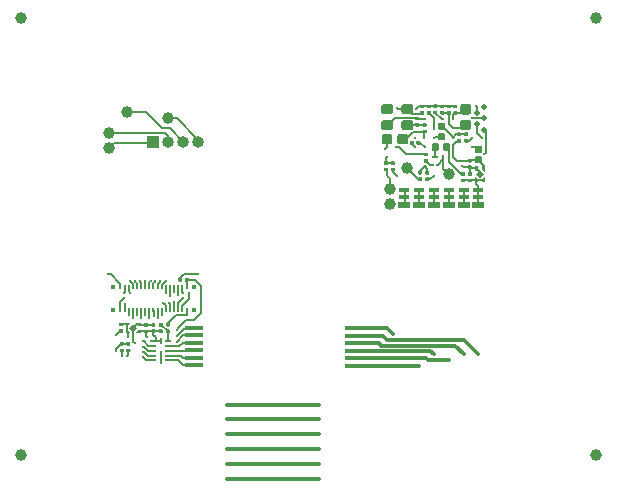
<source format=gbr>
G04 #@! TF.GenerationSoftware,KiCad,Pcbnew,(5.1.5)-3*
G04 #@! TF.CreationDate,2020-07-07T20:54:15-07:00*
G04 #@! TF.ProjectId,Miniscope-V4-Ephys-System,4d696e69-7363-46f7-9065-2d56342d4570,rev?*
G04 #@! TF.SameCoordinates,Original*
G04 #@! TF.FileFunction,Copper,L1,Top*
G04 #@! TF.FilePolarity,Positive*
%FSLAX46Y46*%
G04 Gerber Fmt 4.6, Leading zero omitted, Abs format (unit mm)*
G04 Created by KiCad (PCBNEW (5.1.5)-3) date 2020-07-07 20:54:15*
%MOMM*%
%LPD*%
G04 APERTURE LIST*
%ADD10C,0.300000*%
%ADD11R,0.520000X0.280000*%
%ADD12R,0.170000X0.280000*%
%ADD13O,1.000000X1.000000*%
%ADD14R,1.000000X1.000000*%
%ADD15C,1.000000*%
%ADD16R,1.000000X0.520000*%
%ADD17R,0.840000X0.400000*%
%ADD18R,0.840000X0.410000*%
%ADD19C,0.508000*%
%ADD20R,0.455000X0.330000*%
%ADD21R,0.180000X0.330000*%
%ADD22C,0.100000*%
%ADD23R,1.500000X0.400000*%
%ADD24R,0.150000X0.250000*%
%ADD25R,0.200000X0.600000*%
%ADD26R,0.600000X0.200000*%
%ADD27C,0.300000*%
%ADD28C,0.203200*%
%ADD29C,0.152400*%
%ADD30C,0.304800*%
G04 APERTURE END LIST*
D10*
X117500000Y-144000000D02*
X125250000Y-144000000D01*
X117500000Y-142750000D02*
X125250000Y-142750000D01*
X117500000Y-141500000D02*
X125250000Y-141500000D01*
X117500000Y-140250000D02*
X125250000Y-140250000D01*
X117500000Y-139000000D02*
X125250000Y-139000000D01*
X117500000Y-137750000D02*
X125250000Y-137750000D01*
D11*
X135089600Y-116787400D03*
D12*
X135264600Y-117437400D03*
X134914600Y-117437400D03*
D13*
X115060000Y-115500000D03*
X113790000Y-115500000D03*
X112520000Y-115500000D03*
D14*
X111250000Y-115500000D03*
D15*
X112500000Y-113500000D03*
X109000000Y-113000000D03*
X136250000Y-118250000D03*
X132750000Y-117750000D03*
X107500000Y-114717400D03*
X107500000Y-116000000D03*
D16*
X132500000Y-120830000D03*
D17*
X132500000Y-120170000D03*
D18*
X132500000Y-119555000D03*
D16*
X137500000Y-120830000D03*
D17*
X137500000Y-120170000D03*
D18*
X137500000Y-119555000D03*
D16*
X135000000Y-120830000D03*
D17*
X135000000Y-120170000D03*
D18*
X135000000Y-119555000D03*
D16*
X133750000Y-120830000D03*
D17*
X133750000Y-120170000D03*
D18*
X133750000Y-119555000D03*
D16*
X136250000Y-120830000D03*
D17*
X136250000Y-120170000D03*
D18*
X136250000Y-119555000D03*
D16*
X138750000Y-120830000D03*
D17*
X138750000Y-120170000D03*
D18*
X138750000Y-119555000D03*
D15*
X148750000Y-142000000D03*
X148750000Y-105000000D03*
X100000000Y-105000000D03*
X100000000Y-142000000D03*
D19*
X139229800Y-112540400D03*
X138620200Y-113022999D03*
X139229800Y-113505599D03*
X138620200Y-113988198D03*
X139229800Y-114470798D03*
D20*
X107795000Y-129695000D03*
X107795000Y-127805000D03*
X114705000Y-129695000D03*
X114705000Y-127805000D03*
D21*
X114050000Y-129695000D03*
X113700000Y-129695000D03*
X113350000Y-129695000D03*
X113000000Y-129695000D03*
X112650000Y-129695000D03*
X112300000Y-129695000D03*
X111950000Y-129695000D03*
X111600000Y-129695000D03*
X111250000Y-129695000D03*
X110900000Y-129695000D03*
X110550000Y-129695000D03*
X110200000Y-129695000D03*
X109850000Y-129695000D03*
X109500000Y-129695000D03*
X109150000Y-129695000D03*
X108800000Y-129695000D03*
X108450000Y-129695000D03*
X108450000Y-127805000D03*
X108800000Y-127805000D03*
X109150000Y-127805000D03*
X109500000Y-127805000D03*
X109850000Y-127805000D03*
X110200000Y-127805000D03*
X110550000Y-127805000D03*
X110900000Y-127805000D03*
X111250000Y-127805000D03*
X111600000Y-127805000D03*
X111950000Y-127805000D03*
X112300000Y-127805000D03*
X112650000Y-127805000D03*
X113000000Y-127805000D03*
X113350000Y-127805000D03*
X113700000Y-127805000D03*
X114050000Y-127805000D03*
D15*
X131250000Y-119467400D03*
X131250000Y-120750000D03*
G04 #@! TA.AperFunction,SMDPad,CuDef*
D22*
G36*
X134402296Y-116403373D02*
G01*
X134409819Y-116404489D01*
X134417197Y-116406337D01*
X134424358Y-116408899D01*
X134431233Y-116412151D01*
X134437757Y-116416061D01*
X134443865Y-116420592D01*
X134449501Y-116425699D01*
X134454608Y-116431335D01*
X134459139Y-116437443D01*
X134463049Y-116443967D01*
X134466301Y-116450842D01*
X134468863Y-116458003D01*
X134470711Y-116465381D01*
X134471827Y-116472904D01*
X134472200Y-116480500D01*
X134472200Y-116635500D01*
X134471827Y-116643096D01*
X134470711Y-116650619D01*
X134468863Y-116657997D01*
X134466301Y-116665158D01*
X134463049Y-116672033D01*
X134459139Y-116678557D01*
X134454608Y-116684665D01*
X134449501Y-116690301D01*
X134443865Y-116695408D01*
X134437757Y-116699939D01*
X134431233Y-116703849D01*
X134424358Y-116707101D01*
X134417197Y-116709663D01*
X134409819Y-116711511D01*
X134402296Y-116712627D01*
X134394700Y-116713000D01*
X134209700Y-116713000D01*
X134202104Y-116712627D01*
X134194581Y-116711511D01*
X134187203Y-116709663D01*
X134180042Y-116707101D01*
X134173167Y-116703849D01*
X134166643Y-116699939D01*
X134160535Y-116695408D01*
X134154899Y-116690301D01*
X134149792Y-116684665D01*
X134145261Y-116678557D01*
X134141351Y-116672033D01*
X134138099Y-116665158D01*
X134135537Y-116657997D01*
X134133689Y-116650619D01*
X134132573Y-116643096D01*
X134132200Y-116635500D01*
X134132200Y-116480500D01*
X134132573Y-116472904D01*
X134133689Y-116465381D01*
X134135537Y-116458003D01*
X134138099Y-116450842D01*
X134141351Y-116443967D01*
X134145261Y-116437443D01*
X134149792Y-116431335D01*
X134154899Y-116425699D01*
X134160535Y-116420592D01*
X134166643Y-116416061D01*
X134173167Y-116412151D01*
X134180042Y-116408899D01*
X134187203Y-116406337D01*
X134194581Y-116404489D01*
X134202104Y-116403373D01*
X134209700Y-116403000D01*
X134394700Y-116403000D01*
X134402296Y-116403373D01*
G37*
G04 #@! TD.AperFunction*
G04 #@! TA.AperFunction,SMDPad,CuDef*
G36*
X134402296Y-116953373D02*
G01*
X134409819Y-116954489D01*
X134417197Y-116956337D01*
X134424358Y-116958899D01*
X134431233Y-116962151D01*
X134437757Y-116966061D01*
X134443865Y-116970592D01*
X134449501Y-116975699D01*
X134454608Y-116981335D01*
X134459139Y-116987443D01*
X134463049Y-116993967D01*
X134466301Y-117000842D01*
X134468863Y-117008003D01*
X134470711Y-117015381D01*
X134471827Y-117022904D01*
X134472200Y-117030500D01*
X134472200Y-117185500D01*
X134471827Y-117193096D01*
X134470711Y-117200619D01*
X134468863Y-117207997D01*
X134466301Y-117215158D01*
X134463049Y-117222033D01*
X134459139Y-117228557D01*
X134454608Y-117234665D01*
X134449501Y-117240301D01*
X134443865Y-117245408D01*
X134437757Y-117249939D01*
X134431233Y-117253849D01*
X134424358Y-117257101D01*
X134417197Y-117259663D01*
X134409819Y-117261511D01*
X134402296Y-117262627D01*
X134394700Y-117263000D01*
X134209700Y-117263000D01*
X134202104Y-117262627D01*
X134194581Y-117261511D01*
X134187203Y-117259663D01*
X134180042Y-117257101D01*
X134173167Y-117253849D01*
X134166643Y-117249939D01*
X134160535Y-117245408D01*
X134154899Y-117240301D01*
X134149792Y-117234665D01*
X134145261Y-117228557D01*
X134141351Y-117222033D01*
X134138099Y-117215158D01*
X134135537Y-117207997D01*
X134133689Y-117200619D01*
X134132573Y-117193096D01*
X134132200Y-117185500D01*
X134132200Y-117030500D01*
X134132573Y-117022904D01*
X134133689Y-117015381D01*
X134135537Y-117008003D01*
X134138099Y-117000842D01*
X134141351Y-116993967D01*
X134145261Y-116987443D01*
X134149792Y-116981335D01*
X134154899Y-116975699D01*
X134160535Y-116970592D01*
X134166643Y-116966061D01*
X134173167Y-116962151D01*
X134180042Y-116958899D01*
X134187203Y-116956337D01*
X134194581Y-116954489D01*
X134202104Y-116953373D01*
X134209700Y-116953000D01*
X134394700Y-116953000D01*
X134402296Y-116953373D01*
G37*
G04 #@! TD.AperFunction*
D23*
X114652400Y-131862400D03*
X114652400Y-133767400D03*
X114652400Y-132497400D03*
X114652400Y-133132400D03*
X114652400Y-134402400D03*
X114652400Y-131227400D03*
G04 #@! TA.AperFunction,SMDPad,CuDef*
D22*
G36*
X131342529Y-113660023D02*
G01*
X131363157Y-113663083D01*
X131383385Y-113668150D01*
X131403020Y-113675176D01*
X131421872Y-113684092D01*
X131439759Y-113694813D01*
X131456509Y-113707235D01*
X131471960Y-113721240D01*
X131485965Y-113736691D01*
X131498387Y-113753441D01*
X131509108Y-113771328D01*
X131518024Y-113790180D01*
X131525050Y-113809815D01*
X131530117Y-113830043D01*
X131533177Y-113850671D01*
X131534200Y-113871500D01*
X131534200Y-114296500D01*
X131533177Y-114317329D01*
X131530117Y-114337957D01*
X131525050Y-114358185D01*
X131518024Y-114377820D01*
X131509108Y-114396672D01*
X131498387Y-114414559D01*
X131485965Y-114431309D01*
X131471960Y-114446760D01*
X131456509Y-114460765D01*
X131439759Y-114473187D01*
X131421872Y-114483908D01*
X131403020Y-114492824D01*
X131383385Y-114499850D01*
X131363157Y-114504917D01*
X131342529Y-114507977D01*
X131321700Y-114509000D01*
X130746700Y-114509000D01*
X130725871Y-114507977D01*
X130705243Y-114504917D01*
X130685015Y-114499850D01*
X130665380Y-114492824D01*
X130646528Y-114483908D01*
X130628641Y-114473187D01*
X130611891Y-114460765D01*
X130596440Y-114446760D01*
X130582435Y-114431309D01*
X130570013Y-114414559D01*
X130559292Y-114396672D01*
X130550376Y-114377820D01*
X130543350Y-114358185D01*
X130538283Y-114337957D01*
X130535223Y-114317329D01*
X130534200Y-114296500D01*
X130534200Y-113871500D01*
X130535223Y-113850671D01*
X130538283Y-113830043D01*
X130543350Y-113809815D01*
X130550376Y-113790180D01*
X130559292Y-113771328D01*
X130570013Y-113753441D01*
X130582435Y-113736691D01*
X130596440Y-113721240D01*
X130611891Y-113707235D01*
X130628641Y-113694813D01*
X130646528Y-113684092D01*
X130665380Y-113675176D01*
X130685015Y-113668150D01*
X130705243Y-113663083D01*
X130725871Y-113660023D01*
X130746700Y-113659000D01*
X131321700Y-113659000D01*
X131342529Y-113660023D01*
G37*
G04 #@! TD.AperFunction*
G04 #@! TA.AperFunction,SMDPad,CuDef*
G36*
X133052529Y-113660023D02*
G01*
X133073157Y-113663083D01*
X133093385Y-113668150D01*
X133113020Y-113675176D01*
X133131872Y-113684092D01*
X133149759Y-113694813D01*
X133166509Y-113707235D01*
X133181960Y-113721240D01*
X133195965Y-113736691D01*
X133208387Y-113753441D01*
X133219108Y-113771328D01*
X133228024Y-113790180D01*
X133235050Y-113809815D01*
X133240117Y-113830043D01*
X133243177Y-113850671D01*
X133244200Y-113871500D01*
X133244200Y-114296500D01*
X133243177Y-114317329D01*
X133240117Y-114337957D01*
X133235050Y-114358185D01*
X133228024Y-114377820D01*
X133219108Y-114396672D01*
X133208387Y-114414559D01*
X133195965Y-114431309D01*
X133181960Y-114446760D01*
X133166509Y-114460765D01*
X133149759Y-114473187D01*
X133131872Y-114483908D01*
X133113020Y-114492824D01*
X133093385Y-114499850D01*
X133073157Y-114504917D01*
X133052529Y-114507977D01*
X133031700Y-114509000D01*
X132456700Y-114509000D01*
X132435871Y-114507977D01*
X132415243Y-114504917D01*
X132395015Y-114499850D01*
X132375380Y-114492824D01*
X132356528Y-114483908D01*
X132338641Y-114473187D01*
X132321891Y-114460765D01*
X132306440Y-114446760D01*
X132292435Y-114431309D01*
X132280013Y-114414559D01*
X132269292Y-114396672D01*
X132260376Y-114377820D01*
X132253350Y-114358185D01*
X132248283Y-114337957D01*
X132245223Y-114317329D01*
X132244200Y-114296500D01*
X132244200Y-113871500D01*
X132245223Y-113850671D01*
X132248283Y-113830043D01*
X132253350Y-113809815D01*
X132260376Y-113790180D01*
X132269292Y-113771328D01*
X132280013Y-113753441D01*
X132292435Y-113736691D01*
X132306440Y-113721240D01*
X132321891Y-113707235D01*
X132338641Y-113694813D01*
X132356528Y-113684092D01*
X132375380Y-113675176D01*
X132395015Y-113668150D01*
X132415243Y-113663083D01*
X132435871Y-113660023D01*
X132456700Y-113659000D01*
X133031700Y-113659000D01*
X133052529Y-113660023D01*
G37*
G04 #@! TD.AperFunction*
G04 #@! TA.AperFunction,SMDPad,CuDef*
G36*
X133052529Y-112300023D02*
G01*
X133073157Y-112303083D01*
X133093385Y-112308150D01*
X133113020Y-112315176D01*
X133131872Y-112324092D01*
X133149759Y-112334813D01*
X133166509Y-112347235D01*
X133181960Y-112361240D01*
X133195965Y-112376691D01*
X133208387Y-112393441D01*
X133219108Y-112411328D01*
X133228024Y-112430180D01*
X133235050Y-112449815D01*
X133240117Y-112470043D01*
X133243177Y-112490671D01*
X133244200Y-112511500D01*
X133244200Y-112936500D01*
X133243177Y-112957329D01*
X133240117Y-112977957D01*
X133235050Y-112998185D01*
X133228024Y-113017820D01*
X133219108Y-113036672D01*
X133208387Y-113054559D01*
X133195965Y-113071309D01*
X133181960Y-113086760D01*
X133166509Y-113100765D01*
X133149759Y-113113187D01*
X133131872Y-113123908D01*
X133113020Y-113132824D01*
X133093385Y-113139850D01*
X133073157Y-113144917D01*
X133052529Y-113147977D01*
X133031700Y-113149000D01*
X132456700Y-113149000D01*
X132435871Y-113147977D01*
X132415243Y-113144917D01*
X132395015Y-113139850D01*
X132375380Y-113132824D01*
X132356528Y-113123908D01*
X132338641Y-113113187D01*
X132321891Y-113100765D01*
X132306440Y-113086760D01*
X132292435Y-113071309D01*
X132280013Y-113054559D01*
X132269292Y-113036672D01*
X132260376Y-113017820D01*
X132253350Y-112998185D01*
X132248283Y-112977957D01*
X132245223Y-112957329D01*
X132244200Y-112936500D01*
X132244200Y-112511500D01*
X132245223Y-112490671D01*
X132248283Y-112470043D01*
X132253350Y-112449815D01*
X132260376Y-112430180D01*
X132269292Y-112411328D01*
X132280013Y-112393441D01*
X132292435Y-112376691D01*
X132306440Y-112361240D01*
X132321891Y-112347235D01*
X132338641Y-112334813D01*
X132356528Y-112324092D01*
X132375380Y-112315176D01*
X132395015Y-112308150D01*
X132415243Y-112303083D01*
X132435871Y-112300023D01*
X132456700Y-112299000D01*
X133031700Y-112299000D01*
X133052529Y-112300023D01*
G37*
G04 #@! TD.AperFunction*
G04 #@! TA.AperFunction,SMDPad,CuDef*
G36*
X131342529Y-112300023D02*
G01*
X131363157Y-112303083D01*
X131383385Y-112308150D01*
X131403020Y-112315176D01*
X131421872Y-112324092D01*
X131439759Y-112334813D01*
X131456509Y-112347235D01*
X131471960Y-112361240D01*
X131485965Y-112376691D01*
X131498387Y-112393441D01*
X131509108Y-112411328D01*
X131518024Y-112430180D01*
X131525050Y-112449815D01*
X131530117Y-112470043D01*
X131533177Y-112490671D01*
X131534200Y-112511500D01*
X131534200Y-112936500D01*
X131533177Y-112957329D01*
X131530117Y-112977957D01*
X131525050Y-112998185D01*
X131518024Y-113017820D01*
X131509108Y-113036672D01*
X131498387Y-113054559D01*
X131485965Y-113071309D01*
X131471960Y-113086760D01*
X131456509Y-113100765D01*
X131439759Y-113113187D01*
X131421872Y-113123908D01*
X131403020Y-113132824D01*
X131383385Y-113139850D01*
X131363157Y-113144917D01*
X131342529Y-113147977D01*
X131321700Y-113149000D01*
X130746700Y-113149000D01*
X130725871Y-113147977D01*
X130705243Y-113144917D01*
X130685015Y-113139850D01*
X130665380Y-113132824D01*
X130646528Y-113123908D01*
X130628641Y-113113187D01*
X130611891Y-113100765D01*
X130596440Y-113086760D01*
X130582435Y-113071309D01*
X130570013Y-113054559D01*
X130559292Y-113036672D01*
X130550376Y-113017820D01*
X130543350Y-112998185D01*
X130538283Y-112977957D01*
X130535223Y-112957329D01*
X130534200Y-112936500D01*
X130534200Y-112511500D01*
X130535223Y-112490671D01*
X130538283Y-112470043D01*
X130543350Y-112449815D01*
X130550376Y-112430180D01*
X130559292Y-112411328D01*
X130570013Y-112393441D01*
X130582435Y-112376691D01*
X130596440Y-112361240D01*
X130611891Y-112347235D01*
X130628641Y-112334813D01*
X130646528Y-112324092D01*
X130665380Y-112315176D01*
X130685015Y-112308150D01*
X130705243Y-112303083D01*
X130725871Y-112300023D01*
X130746700Y-112299000D01*
X131321700Y-112299000D01*
X131342529Y-112300023D01*
G37*
G04 #@! TD.AperFunction*
G04 #@! TA.AperFunction,SMDPad,CuDef*
G36*
X138899600Y-117890589D02*
G01*
X139239011Y-118230000D01*
X138899600Y-118569411D01*
X138560189Y-118230000D01*
X138899600Y-117890589D01*
G37*
G04 #@! TD.AperFunction*
G04 #@! TA.AperFunction,SMDPad,CuDef*
G36*
X139349600Y-118050000D02*
G01*
X139099600Y-117800000D01*
X139099600Y-117580000D01*
X139349600Y-117580000D01*
X139349600Y-118050000D01*
G37*
G04 #@! TD.AperFunction*
G04 #@! TA.AperFunction,SMDPad,CuDef*
G36*
X138449600Y-118480000D02*
G01*
X138519600Y-118480000D01*
X138699600Y-118660000D01*
X138699600Y-118880000D01*
X138449600Y-118880000D01*
X138449600Y-118480000D01*
G37*
G04 #@! TD.AperFunction*
G04 #@! TA.AperFunction,SMDPad,CuDef*
G36*
X138699600Y-117800000D02*
G01*
X138519600Y-117980000D01*
X138449600Y-117980000D01*
X138449600Y-117580000D01*
X138699600Y-117580000D01*
X138699600Y-117800000D01*
G37*
G04 #@! TD.AperFunction*
G04 #@! TA.AperFunction,SMDPad,CuDef*
G36*
X139099600Y-118660000D02*
G01*
X139279600Y-118480000D01*
X139349600Y-118480000D01*
X139349600Y-118880000D01*
X139099600Y-118880000D01*
X139099600Y-118660000D01*
G37*
G04 #@! TD.AperFunction*
G04 #@! TA.AperFunction,SMDPad,CuDef*
G36*
X109888211Y-131250800D02*
G01*
X109548800Y-131590211D01*
X109209389Y-131250800D01*
X109548800Y-130911389D01*
X109888211Y-131250800D01*
G37*
G04 #@! TD.AperFunction*
G04 #@! TA.AperFunction,SMDPad,CuDef*
G36*
X109728800Y-131700800D02*
G01*
X109978800Y-131450800D01*
X110198800Y-131450800D01*
X110198800Y-131700800D01*
X109728800Y-131700800D01*
G37*
G04 #@! TD.AperFunction*
G04 #@! TA.AperFunction,SMDPad,CuDef*
G36*
X109298800Y-130800800D02*
G01*
X109298800Y-130870800D01*
X109118800Y-131050800D01*
X108898800Y-131050800D01*
X108898800Y-130800800D01*
X109298800Y-130800800D01*
G37*
G04 #@! TD.AperFunction*
G04 #@! TA.AperFunction,SMDPad,CuDef*
G36*
X109978800Y-131050800D02*
G01*
X109798800Y-130870800D01*
X109798800Y-130800800D01*
X110198800Y-130800800D01*
X110198800Y-131050800D01*
X109978800Y-131050800D01*
G37*
G04 #@! TD.AperFunction*
G04 #@! TA.AperFunction,SMDPad,CuDef*
G36*
X109118800Y-131450800D02*
G01*
X109298800Y-131630800D01*
X109298800Y-131700800D01*
X108898800Y-131700800D01*
X108898800Y-131450800D01*
X109118800Y-131450800D01*
G37*
G04 #@! TD.AperFunction*
D24*
X111435000Y-132221600D03*
D25*
X111860000Y-132396600D03*
D26*
X112510000Y-132396600D03*
X112510000Y-132796600D03*
X112510000Y-133196600D03*
X112510000Y-133596600D03*
X112510000Y-133996600D03*
D25*
X111860000Y-133996600D03*
D26*
X111210000Y-133996600D03*
X111210000Y-133596600D03*
X111210000Y-133196600D03*
X111210000Y-132796600D03*
X111210000Y-132396600D03*
G04 #@! TA.AperFunction,SMDPad,CuDef*
D22*
G36*
X137551896Y-118054373D02*
G01*
X137559419Y-118055489D01*
X137566797Y-118057337D01*
X137573958Y-118059899D01*
X137580833Y-118063151D01*
X137587357Y-118067061D01*
X137593465Y-118071592D01*
X137599101Y-118076699D01*
X137604208Y-118082335D01*
X137608739Y-118088443D01*
X137612649Y-118094967D01*
X137615901Y-118101842D01*
X137618463Y-118109003D01*
X137620311Y-118116381D01*
X137621427Y-118123904D01*
X137621800Y-118131500D01*
X137621800Y-118286500D01*
X137621427Y-118294096D01*
X137620311Y-118301619D01*
X137618463Y-118308997D01*
X137615901Y-118316158D01*
X137612649Y-118323033D01*
X137608739Y-118329557D01*
X137604208Y-118335665D01*
X137599101Y-118341301D01*
X137593465Y-118346408D01*
X137587357Y-118350939D01*
X137580833Y-118354849D01*
X137573958Y-118358101D01*
X137566797Y-118360663D01*
X137559419Y-118362511D01*
X137551896Y-118363627D01*
X137544300Y-118364000D01*
X137359300Y-118364000D01*
X137351704Y-118363627D01*
X137344181Y-118362511D01*
X137336803Y-118360663D01*
X137329642Y-118358101D01*
X137322767Y-118354849D01*
X137316243Y-118350939D01*
X137310135Y-118346408D01*
X137304499Y-118341301D01*
X137299392Y-118335665D01*
X137294861Y-118329557D01*
X137290951Y-118323033D01*
X137287699Y-118316158D01*
X137285137Y-118308997D01*
X137283289Y-118301619D01*
X137282173Y-118294096D01*
X137281800Y-118286500D01*
X137281800Y-118131500D01*
X137282173Y-118123904D01*
X137283289Y-118116381D01*
X137285137Y-118109003D01*
X137287699Y-118101842D01*
X137290951Y-118094967D01*
X137294861Y-118088443D01*
X137299392Y-118082335D01*
X137304499Y-118076699D01*
X137310135Y-118071592D01*
X137316243Y-118067061D01*
X137322767Y-118063151D01*
X137329642Y-118059899D01*
X137336803Y-118057337D01*
X137344181Y-118055489D01*
X137351704Y-118054373D01*
X137359300Y-118054000D01*
X137544300Y-118054000D01*
X137551896Y-118054373D01*
G37*
G04 #@! TD.AperFunction*
G04 #@! TA.AperFunction,SMDPad,CuDef*
G36*
X137551896Y-118604373D02*
G01*
X137559419Y-118605489D01*
X137566797Y-118607337D01*
X137573958Y-118609899D01*
X137580833Y-118613151D01*
X137587357Y-118617061D01*
X137593465Y-118621592D01*
X137599101Y-118626699D01*
X137604208Y-118632335D01*
X137608739Y-118638443D01*
X137612649Y-118644967D01*
X137615901Y-118651842D01*
X137618463Y-118659003D01*
X137620311Y-118666381D01*
X137621427Y-118673904D01*
X137621800Y-118681500D01*
X137621800Y-118836500D01*
X137621427Y-118844096D01*
X137620311Y-118851619D01*
X137618463Y-118858997D01*
X137615901Y-118866158D01*
X137612649Y-118873033D01*
X137608739Y-118879557D01*
X137604208Y-118885665D01*
X137599101Y-118891301D01*
X137593465Y-118896408D01*
X137587357Y-118900939D01*
X137580833Y-118904849D01*
X137573958Y-118908101D01*
X137566797Y-118910663D01*
X137559419Y-118912511D01*
X137551896Y-118913627D01*
X137544300Y-118914000D01*
X137359300Y-118914000D01*
X137351704Y-118913627D01*
X137344181Y-118912511D01*
X137336803Y-118910663D01*
X137329642Y-118908101D01*
X137322767Y-118904849D01*
X137316243Y-118900939D01*
X137310135Y-118896408D01*
X137304499Y-118891301D01*
X137299392Y-118885665D01*
X137294861Y-118879557D01*
X137290951Y-118873033D01*
X137287699Y-118866158D01*
X137285137Y-118858997D01*
X137283289Y-118851619D01*
X137282173Y-118844096D01*
X137281800Y-118836500D01*
X137281800Y-118681500D01*
X137282173Y-118673904D01*
X137283289Y-118666381D01*
X137285137Y-118659003D01*
X137287699Y-118651842D01*
X137290951Y-118644967D01*
X137294861Y-118638443D01*
X137299392Y-118632335D01*
X137304499Y-118626699D01*
X137310135Y-118621592D01*
X137316243Y-118617061D01*
X137322767Y-118613151D01*
X137329642Y-118609899D01*
X137336803Y-118607337D01*
X137344181Y-118605489D01*
X137351704Y-118604373D01*
X137359300Y-118604000D01*
X137544300Y-118604000D01*
X137551896Y-118604373D01*
G37*
G04 #@! TD.AperFunction*
G04 #@! TA.AperFunction,SMDPad,CuDef*
G36*
X131608296Y-117689973D02*
G01*
X131615819Y-117691089D01*
X131623197Y-117692937D01*
X131630358Y-117695499D01*
X131637233Y-117698751D01*
X131643757Y-117702661D01*
X131649865Y-117707192D01*
X131655501Y-117712299D01*
X131660608Y-117717935D01*
X131665139Y-117724043D01*
X131669049Y-117730567D01*
X131672301Y-117737442D01*
X131674863Y-117744603D01*
X131676711Y-117751981D01*
X131677827Y-117759504D01*
X131678200Y-117767100D01*
X131678200Y-117922100D01*
X131677827Y-117929696D01*
X131676711Y-117937219D01*
X131674863Y-117944597D01*
X131672301Y-117951758D01*
X131669049Y-117958633D01*
X131665139Y-117965157D01*
X131660608Y-117971265D01*
X131655501Y-117976901D01*
X131649865Y-117982008D01*
X131643757Y-117986539D01*
X131637233Y-117990449D01*
X131630358Y-117993701D01*
X131623197Y-117996263D01*
X131615819Y-117998111D01*
X131608296Y-117999227D01*
X131600700Y-117999600D01*
X131415700Y-117999600D01*
X131408104Y-117999227D01*
X131400581Y-117998111D01*
X131393203Y-117996263D01*
X131386042Y-117993701D01*
X131379167Y-117990449D01*
X131372643Y-117986539D01*
X131366535Y-117982008D01*
X131360899Y-117976901D01*
X131355792Y-117971265D01*
X131351261Y-117965157D01*
X131347351Y-117958633D01*
X131344099Y-117951758D01*
X131341537Y-117944597D01*
X131339689Y-117937219D01*
X131338573Y-117929696D01*
X131338200Y-117922100D01*
X131338200Y-117767100D01*
X131338573Y-117759504D01*
X131339689Y-117751981D01*
X131341537Y-117744603D01*
X131344099Y-117737442D01*
X131347351Y-117730567D01*
X131351261Y-117724043D01*
X131355792Y-117717935D01*
X131360899Y-117712299D01*
X131366535Y-117707192D01*
X131372643Y-117702661D01*
X131379167Y-117698751D01*
X131386042Y-117695499D01*
X131393203Y-117692937D01*
X131400581Y-117691089D01*
X131408104Y-117689973D01*
X131415700Y-117689600D01*
X131600700Y-117689600D01*
X131608296Y-117689973D01*
G37*
G04 #@! TD.AperFunction*
G04 #@! TA.AperFunction,SMDPad,CuDef*
G36*
X131608296Y-117139973D02*
G01*
X131615819Y-117141089D01*
X131623197Y-117142937D01*
X131630358Y-117145499D01*
X131637233Y-117148751D01*
X131643757Y-117152661D01*
X131649865Y-117157192D01*
X131655501Y-117162299D01*
X131660608Y-117167935D01*
X131665139Y-117174043D01*
X131669049Y-117180567D01*
X131672301Y-117187442D01*
X131674863Y-117194603D01*
X131676711Y-117201981D01*
X131677827Y-117209504D01*
X131678200Y-117217100D01*
X131678200Y-117372100D01*
X131677827Y-117379696D01*
X131676711Y-117387219D01*
X131674863Y-117394597D01*
X131672301Y-117401758D01*
X131669049Y-117408633D01*
X131665139Y-117415157D01*
X131660608Y-117421265D01*
X131655501Y-117426901D01*
X131649865Y-117432008D01*
X131643757Y-117436539D01*
X131637233Y-117440449D01*
X131630358Y-117443701D01*
X131623197Y-117446263D01*
X131615819Y-117448111D01*
X131608296Y-117449227D01*
X131600700Y-117449600D01*
X131415700Y-117449600D01*
X131408104Y-117449227D01*
X131400581Y-117448111D01*
X131393203Y-117446263D01*
X131386042Y-117443701D01*
X131379167Y-117440449D01*
X131372643Y-117436539D01*
X131366535Y-117432008D01*
X131360899Y-117426901D01*
X131355792Y-117421265D01*
X131351261Y-117415157D01*
X131347351Y-117408633D01*
X131344099Y-117401758D01*
X131341537Y-117394597D01*
X131339689Y-117387219D01*
X131338573Y-117379696D01*
X131338200Y-117372100D01*
X131338200Y-117217100D01*
X131338573Y-117209504D01*
X131339689Y-117201981D01*
X131341537Y-117194603D01*
X131344099Y-117187442D01*
X131347351Y-117180567D01*
X131351261Y-117174043D01*
X131355792Y-117167935D01*
X131360899Y-117162299D01*
X131366535Y-117157192D01*
X131372643Y-117152661D01*
X131379167Y-117148751D01*
X131386042Y-117145499D01*
X131393203Y-117142937D01*
X131400581Y-117141089D01*
X131408104Y-117139973D01*
X131415700Y-117139600D01*
X131600700Y-117139600D01*
X131608296Y-117139973D01*
G37*
G04 #@! TD.AperFunction*
G04 #@! TA.AperFunction,SMDPad,CuDef*
G36*
X131049496Y-117689973D02*
G01*
X131057019Y-117691089D01*
X131064397Y-117692937D01*
X131071558Y-117695499D01*
X131078433Y-117698751D01*
X131084957Y-117702661D01*
X131091065Y-117707192D01*
X131096701Y-117712299D01*
X131101808Y-117717935D01*
X131106339Y-117724043D01*
X131110249Y-117730567D01*
X131113501Y-117737442D01*
X131116063Y-117744603D01*
X131117911Y-117751981D01*
X131119027Y-117759504D01*
X131119400Y-117767100D01*
X131119400Y-117922100D01*
X131119027Y-117929696D01*
X131117911Y-117937219D01*
X131116063Y-117944597D01*
X131113501Y-117951758D01*
X131110249Y-117958633D01*
X131106339Y-117965157D01*
X131101808Y-117971265D01*
X131096701Y-117976901D01*
X131091065Y-117982008D01*
X131084957Y-117986539D01*
X131078433Y-117990449D01*
X131071558Y-117993701D01*
X131064397Y-117996263D01*
X131057019Y-117998111D01*
X131049496Y-117999227D01*
X131041900Y-117999600D01*
X130856900Y-117999600D01*
X130849304Y-117999227D01*
X130841781Y-117998111D01*
X130834403Y-117996263D01*
X130827242Y-117993701D01*
X130820367Y-117990449D01*
X130813843Y-117986539D01*
X130807735Y-117982008D01*
X130802099Y-117976901D01*
X130796992Y-117971265D01*
X130792461Y-117965157D01*
X130788551Y-117958633D01*
X130785299Y-117951758D01*
X130782737Y-117944597D01*
X130780889Y-117937219D01*
X130779773Y-117929696D01*
X130779400Y-117922100D01*
X130779400Y-117767100D01*
X130779773Y-117759504D01*
X130780889Y-117751981D01*
X130782737Y-117744603D01*
X130785299Y-117737442D01*
X130788551Y-117730567D01*
X130792461Y-117724043D01*
X130796992Y-117717935D01*
X130802099Y-117712299D01*
X130807735Y-117707192D01*
X130813843Y-117702661D01*
X130820367Y-117698751D01*
X130827242Y-117695499D01*
X130834403Y-117692937D01*
X130841781Y-117691089D01*
X130849304Y-117689973D01*
X130856900Y-117689600D01*
X131041900Y-117689600D01*
X131049496Y-117689973D01*
G37*
G04 #@! TD.AperFunction*
G04 #@! TA.AperFunction,SMDPad,CuDef*
G36*
X131049496Y-117139973D02*
G01*
X131057019Y-117141089D01*
X131064397Y-117142937D01*
X131071558Y-117145499D01*
X131078433Y-117148751D01*
X131084957Y-117152661D01*
X131091065Y-117157192D01*
X131096701Y-117162299D01*
X131101808Y-117167935D01*
X131106339Y-117174043D01*
X131110249Y-117180567D01*
X131113501Y-117187442D01*
X131116063Y-117194603D01*
X131117911Y-117201981D01*
X131119027Y-117209504D01*
X131119400Y-117217100D01*
X131119400Y-117372100D01*
X131119027Y-117379696D01*
X131117911Y-117387219D01*
X131116063Y-117394597D01*
X131113501Y-117401758D01*
X131110249Y-117408633D01*
X131106339Y-117415157D01*
X131101808Y-117421265D01*
X131096701Y-117426901D01*
X131091065Y-117432008D01*
X131084957Y-117436539D01*
X131078433Y-117440449D01*
X131071558Y-117443701D01*
X131064397Y-117446263D01*
X131057019Y-117448111D01*
X131049496Y-117449227D01*
X131041900Y-117449600D01*
X130856900Y-117449600D01*
X130849304Y-117449227D01*
X130841781Y-117448111D01*
X130834403Y-117446263D01*
X130827242Y-117443701D01*
X130820367Y-117440449D01*
X130813843Y-117436539D01*
X130807735Y-117432008D01*
X130802099Y-117426901D01*
X130796992Y-117421265D01*
X130792461Y-117415157D01*
X130788551Y-117408633D01*
X130785299Y-117401758D01*
X130782737Y-117394597D01*
X130780889Y-117387219D01*
X130779773Y-117379696D01*
X130779400Y-117372100D01*
X130779400Y-117217100D01*
X130779773Y-117209504D01*
X130780889Y-117201981D01*
X130782737Y-117194603D01*
X130785299Y-117187442D01*
X130788551Y-117180567D01*
X130792461Y-117174043D01*
X130796992Y-117167935D01*
X130802099Y-117162299D01*
X130807735Y-117157192D01*
X130813843Y-117152661D01*
X130820367Y-117148751D01*
X130827242Y-117145499D01*
X130834403Y-117142937D01*
X130841781Y-117141089D01*
X130849304Y-117139973D01*
X130856900Y-117139600D01*
X131041900Y-117139600D01*
X131049496Y-117139973D01*
G37*
G04 #@! TD.AperFunction*
G04 #@! TA.AperFunction,SMDPad,CuDef*
G36*
X114148896Y-126993773D02*
G01*
X114156419Y-126994889D01*
X114163797Y-126996737D01*
X114170958Y-126999299D01*
X114177833Y-127002551D01*
X114184357Y-127006461D01*
X114190465Y-127010992D01*
X114196101Y-127016099D01*
X114201208Y-127021735D01*
X114205739Y-127027843D01*
X114209649Y-127034367D01*
X114212901Y-127041242D01*
X114215463Y-127048403D01*
X114217311Y-127055781D01*
X114218427Y-127063304D01*
X114218800Y-127070900D01*
X114218800Y-127255900D01*
X114218427Y-127263496D01*
X114217311Y-127271019D01*
X114215463Y-127278397D01*
X114212901Y-127285558D01*
X114209649Y-127292433D01*
X114205739Y-127298957D01*
X114201208Y-127305065D01*
X114196101Y-127310701D01*
X114190465Y-127315808D01*
X114184357Y-127320339D01*
X114177833Y-127324249D01*
X114170958Y-127327501D01*
X114163797Y-127330063D01*
X114156419Y-127331911D01*
X114148896Y-127333027D01*
X114141300Y-127333400D01*
X113986300Y-127333400D01*
X113978704Y-127333027D01*
X113971181Y-127331911D01*
X113963803Y-127330063D01*
X113956642Y-127327501D01*
X113949767Y-127324249D01*
X113943243Y-127320339D01*
X113937135Y-127315808D01*
X113931499Y-127310701D01*
X113926392Y-127305065D01*
X113921861Y-127298957D01*
X113917951Y-127292433D01*
X113914699Y-127285558D01*
X113912137Y-127278397D01*
X113910289Y-127271019D01*
X113909173Y-127263496D01*
X113908800Y-127255900D01*
X113908800Y-127070900D01*
X113909173Y-127063304D01*
X113910289Y-127055781D01*
X113912137Y-127048403D01*
X113914699Y-127041242D01*
X113917951Y-127034367D01*
X113921861Y-127027843D01*
X113926392Y-127021735D01*
X113931499Y-127016099D01*
X113937135Y-127010992D01*
X113943243Y-127006461D01*
X113949767Y-127002551D01*
X113956642Y-126999299D01*
X113963803Y-126996737D01*
X113971181Y-126994889D01*
X113978704Y-126993773D01*
X113986300Y-126993400D01*
X114141300Y-126993400D01*
X114148896Y-126993773D01*
G37*
G04 #@! TD.AperFunction*
G04 #@! TA.AperFunction,SMDPad,CuDef*
G36*
X113598896Y-126993773D02*
G01*
X113606419Y-126994889D01*
X113613797Y-126996737D01*
X113620958Y-126999299D01*
X113627833Y-127002551D01*
X113634357Y-127006461D01*
X113640465Y-127010992D01*
X113646101Y-127016099D01*
X113651208Y-127021735D01*
X113655739Y-127027843D01*
X113659649Y-127034367D01*
X113662901Y-127041242D01*
X113665463Y-127048403D01*
X113667311Y-127055781D01*
X113668427Y-127063304D01*
X113668800Y-127070900D01*
X113668800Y-127255900D01*
X113668427Y-127263496D01*
X113667311Y-127271019D01*
X113665463Y-127278397D01*
X113662901Y-127285558D01*
X113659649Y-127292433D01*
X113655739Y-127298957D01*
X113651208Y-127305065D01*
X113646101Y-127310701D01*
X113640465Y-127315808D01*
X113634357Y-127320339D01*
X113627833Y-127324249D01*
X113620958Y-127327501D01*
X113613797Y-127330063D01*
X113606419Y-127331911D01*
X113598896Y-127333027D01*
X113591300Y-127333400D01*
X113436300Y-127333400D01*
X113428704Y-127333027D01*
X113421181Y-127331911D01*
X113413803Y-127330063D01*
X113406642Y-127327501D01*
X113399767Y-127324249D01*
X113393243Y-127320339D01*
X113387135Y-127315808D01*
X113381499Y-127310701D01*
X113376392Y-127305065D01*
X113371861Y-127298957D01*
X113367951Y-127292433D01*
X113364699Y-127285558D01*
X113362137Y-127278397D01*
X113360289Y-127271019D01*
X113359173Y-127263496D01*
X113358800Y-127255900D01*
X113358800Y-127070900D01*
X113359173Y-127063304D01*
X113360289Y-127055781D01*
X113362137Y-127048403D01*
X113364699Y-127041242D01*
X113367951Y-127034367D01*
X113371861Y-127027843D01*
X113376392Y-127021735D01*
X113381499Y-127016099D01*
X113387135Y-127010992D01*
X113393243Y-127006461D01*
X113399767Y-127002551D01*
X113406642Y-126999299D01*
X113413803Y-126996737D01*
X113421181Y-126994889D01*
X113428704Y-126993773D01*
X113436300Y-126993400D01*
X113591300Y-126993400D01*
X113598896Y-126993773D01*
G37*
G04 #@! TD.AperFunction*
G04 #@! TA.AperFunction,SMDPad,CuDef*
G36*
X111348896Y-131373173D02*
G01*
X111356419Y-131374289D01*
X111363797Y-131376137D01*
X111370958Y-131378699D01*
X111377833Y-131381951D01*
X111384357Y-131385861D01*
X111390465Y-131390392D01*
X111396101Y-131395499D01*
X111401208Y-131401135D01*
X111405739Y-131407243D01*
X111409649Y-131413767D01*
X111412901Y-131420642D01*
X111415463Y-131427803D01*
X111417311Y-131435181D01*
X111418427Y-131442704D01*
X111418800Y-131450300D01*
X111418800Y-131605300D01*
X111418427Y-131612896D01*
X111417311Y-131620419D01*
X111415463Y-131627797D01*
X111412901Y-131634958D01*
X111409649Y-131641833D01*
X111405739Y-131648357D01*
X111401208Y-131654465D01*
X111396101Y-131660101D01*
X111390465Y-131665208D01*
X111384357Y-131669739D01*
X111377833Y-131673649D01*
X111370958Y-131676901D01*
X111363797Y-131679463D01*
X111356419Y-131681311D01*
X111348896Y-131682427D01*
X111341300Y-131682800D01*
X111156300Y-131682800D01*
X111148704Y-131682427D01*
X111141181Y-131681311D01*
X111133803Y-131679463D01*
X111126642Y-131676901D01*
X111119767Y-131673649D01*
X111113243Y-131669739D01*
X111107135Y-131665208D01*
X111101499Y-131660101D01*
X111096392Y-131654465D01*
X111091861Y-131648357D01*
X111087951Y-131641833D01*
X111084699Y-131634958D01*
X111082137Y-131627797D01*
X111080289Y-131620419D01*
X111079173Y-131612896D01*
X111078800Y-131605300D01*
X111078800Y-131450300D01*
X111079173Y-131442704D01*
X111080289Y-131435181D01*
X111082137Y-131427803D01*
X111084699Y-131420642D01*
X111087951Y-131413767D01*
X111091861Y-131407243D01*
X111096392Y-131401135D01*
X111101499Y-131395499D01*
X111107135Y-131390392D01*
X111113243Y-131385861D01*
X111119767Y-131381951D01*
X111126642Y-131378699D01*
X111133803Y-131376137D01*
X111141181Y-131374289D01*
X111148704Y-131373173D01*
X111156300Y-131372800D01*
X111341300Y-131372800D01*
X111348896Y-131373173D01*
G37*
G04 #@! TD.AperFunction*
G04 #@! TA.AperFunction,SMDPad,CuDef*
G36*
X111348896Y-130823173D02*
G01*
X111356419Y-130824289D01*
X111363797Y-130826137D01*
X111370958Y-130828699D01*
X111377833Y-130831951D01*
X111384357Y-130835861D01*
X111390465Y-130840392D01*
X111396101Y-130845499D01*
X111401208Y-130851135D01*
X111405739Y-130857243D01*
X111409649Y-130863767D01*
X111412901Y-130870642D01*
X111415463Y-130877803D01*
X111417311Y-130885181D01*
X111418427Y-130892704D01*
X111418800Y-130900300D01*
X111418800Y-131055300D01*
X111418427Y-131062896D01*
X111417311Y-131070419D01*
X111415463Y-131077797D01*
X111412901Y-131084958D01*
X111409649Y-131091833D01*
X111405739Y-131098357D01*
X111401208Y-131104465D01*
X111396101Y-131110101D01*
X111390465Y-131115208D01*
X111384357Y-131119739D01*
X111377833Y-131123649D01*
X111370958Y-131126901D01*
X111363797Y-131129463D01*
X111356419Y-131131311D01*
X111348896Y-131132427D01*
X111341300Y-131132800D01*
X111156300Y-131132800D01*
X111148704Y-131132427D01*
X111141181Y-131131311D01*
X111133803Y-131129463D01*
X111126642Y-131126901D01*
X111119767Y-131123649D01*
X111113243Y-131119739D01*
X111107135Y-131115208D01*
X111101499Y-131110101D01*
X111096392Y-131104465D01*
X111091861Y-131098357D01*
X111087951Y-131091833D01*
X111084699Y-131084958D01*
X111082137Y-131077797D01*
X111080289Y-131070419D01*
X111079173Y-131062896D01*
X111078800Y-131055300D01*
X111078800Y-130900300D01*
X111079173Y-130892704D01*
X111080289Y-130885181D01*
X111082137Y-130877803D01*
X111084699Y-130870642D01*
X111087951Y-130863767D01*
X111091861Y-130857243D01*
X111096392Y-130851135D01*
X111101499Y-130845499D01*
X111107135Y-130840392D01*
X111113243Y-130835861D01*
X111119767Y-130831951D01*
X111126642Y-130828699D01*
X111133803Y-130826137D01*
X111141181Y-130824289D01*
X111148704Y-130823173D01*
X111156300Y-130822800D01*
X111341300Y-130822800D01*
X111348896Y-130823173D01*
G37*
G04 #@! TD.AperFunction*
G04 #@! TA.AperFunction,SMDPad,CuDef*
G36*
X112568096Y-131373173D02*
G01*
X112575619Y-131374289D01*
X112582997Y-131376137D01*
X112590158Y-131378699D01*
X112597033Y-131381951D01*
X112603557Y-131385861D01*
X112609665Y-131390392D01*
X112615301Y-131395499D01*
X112620408Y-131401135D01*
X112624939Y-131407243D01*
X112628849Y-131413767D01*
X112632101Y-131420642D01*
X112634663Y-131427803D01*
X112636511Y-131435181D01*
X112637627Y-131442704D01*
X112638000Y-131450300D01*
X112638000Y-131605300D01*
X112637627Y-131612896D01*
X112636511Y-131620419D01*
X112634663Y-131627797D01*
X112632101Y-131634958D01*
X112628849Y-131641833D01*
X112624939Y-131648357D01*
X112620408Y-131654465D01*
X112615301Y-131660101D01*
X112609665Y-131665208D01*
X112603557Y-131669739D01*
X112597033Y-131673649D01*
X112590158Y-131676901D01*
X112582997Y-131679463D01*
X112575619Y-131681311D01*
X112568096Y-131682427D01*
X112560500Y-131682800D01*
X112375500Y-131682800D01*
X112367904Y-131682427D01*
X112360381Y-131681311D01*
X112353003Y-131679463D01*
X112345842Y-131676901D01*
X112338967Y-131673649D01*
X112332443Y-131669739D01*
X112326335Y-131665208D01*
X112320699Y-131660101D01*
X112315592Y-131654465D01*
X112311061Y-131648357D01*
X112307151Y-131641833D01*
X112303899Y-131634958D01*
X112301337Y-131627797D01*
X112299489Y-131620419D01*
X112298373Y-131612896D01*
X112298000Y-131605300D01*
X112298000Y-131450300D01*
X112298373Y-131442704D01*
X112299489Y-131435181D01*
X112301337Y-131427803D01*
X112303899Y-131420642D01*
X112307151Y-131413767D01*
X112311061Y-131407243D01*
X112315592Y-131401135D01*
X112320699Y-131395499D01*
X112326335Y-131390392D01*
X112332443Y-131385861D01*
X112338967Y-131381951D01*
X112345842Y-131378699D01*
X112353003Y-131376137D01*
X112360381Y-131374289D01*
X112367904Y-131373173D01*
X112375500Y-131372800D01*
X112560500Y-131372800D01*
X112568096Y-131373173D01*
G37*
G04 #@! TD.AperFunction*
G04 #@! TA.AperFunction,SMDPad,CuDef*
G36*
X112568096Y-130823173D02*
G01*
X112575619Y-130824289D01*
X112582997Y-130826137D01*
X112590158Y-130828699D01*
X112597033Y-130831951D01*
X112603557Y-130835861D01*
X112609665Y-130840392D01*
X112615301Y-130845499D01*
X112620408Y-130851135D01*
X112624939Y-130857243D01*
X112628849Y-130863767D01*
X112632101Y-130870642D01*
X112634663Y-130877803D01*
X112636511Y-130885181D01*
X112637627Y-130892704D01*
X112638000Y-130900300D01*
X112638000Y-131055300D01*
X112637627Y-131062896D01*
X112636511Y-131070419D01*
X112634663Y-131077797D01*
X112632101Y-131084958D01*
X112628849Y-131091833D01*
X112624939Y-131098357D01*
X112620408Y-131104465D01*
X112615301Y-131110101D01*
X112609665Y-131115208D01*
X112603557Y-131119739D01*
X112597033Y-131123649D01*
X112590158Y-131126901D01*
X112582997Y-131129463D01*
X112575619Y-131131311D01*
X112568096Y-131132427D01*
X112560500Y-131132800D01*
X112375500Y-131132800D01*
X112367904Y-131132427D01*
X112360381Y-131131311D01*
X112353003Y-131129463D01*
X112345842Y-131126901D01*
X112338967Y-131123649D01*
X112332443Y-131119739D01*
X112326335Y-131115208D01*
X112320699Y-131110101D01*
X112315592Y-131104465D01*
X112311061Y-131098357D01*
X112307151Y-131091833D01*
X112303899Y-131084958D01*
X112301337Y-131077797D01*
X112299489Y-131070419D01*
X112298373Y-131062896D01*
X112298000Y-131055300D01*
X112298000Y-130900300D01*
X112298373Y-130892704D01*
X112299489Y-130885181D01*
X112301337Y-130877803D01*
X112303899Y-130870642D01*
X112307151Y-130863767D01*
X112311061Y-130857243D01*
X112315592Y-130851135D01*
X112320699Y-130845499D01*
X112326335Y-130840392D01*
X112332443Y-130835861D01*
X112338967Y-130831951D01*
X112345842Y-130828699D01*
X112353003Y-130826137D01*
X112360381Y-130824289D01*
X112367904Y-130823173D01*
X112375500Y-130822800D01*
X112560500Y-130822800D01*
X112568096Y-130823173D01*
G37*
G04 #@! TD.AperFunction*
G04 #@! TA.AperFunction,SMDPad,CuDef*
G36*
X111958496Y-131373173D02*
G01*
X111966019Y-131374289D01*
X111973397Y-131376137D01*
X111980558Y-131378699D01*
X111987433Y-131381951D01*
X111993957Y-131385861D01*
X112000065Y-131390392D01*
X112005701Y-131395499D01*
X112010808Y-131401135D01*
X112015339Y-131407243D01*
X112019249Y-131413767D01*
X112022501Y-131420642D01*
X112025063Y-131427803D01*
X112026911Y-131435181D01*
X112028027Y-131442704D01*
X112028400Y-131450300D01*
X112028400Y-131605300D01*
X112028027Y-131612896D01*
X112026911Y-131620419D01*
X112025063Y-131627797D01*
X112022501Y-131634958D01*
X112019249Y-131641833D01*
X112015339Y-131648357D01*
X112010808Y-131654465D01*
X112005701Y-131660101D01*
X112000065Y-131665208D01*
X111993957Y-131669739D01*
X111987433Y-131673649D01*
X111980558Y-131676901D01*
X111973397Y-131679463D01*
X111966019Y-131681311D01*
X111958496Y-131682427D01*
X111950900Y-131682800D01*
X111765900Y-131682800D01*
X111758304Y-131682427D01*
X111750781Y-131681311D01*
X111743403Y-131679463D01*
X111736242Y-131676901D01*
X111729367Y-131673649D01*
X111722843Y-131669739D01*
X111716735Y-131665208D01*
X111711099Y-131660101D01*
X111705992Y-131654465D01*
X111701461Y-131648357D01*
X111697551Y-131641833D01*
X111694299Y-131634958D01*
X111691737Y-131627797D01*
X111689889Y-131620419D01*
X111688773Y-131612896D01*
X111688400Y-131605300D01*
X111688400Y-131450300D01*
X111688773Y-131442704D01*
X111689889Y-131435181D01*
X111691737Y-131427803D01*
X111694299Y-131420642D01*
X111697551Y-131413767D01*
X111701461Y-131407243D01*
X111705992Y-131401135D01*
X111711099Y-131395499D01*
X111716735Y-131390392D01*
X111722843Y-131385861D01*
X111729367Y-131381951D01*
X111736242Y-131378699D01*
X111743403Y-131376137D01*
X111750781Y-131374289D01*
X111758304Y-131373173D01*
X111765900Y-131372800D01*
X111950900Y-131372800D01*
X111958496Y-131373173D01*
G37*
G04 #@! TD.AperFunction*
G04 #@! TA.AperFunction,SMDPad,CuDef*
G36*
X111958496Y-130823173D02*
G01*
X111966019Y-130824289D01*
X111973397Y-130826137D01*
X111980558Y-130828699D01*
X111987433Y-130831951D01*
X111993957Y-130835861D01*
X112000065Y-130840392D01*
X112005701Y-130845499D01*
X112010808Y-130851135D01*
X112015339Y-130857243D01*
X112019249Y-130863767D01*
X112022501Y-130870642D01*
X112025063Y-130877803D01*
X112026911Y-130885181D01*
X112028027Y-130892704D01*
X112028400Y-130900300D01*
X112028400Y-131055300D01*
X112028027Y-131062896D01*
X112026911Y-131070419D01*
X112025063Y-131077797D01*
X112022501Y-131084958D01*
X112019249Y-131091833D01*
X112015339Y-131098357D01*
X112010808Y-131104465D01*
X112005701Y-131110101D01*
X112000065Y-131115208D01*
X111993957Y-131119739D01*
X111987433Y-131123649D01*
X111980558Y-131126901D01*
X111973397Y-131129463D01*
X111966019Y-131131311D01*
X111958496Y-131132427D01*
X111950900Y-131132800D01*
X111765900Y-131132800D01*
X111758304Y-131132427D01*
X111750781Y-131131311D01*
X111743403Y-131129463D01*
X111736242Y-131126901D01*
X111729367Y-131123649D01*
X111722843Y-131119739D01*
X111716735Y-131115208D01*
X111711099Y-131110101D01*
X111705992Y-131104465D01*
X111701461Y-131098357D01*
X111697551Y-131091833D01*
X111694299Y-131084958D01*
X111691737Y-131077797D01*
X111689889Y-131070419D01*
X111688773Y-131062896D01*
X111688400Y-131055300D01*
X111688400Y-130900300D01*
X111688773Y-130892704D01*
X111689889Y-130885181D01*
X111691737Y-130877803D01*
X111694299Y-130870642D01*
X111697551Y-130863767D01*
X111701461Y-130857243D01*
X111705992Y-130851135D01*
X111711099Y-130845499D01*
X111716735Y-130840392D01*
X111722843Y-130835861D01*
X111729367Y-130831951D01*
X111736242Y-130828699D01*
X111743403Y-130826137D01*
X111750781Y-130824289D01*
X111758304Y-130823173D01*
X111765900Y-130822800D01*
X111950900Y-130822800D01*
X111958496Y-130823173D01*
G37*
G04 #@! TD.AperFunction*
G04 #@! TA.AperFunction,SMDPad,CuDef*
G36*
X137939709Y-112295071D02*
G01*
X137961308Y-112298275D01*
X137982488Y-112303581D01*
X138003047Y-112310937D01*
X138022786Y-112320273D01*
X138041514Y-112331498D01*
X138059053Y-112344505D01*
X138075231Y-112359169D01*
X138089895Y-112375347D01*
X138102902Y-112392886D01*
X138114127Y-112411614D01*
X138123463Y-112431353D01*
X138130819Y-112451912D01*
X138136125Y-112473092D01*
X138139329Y-112494691D01*
X138140400Y-112516500D01*
X138140400Y-112961500D01*
X138139329Y-112983309D01*
X138136125Y-113004908D01*
X138130819Y-113026088D01*
X138123463Y-113046647D01*
X138114127Y-113066386D01*
X138102902Y-113085114D01*
X138089895Y-113102653D01*
X138075231Y-113118831D01*
X138059053Y-113133495D01*
X138041514Y-113146502D01*
X138022786Y-113157727D01*
X138003047Y-113167063D01*
X137982488Y-113174419D01*
X137961308Y-113179725D01*
X137939709Y-113182929D01*
X137917900Y-113184000D01*
X137442900Y-113184000D01*
X137421091Y-113182929D01*
X137399492Y-113179725D01*
X137378312Y-113174419D01*
X137357753Y-113167063D01*
X137338014Y-113157727D01*
X137319286Y-113146502D01*
X137301747Y-113133495D01*
X137285569Y-113118831D01*
X137270905Y-113102653D01*
X137257898Y-113085114D01*
X137246673Y-113066386D01*
X137237337Y-113046647D01*
X137229981Y-113026088D01*
X137224675Y-113004908D01*
X137221471Y-112983309D01*
X137220400Y-112961500D01*
X137220400Y-112516500D01*
X137221471Y-112494691D01*
X137224675Y-112473092D01*
X137229981Y-112451912D01*
X137237337Y-112431353D01*
X137246673Y-112411614D01*
X137257898Y-112392886D01*
X137270905Y-112375347D01*
X137285569Y-112359169D01*
X137301747Y-112344505D01*
X137319286Y-112331498D01*
X137338014Y-112320273D01*
X137357753Y-112310937D01*
X137378312Y-112303581D01*
X137399492Y-112298275D01*
X137421091Y-112295071D01*
X137442900Y-112294000D01*
X137917900Y-112294000D01*
X137939709Y-112295071D01*
G37*
G04 #@! TD.AperFunction*
G04 #@! TA.AperFunction,SMDPad,CuDef*
G36*
X137939709Y-113625071D02*
G01*
X137961308Y-113628275D01*
X137982488Y-113633581D01*
X138003047Y-113640937D01*
X138022786Y-113650273D01*
X138041514Y-113661498D01*
X138059053Y-113674505D01*
X138075231Y-113689169D01*
X138089895Y-113705347D01*
X138102902Y-113722886D01*
X138114127Y-113741614D01*
X138123463Y-113761353D01*
X138130819Y-113781912D01*
X138136125Y-113803092D01*
X138139329Y-113824691D01*
X138140400Y-113846500D01*
X138140400Y-114291500D01*
X138139329Y-114313309D01*
X138136125Y-114334908D01*
X138130819Y-114356088D01*
X138123463Y-114376647D01*
X138114127Y-114396386D01*
X138102902Y-114415114D01*
X138089895Y-114432653D01*
X138075231Y-114448831D01*
X138059053Y-114463495D01*
X138041514Y-114476502D01*
X138022786Y-114487727D01*
X138003047Y-114497063D01*
X137982488Y-114504419D01*
X137961308Y-114509725D01*
X137939709Y-114512929D01*
X137917900Y-114514000D01*
X137442900Y-114514000D01*
X137421091Y-114512929D01*
X137399492Y-114509725D01*
X137378312Y-114504419D01*
X137357753Y-114497063D01*
X137338014Y-114487727D01*
X137319286Y-114476502D01*
X137301747Y-114463495D01*
X137285569Y-114448831D01*
X137270905Y-114432653D01*
X137257898Y-114415114D01*
X137246673Y-114396386D01*
X137237337Y-114376647D01*
X137229981Y-114356088D01*
X137224675Y-114334908D01*
X137221471Y-114313309D01*
X137220400Y-114291500D01*
X137220400Y-113846500D01*
X137221471Y-113824691D01*
X137224675Y-113803092D01*
X137229981Y-113781912D01*
X137237337Y-113761353D01*
X137246673Y-113741614D01*
X137257898Y-113722886D01*
X137270905Y-113705347D01*
X137285569Y-113689169D01*
X137301747Y-113674505D01*
X137319286Y-113661498D01*
X137338014Y-113650273D01*
X137357753Y-113640937D01*
X137378312Y-113633581D01*
X137399492Y-113628275D01*
X137421091Y-113625071D01*
X137442900Y-113624000D01*
X137917900Y-113624000D01*
X137939709Y-113625071D01*
G37*
G04 #@! TD.AperFunction*
G04 #@! TA.AperFunction,SMDPad,CuDef*
G36*
X132595309Y-114799271D02*
G01*
X132616908Y-114802475D01*
X132638088Y-114807781D01*
X132658647Y-114815137D01*
X132678386Y-114824473D01*
X132697114Y-114835698D01*
X132714653Y-114848705D01*
X132730831Y-114863369D01*
X132745495Y-114879547D01*
X132758502Y-114897086D01*
X132769727Y-114915814D01*
X132779063Y-114935553D01*
X132786419Y-114956112D01*
X132791725Y-114977292D01*
X132794929Y-114998891D01*
X132796000Y-115020700D01*
X132796000Y-115495700D01*
X132794929Y-115517509D01*
X132791725Y-115539108D01*
X132786419Y-115560288D01*
X132779063Y-115580847D01*
X132769727Y-115600586D01*
X132758502Y-115619314D01*
X132745495Y-115636853D01*
X132730831Y-115653031D01*
X132714653Y-115667695D01*
X132697114Y-115680702D01*
X132678386Y-115691927D01*
X132658647Y-115701263D01*
X132638088Y-115708619D01*
X132616908Y-115713925D01*
X132595309Y-115717129D01*
X132573500Y-115718200D01*
X132128500Y-115718200D01*
X132106691Y-115717129D01*
X132085092Y-115713925D01*
X132063912Y-115708619D01*
X132043353Y-115701263D01*
X132023614Y-115691927D01*
X132004886Y-115680702D01*
X131987347Y-115667695D01*
X131971169Y-115653031D01*
X131956505Y-115636853D01*
X131943498Y-115619314D01*
X131932273Y-115600586D01*
X131922937Y-115580847D01*
X131915581Y-115560288D01*
X131910275Y-115539108D01*
X131907071Y-115517509D01*
X131906000Y-115495700D01*
X131906000Y-115020700D01*
X131907071Y-114998891D01*
X131910275Y-114977292D01*
X131915581Y-114956112D01*
X131922937Y-114935553D01*
X131932273Y-114915814D01*
X131943498Y-114897086D01*
X131956505Y-114879547D01*
X131971169Y-114863369D01*
X131987347Y-114848705D01*
X132004886Y-114835698D01*
X132023614Y-114824473D01*
X132043353Y-114815137D01*
X132063912Y-114807781D01*
X132085092Y-114802475D01*
X132106691Y-114799271D01*
X132128500Y-114798200D01*
X132573500Y-114798200D01*
X132595309Y-114799271D01*
G37*
G04 #@! TD.AperFunction*
G04 #@! TA.AperFunction,SMDPad,CuDef*
G36*
X131265309Y-114799271D02*
G01*
X131286908Y-114802475D01*
X131308088Y-114807781D01*
X131328647Y-114815137D01*
X131348386Y-114824473D01*
X131367114Y-114835698D01*
X131384653Y-114848705D01*
X131400831Y-114863369D01*
X131415495Y-114879547D01*
X131428502Y-114897086D01*
X131439727Y-114915814D01*
X131449063Y-114935553D01*
X131456419Y-114956112D01*
X131461725Y-114977292D01*
X131464929Y-114998891D01*
X131466000Y-115020700D01*
X131466000Y-115495700D01*
X131464929Y-115517509D01*
X131461725Y-115539108D01*
X131456419Y-115560288D01*
X131449063Y-115580847D01*
X131439727Y-115600586D01*
X131428502Y-115619314D01*
X131415495Y-115636853D01*
X131400831Y-115653031D01*
X131384653Y-115667695D01*
X131367114Y-115680702D01*
X131348386Y-115691927D01*
X131328647Y-115701263D01*
X131308088Y-115708619D01*
X131286908Y-115713925D01*
X131265309Y-115717129D01*
X131243500Y-115718200D01*
X130798500Y-115718200D01*
X130776691Y-115717129D01*
X130755092Y-115713925D01*
X130733912Y-115708619D01*
X130713353Y-115701263D01*
X130693614Y-115691927D01*
X130674886Y-115680702D01*
X130657347Y-115667695D01*
X130641169Y-115653031D01*
X130626505Y-115636853D01*
X130613498Y-115619314D01*
X130602273Y-115600586D01*
X130592937Y-115580847D01*
X130585581Y-115560288D01*
X130580275Y-115539108D01*
X130577071Y-115517509D01*
X130576000Y-115495700D01*
X130576000Y-115020700D01*
X130577071Y-114998891D01*
X130580275Y-114977292D01*
X130585581Y-114956112D01*
X130592937Y-114935553D01*
X130602273Y-114915814D01*
X130613498Y-114897086D01*
X130626505Y-114879547D01*
X130641169Y-114863369D01*
X130657347Y-114848705D01*
X130674886Y-114835698D01*
X130693614Y-114824473D01*
X130713353Y-114815137D01*
X130733912Y-114807781D01*
X130755092Y-114802475D01*
X130776691Y-114799271D01*
X130798500Y-114798200D01*
X131243500Y-114798200D01*
X131265309Y-114799271D01*
G37*
G04 #@! TD.AperFunction*
D23*
X128200000Y-131291600D03*
X128200000Y-132561600D03*
X128200000Y-133196600D03*
X128200000Y-134466600D03*
X128200000Y-133831600D03*
X128200000Y-131926600D03*
G04 #@! TA.AperFunction,SMDPad,CuDef*
D22*
G36*
X136244558Y-115624710D02*
G01*
X136258876Y-115626834D01*
X136272917Y-115630351D01*
X136286546Y-115635228D01*
X136299631Y-115641417D01*
X136312047Y-115648858D01*
X136323673Y-115657481D01*
X136334398Y-115667202D01*
X136344119Y-115677927D01*
X136352742Y-115689553D01*
X136360183Y-115701969D01*
X136366372Y-115715054D01*
X136371249Y-115728683D01*
X136374766Y-115742724D01*
X136376890Y-115757042D01*
X136377600Y-115771500D01*
X136377600Y-116116500D01*
X136376890Y-116130958D01*
X136374766Y-116145276D01*
X136371249Y-116159317D01*
X136366372Y-116172946D01*
X136360183Y-116186031D01*
X136352742Y-116198447D01*
X136344119Y-116210073D01*
X136334398Y-116220798D01*
X136323673Y-116230519D01*
X136312047Y-116239142D01*
X136299631Y-116246583D01*
X136286546Y-116252772D01*
X136272917Y-116257649D01*
X136258876Y-116261166D01*
X136244558Y-116263290D01*
X136230100Y-116264000D01*
X135935100Y-116264000D01*
X135920642Y-116263290D01*
X135906324Y-116261166D01*
X135892283Y-116257649D01*
X135878654Y-116252772D01*
X135865569Y-116246583D01*
X135853153Y-116239142D01*
X135841527Y-116230519D01*
X135830802Y-116220798D01*
X135821081Y-116210073D01*
X135812458Y-116198447D01*
X135805017Y-116186031D01*
X135798828Y-116172946D01*
X135793951Y-116159317D01*
X135790434Y-116145276D01*
X135788310Y-116130958D01*
X135787600Y-116116500D01*
X135787600Y-115771500D01*
X135788310Y-115757042D01*
X135790434Y-115742724D01*
X135793951Y-115728683D01*
X135798828Y-115715054D01*
X135805017Y-115701969D01*
X135812458Y-115689553D01*
X135821081Y-115677927D01*
X135830802Y-115667202D01*
X135841527Y-115657481D01*
X135853153Y-115648858D01*
X135865569Y-115641417D01*
X135878654Y-115635228D01*
X135892283Y-115630351D01*
X135906324Y-115626834D01*
X135920642Y-115624710D01*
X135935100Y-115624000D01*
X136230100Y-115624000D01*
X136244558Y-115624710D01*
G37*
G04 #@! TD.AperFunction*
G04 #@! TA.AperFunction,SMDPad,CuDef*
G36*
X135274558Y-115624710D02*
G01*
X135288876Y-115626834D01*
X135302917Y-115630351D01*
X135316546Y-115635228D01*
X135329631Y-115641417D01*
X135342047Y-115648858D01*
X135353673Y-115657481D01*
X135364398Y-115667202D01*
X135374119Y-115677927D01*
X135382742Y-115689553D01*
X135390183Y-115701969D01*
X135396372Y-115715054D01*
X135401249Y-115728683D01*
X135404766Y-115742724D01*
X135406890Y-115757042D01*
X135407600Y-115771500D01*
X135407600Y-116116500D01*
X135406890Y-116130958D01*
X135404766Y-116145276D01*
X135401249Y-116159317D01*
X135396372Y-116172946D01*
X135390183Y-116186031D01*
X135382742Y-116198447D01*
X135374119Y-116210073D01*
X135364398Y-116220798D01*
X135353673Y-116230519D01*
X135342047Y-116239142D01*
X135329631Y-116246583D01*
X135316546Y-116252772D01*
X135302917Y-116257649D01*
X135288876Y-116261166D01*
X135274558Y-116263290D01*
X135260100Y-116264000D01*
X134965100Y-116264000D01*
X134950642Y-116263290D01*
X134936324Y-116261166D01*
X134922283Y-116257649D01*
X134908654Y-116252772D01*
X134895569Y-116246583D01*
X134883153Y-116239142D01*
X134871527Y-116230519D01*
X134860802Y-116220798D01*
X134851081Y-116210073D01*
X134842458Y-116198447D01*
X134835017Y-116186031D01*
X134828828Y-116172946D01*
X134823951Y-116159317D01*
X134820434Y-116145276D01*
X134818310Y-116130958D01*
X134817600Y-116116500D01*
X134817600Y-115771500D01*
X134818310Y-115757042D01*
X134820434Y-115742724D01*
X134823951Y-115728683D01*
X134828828Y-115715054D01*
X134835017Y-115701969D01*
X134842458Y-115689553D01*
X134851081Y-115677927D01*
X134860802Y-115667202D01*
X134871527Y-115657481D01*
X134883153Y-115648858D01*
X134895569Y-115641417D01*
X134908654Y-115635228D01*
X134922283Y-115630351D01*
X134936324Y-115626834D01*
X134950642Y-115624710D01*
X134965100Y-115624000D01*
X135260100Y-115624000D01*
X135274558Y-115624710D01*
G37*
G04 #@! TD.AperFunction*
G04 #@! TA.AperFunction,SMDPad,CuDef*
G36*
X138129896Y-117485773D02*
G01*
X138137419Y-117486889D01*
X138144797Y-117488737D01*
X138151958Y-117491299D01*
X138158833Y-117494551D01*
X138165357Y-117498461D01*
X138171465Y-117502992D01*
X138177101Y-117508099D01*
X138182208Y-117513735D01*
X138186739Y-117519843D01*
X138190649Y-117526367D01*
X138193901Y-117533242D01*
X138196463Y-117540403D01*
X138198311Y-117547781D01*
X138199427Y-117555304D01*
X138199800Y-117562900D01*
X138199800Y-117717900D01*
X138199427Y-117725496D01*
X138198311Y-117733019D01*
X138196463Y-117740397D01*
X138193901Y-117747558D01*
X138190649Y-117754433D01*
X138186739Y-117760957D01*
X138182208Y-117767065D01*
X138177101Y-117772701D01*
X138171465Y-117777808D01*
X138165357Y-117782339D01*
X138158833Y-117786249D01*
X138151958Y-117789501D01*
X138144797Y-117792063D01*
X138137419Y-117793911D01*
X138129896Y-117795027D01*
X138122300Y-117795400D01*
X137937300Y-117795400D01*
X137929704Y-117795027D01*
X137922181Y-117793911D01*
X137914803Y-117792063D01*
X137907642Y-117789501D01*
X137900767Y-117786249D01*
X137894243Y-117782339D01*
X137888135Y-117777808D01*
X137882499Y-117772701D01*
X137877392Y-117767065D01*
X137872861Y-117760957D01*
X137868951Y-117754433D01*
X137865699Y-117747558D01*
X137863137Y-117740397D01*
X137861289Y-117733019D01*
X137860173Y-117725496D01*
X137859800Y-117717900D01*
X137859800Y-117562900D01*
X137860173Y-117555304D01*
X137861289Y-117547781D01*
X137863137Y-117540403D01*
X137865699Y-117533242D01*
X137868951Y-117526367D01*
X137872861Y-117519843D01*
X137877392Y-117513735D01*
X137882499Y-117508099D01*
X137888135Y-117502992D01*
X137894243Y-117498461D01*
X137900767Y-117494551D01*
X137907642Y-117491299D01*
X137914803Y-117488737D01*
X137922181Y-117486889D01*
X137929704Y-117485773D01*
X137937300Y-117485400D01*
X138122300Y-117485400D01*
X138129896Y-117485773D01*
G37*
G04 #@! TD.AperFunction*
G04 #@! TA.AperFunction,SMDPad,CuDef*
G36*
X138129896Y-116935773D02*
G01*
X138137419Y-116936889D01*
X138144797Y-116938737D01*
X138151958Y-116941299D01*
X138158833Y-116944551D01*
X138165357Y-116948461D01*
X138171465Y-116952992D01*
X138177101Y-116958099D01*
X138182208Y-116963735D01*
X138186739Y-116969843D01*
X138190649Y-116976367D01*
X138193901Y-116983242D01*
X138196463Y-116990403D01*
X138198311Y-116997781D01*
X138199427Y-117005304D01*
X138199800Y-117012900D01*
X138199800Y-117167900D01*
X138199427Y-117175496D01*
X138198311Y-117183019D01*
X138196463Y-117190397D01*
X138193901Y-117197558D01*
X138190649Y-117204433D01*
X138186739Y-117210957D01*
X138182208Y-117217065D01*
X138177101Y-117222701D01*
X138171465Y-117227808D01*
X138165357Y-117232339D01*
X138158833Y-117236249D01*
X138151958Y-117239501D01*
X138144797Y-117242063D01*
X138137419Y-117243911D01*
X138129896Y-117245027D01*
X138122300Y-117245400D01*
X137937300Y-117245400D01*
X137929704Y-117245027D01*
X137922181Y-117243911D01*
X137914803Y-117242063D01*
X137907642Y-117239501D01*
X137900767Y-117236249D01*
X137894243Y-117232339D01*
X137888135Y-117227808D01*
X137882499Y-117222701D01*
X137877392Y-117217065D01*
X137872861Y-117210957D01*
X137868951Y-117204433D01*
X137865699Y-117197558D01*
X137863137Y-117190397D01*
X137861289Y-117183019D01*
X137860173Y-117175496D01*
X137859800Y-117167900D01*
X137859800Y-117012900D01*
X137860173Y-117005304D01*
X137861289Y-116997781D01*
X137863137Y-116990403D01*
X137865699Y-116983242D01*
X137868951Y-116976367D01*
X137872861Y-116969843D01*
X137877392Y-116963735D01*
X137882499Y-116958099D01*
X137888135Y-116952992D01*
X137894243Y-116948461D01*
X137900767Y-116944551D01*
X137907642Y-116941299D01*
X137914803Y-116938737D01*
X137922181Y-116936889D01*
X137929704Y-116935773D01*
X137937300Y-116935400D01*
X138122300Y-116935400D01*
X138129896Y-116935773D01*
G37*
G04 #@! TD.AperFunction*
G04 #@! TA.AperFunction,SMDPad,CuDef*
G36*
X138136096Y-118054373D02*
G01*
X138143619Y-118055489D01*
X138150997Y-118057337D01*
X138158158Y-118059899D01*
X138165033Y-118063151D01*
X138171557Y-118067061D01*
X138177665Y-118071592D01*
X138183301Y-118076699D01*
X138188408Y-118082335D01*
X138192939Y-118088443D01*
X138196849Y-118094967D01*
X138200101Y-118101842D01*
X138202663Y-118109003D01*
X138204511Y-118116381D01*
X138205627Y-118123904D01*
X138206000Y-118131500D01*
X138206000Y-118286500D01*
X138205627Y-118294096D01*
X138204511Y-118301619D01*
X138202663Y-118308997D01*
X138200101Y-118316158D01*
X138196849Y-118323033D01*
X138192939Y-118329557D01*
X138188408Y-118335665D01*
X138183301Y-118341301D01*
X138177665Y-118346408D01*
X138171557Y-118350939D01*
X138165033Y-118354849D01*
X138158158Y-118358101D01*
X138150997Y-118360663D01*
X138143619Y-118362511D01*
X138136096Y-118363627D01*
X138128500Y-118364000D01*
X137943500Y-118364000D01*
X137935904Y-118363627D01*
X137928381Y-118362511D01*
X137921003Y-118360663D01*
X137913842Y-118358101D01*
X137906967Y-118354849D01*
X137900443Y-118350939D01*
X137894335Y-118346408D01*
X137888699Y-118341301D01*
X137883592Y-118335665D01*
X137879061Y-118329557D01*
X137875151Y-118323033D01*
X137871899Y-118316158D01*
X137869337Y-118308997D01*
X137867489Y-118301619D01*
X137866373Y-118294096D01*
X137866000Y-118286500D01*
X137866000Y-118131500D01*
X137866373Y-118123904D01*
X137867489Y-118116381D01*
X137869337Y-118109003D01*
X137871899Y-118101842D01*
X137875151Y-118094967D01*
X137879061Y-118088443D01*
X137883592Y-118082335D01*
X137888699Y-118076699D01*
X137894335Y-118071592D01*
X137900443Y-118067061D01*
X137906967Y-118063151D01*
X137913842Y-118059899D01*
X137921003Y-118057337D01*
X137928381Y-118055489D01*
X137935904Y-118054373D01*
X137943500Y-118054000D01*
X138128500Y-118054000D01*
X138136096Y-118054373D01*
G37*
G04 #@! TD.AperFunction*
G04 #@! TA.AperFunction,SMDPad,CuDef*
G36*
X138136096Y-118604373D02*
G01*
X138143619Y-118605489D01*
X138150997Y-118607337D01*
X138158158Y-118609899D01*
X138165033Y-118613151D01*
X138171557Y-118617061D01*
X138177665Y-118621592D01*
X138183301Y-118626699D01*
X138188408Y-118632335D01*
X138192939Y-118638443D01*
X138196849Y-118644967D01*
X138200101Y-118651842D01*
X138202663Y-118659003D01*
X138204511Y-118666381D01*
X138205627Y-118673904D01*
X138206000Y-118681500D01*
X138206000Y-118836500D01*
X138205627Y-118844096D01*
X138204511Y-118851619D01*
X138202663Y-118858997D01*
X138200101Y-118866158D01*
X138196849Y-118873033D01*
X138192939Y-118879557D01*
X138188408Y-118885665D01*
X138183301Y-118891301D01*
X138177665Y-118896408D01*
X138171557Y-118900939D01*
X138165033Y-118904849D01*
X138158158Y-118908101D01*
X138150997Y-118910663D01*
X138143619Y-118912511D01*
X138136096Y-118913627D01*
X138128500Y-118914000D01*
X137943500Y-118914000D01*
X137935904Y-118913627D01*
X137928381Y-118912511D01*
X137921003Y-118910663D01*
X137913842Y-118908101D01*
X137906967Y-118904849D01*
X137900443Y-118900939D01*
X137894335Y-118896408D01*
X137888699Y-118891301D01*
X137883592Y-118885665D01*
X137879061Y-118879557D01*
X137875151Y-118873033D01*
X137871899Y-118866158D01*
X137869337Y-118858997D01*
X137867489Y-118851619D01*
X137866373Y-118844096D01*
X137866000Y-118836500D01*
X137866000Y-118681500D01*
X137866373Y-118673904D01*
X137867489Y-118666381D01*
X137869337Y-118659003D01*
X137871899Y-118651842D01*
X137875151Y-118644967D01*
X137879061Y-118638443D01*
X137883592Y-118632335D01*
X137888699Y-118626699D01*
X137894335Y-118621592D01*
X137900443Y-118617061D01*
X137906967Y-118613151D01*
X137913842Y-118609899D01*
X137921003Y-118607337D01*
X137928381Y-118605489D01*
X137935904Y-118604373D01*
X137943500Y-118604000D01*
X138128500Y-118604000D01*
X138136096Y-118604373D01*
G37*
G04 #@! TD.AperFunction*
G04 #@! TA.AperFunction,SMDPad,CuDef*
G36*
X136916896Y-112339373D02*
G01*
X136924419Y-112340489D01*
X136931797Y-112342337D01*
X136938958Y-112344899D01*
X136945833Y-112348151D01*
X136952357Y-112352061D01*
X136958465Y-112356592D01*
X136964101Y-112361699D01*
X136969208Y-112367335D01*
X136973739Y-112373443D01*
X136977649Y-112379967D01*
X136980901Y-112386842D01*
X136983463Y-112394003D01*
X136985311Y-112401381D01*
X136986427Y-112408904D01*
X136986800Y-112416500D01*
X136986800Y-112571500D01*
X136986427Y-112579096D01*
X136985311Y-112586619D01*
X136983463Y-112593997D01*
X136980901Y-112601158D01*
X136977649Y-112608033D01*
X136973739Y-112614557D01*
X136969208Y-112620665D01*
X136964101Y-112626301D01*
X136958465Y-112631408D01*
X136952357Y-112635939D01*
X136945833Y-112639849D01*
X136938958Y-112643101D01*
X136931797Y-112645663D01*
X136924419Y-112647511D01*
X136916896Y-112648627D01*
X136909300Y-112649000D01*
X136724300Y-112649000D01*
X136716704Y-112648627D01*
X136709181Y-112647511D01*
X136701803Y-112645663D01*
X136694642Y-112643101D01*
X136687767Y-112639849D01*
X136681243Y-112635939D01*
X136675135Y-112631408D01*
X136669499Y-112626301D01*
X136664392Y-112620665D01*
X136659861Y-112614557D01*
X136655951Y-112608033D01*
X136652699Y-112601158D01*
X136650137Y-112593997D01*
X136648289Y-112586619D01*
X136647173Y-112579096D01*
X136646800Y-112571500D01*
X136646800Y-112416500D01*
X136647173Y-112408904D01*
X136648289Y-112401381D01*
X136650137Y-112394003D01*
X136652699Y-112386842D01*
X136655951Y-112379967D01*
X136659861Y-112373443D01*
X136664392Y-112367335D01*
X136669499Y-112361699D01*
X136675135Y-112356592D01*
X136681243Y-112352061D01*
X136687767Y-112348151D01*
X136694642Y-112344899D01*
X136701803Y-112342337D01*
X136709181Y-112340489D01*
X136716704Y-112339373D01*
X136724300Y-112339000D01*
X136909300Y-112339000D01*
X136916896Y-112339373D01*
G37*
G04 #@! TD.AperFunction*
G04 #@! TA.AperFunction,SMDPad,CuDef*
G36*
X136916896Y-112889373D02*
G01*
X136924419Y-112890489D01*
X136931797Y-112892337D01*
X136938958Y-112894899D01*
X136945833Y-112898151D01*
X136952357Y-112902061D01*
X136958465Y-112906592D01*
X136964101Y-112911699D01*
X136969208Y-112917335D01*
X136973739Y-112923443D01*
X136977649Y-112929967D01*
X136980901Y-112936842D01*
X136983463Y-112944003D01*
X136985311Y-112951381D01*
X136986427Y-112958904D01*
X136986800Y-112966500D01*
X136986800Y-113121500D01*
X136986427Y-113129096D01*
X136985311Y-113136619D01*
X136983463Y-113143997D01*
X136980901Y-113151158D01*
X136977649Y-113158033D01*
X136973739Y-113164557D01*
X136969208Y-113170665D01*
X136964101Y-113176301D01*
X136958465Y-113181408D01*
X136952357Y-113185939D01*
X136945833Y-113189849D01*
X136938958Y-113193101D01*
X136931797Y-113195663D01*
X136924419Y-113197511D01*
X136916896Y-113198627D01*
X136909300Y-113199000D01*
X136724300Y-113199000D01*
X136716704Y-113198627D01*
X136709181Y-113197511D01*
X136701803Y-113195663D01*
X136694642Y-113193101D01*
X136687767Y-113189849D01*
X136681243Y-113185939D01*
X136675135Y-113181408D01*
X136669499Y-113176301D01*
X136664392Y-113170665D01*
X136659861Y-113164557D01*
X136655951Y-113158033D01*
X136652699Y-113151158D01*
X136650137Y-113143997D01*
X136648289Y-113136619D01*
X136647173Y-113129096D01*
X136646800Y-113121500D01*
X136646800Y-112966500D01*
X136647173Y-112958904D01*
X136648289Y-112951381D01*
X136650137Y-112944003D01*
X136652699Y-112936842D01*
X136655951Y-112929967D01*
X136659861Y-112923443D01*
X136664392Y-112917335D01*
X136669499Y-112911699D01*
X136675135Y-112906592D01*
X136681243Y-112902061D01*
X136687767Y-112898151D01*
X136694642Y-112894899D01*
X136701803Y-112892337D01*
X136709181Y-112890489D01*
X136716704Y-112889373D01*
X136724300Y-112889000D01*
X136909300Y-112889000D01*
X136916896Y-112889373D01*
G37*
G04 #@! TD.AperFunction*
G04 #@! TA.AperFunction,SMDPad,CuDef*
G36*
X134300696Y-113914173D02*
G01*
X134308219Y-113915289D01*
X134315597Y-113917137D01*
X134322758Y-113919699D01*
X134329633Y-113922951D01*
X134336157Y-113926861D01*
X134342265Y-113931392D01*
X134347901Y-113936499D01*
X134353008Y-113942135D01*
X134357539Y-113948243D01*
X134361449Y-113954767D01*
X134364701Y-113961642D01*
X134367263Y-113968803D01*
X134369111Y-113976181D01*
X134370227Y-113983704D01*
X134370600Y-113991300D01*
X134370600Y-114146300D01*
X134370227Y-114153896D01*
X134369111Y-114161419D01*
X134367263Y-114168797D01*
X134364701Y-114175958D01*
X134361449Y-114182833D01*
X134357539Y-114189357D01*
X134353008Y-114195465D01*
X134347901Y-114201101D01*
X134342265Y-114206208D01*
X134336157Y-114210739D01*
X134329633Y-114214649D01*
X134322758Y-114217901D01*
X134315597Y-114220463D01*
X134308219Y-114222311D01*
X134300696Y-114223427D01*
X134293100Y-114223800D01*
X134108100Y-114223800D01*
X134100504Y-114223427D01*
X134092981Y-114222311D01*
X134085603Y-114220463D01*
X134078442Y-114217901D01*
X134071567Y-114214649D01*
X134065043Y-114210739D01*
X134058935Y-114206208D01*
X134053299Y-114201101D01*
X134048192Y-114195465D01*
X134043661Y-114189357D01*
X134039751Y-114182833D01*
X134036499Y-114175958D01*
X134033937Y-114168797D01*
X134032089Y-114161419D01*
X134030973Y-114153896D01*
X134030600Y-114146300D01*
X134030600Y-113991300D01*
X134030973Y-113983704D01*
X134032089Y-113976181D01*
X134033937Y-113968803D01*
X134036499Y-113961642D01*
X134039751Y-113954767D01*
X134043661Y-113948243D01*
X134048192Y-113942135D01*
X134053299Y-113936499D01*
X134058935Y-113931392D01*
X134065043Y-113926861D01*
X134071567Y-113922951D01*
X134078442Y-113919699D01*
X134085603Y-113917137D01*
X134092981Y-113915289D01*
X134100504Y-113914173D01*
X134108100Y-113913800D01*
X134293100Y-113913800D01*
X134300696Y-113914173D01*
G37*
G04 #@! TD.AperFunction*
G04 #@! TA.AperFunction,SMDPad,CuDef*
G36*
X134300696Y-114464173D02*
G01*
X134308219Y-114465289D01*
X134315597Y-114467137D01*
X134322758Y-114469699D01*
X134329633Y-114472951D01*
X134336157Y-114476861D01*
X134342265Y-114481392D01*
X134347901Y-114486499D01*
X134353008Y-114492135D01*
X134357539Y-114498243D01*
X134361449Y-114504767D01*
X134364701Y-114511642D01*
X134367263Y-114518803D01*
X134369111Y-114526181D01*
X134370227Y-114533704D01*
X134370600Y-114541300D01*
X134370600Y-114696300D01*
X134370227Y-114703896D01*
X134369111Y-114711419D01*
X134367263Y-114718797D01*
X134364701Y-114725958D01*
X134361449Y-114732833D01*
X134357539Y-114739357D01*
X134353008Y-114745465D01*
X134347901Y-114751101D01*
X134342265Y-114756208D01*
X134336157Y-114760739D01*
X134329633Y-114764649D01*
X134322758Y-114767901D01*
X134315597Y-114770463D01*
X134308219Y-114772311D01*
X134300696Y-114773427D01*
X134293100Y-114773800D01*
X134108100Y-114773800D01*
X134100504Y-114773427D01*
X134092981Y-114772311D01*
X134085603Y-114770463D01*
X134078442Y-114767901D01*
X134071567Y-114764649D01*
X134065043Y-114760739D01*
X134058935Y-114756208D01*
X134053299Y-114751101D01*
X134048192Y-114745465D01*
X134043661Y-114739357D01*
X134039751Y-114732833D01*
X134036499Y-114725958D01*
X134033937Y-114718797D01*
X134032089Y-114711419D01*
X134030973Y-114703896D01*
X134030600Y-114696300D01*
X134030600Y-114541300D01*
X134030973Y-114533704D01*
X134032089Y-114526181D01*
X134033937Y-114518803D01*
X134036499Y-114511642D01*
X134039751Y-114504767D01*
X134043661Y-114498243D01*
X134048192Y-114492135D01*
X134053299Y-114486499D01*
X134058935Y-114481392D01*
X134065043Y-114476861D01*
X134071567Y-114472951D01*
X134078442Y-114469699D01*
X134085603Y-114467137D01*
X134092981Y-114465289D01*
X134100504Y-114464173D01*
X134108100Y-114463800D01*
X134293100Y-114463800D01*
X134300696Y-114464173D01*
G37*
G04 #@! TD.AperFunction*
G04 #@! TA.AperFunction,SMDPad,CuDef*
G36*
X134097496Y-112339373D02*
G01*
X134105019Y-112340489D01*
X134112397Y-112342337D01*
X134119558Y-112344899D01*
X134126433Y-112348151D01*
X134132957Y-112352061D01*
X134139065Y-112356592D01*
X134144701Y-112361699D01*
X134149808Y-112367335D01*
X134154339Y-112373443D01*
X134158249Y-112379967D01*
X134161501Y-112386842D01*
X134164063Y-112394003D01*
X134165911Y-112401381D01*
X134167027Y-112408904D01*
X134167400Y-112416500D01*
X134167400Y-112571500D01*
X134167027Y-112579096D01*
X134165911Y-112586619D01*
X134164063Y-112593997D01*
X134161501Y-112601158D01*
X134158249Y-112608033D01*
X134154339Y-112614557D01*
X134149808Y-112620665D01*
X134144701Y-112626301D01*
X134139065Y-112631408D01*
X134132957Y-112635939D01*
X134126433Y-112639849D01*
X134119558Y-112643101D01*
X134112397Y-112645663D01*
X134105019Y-112647511D01*
X134097496Y-112648627D01*
X134089900Y-112649000D01*
X133904900Y-112649000D01*
X133897304Y-112648627D01*
X133889781Y-112647511D01*
X133882403Y-112645663D01*
X133875242Y-112643101D01*
X133868367Y-112639849D01*
X133861843Y-112635939D01*
X133855735Y-112631408D01*
X133850099Y-112626301D01*
X133844992Y-112620665D01*
X133840461Y-112614557D01*
X133836551Y-112608033D01*
X133833299Y-112601158D01*
X133830737Y-112593997D01*
X133828889Y-112586619D01*
X133827773Y-112579096D01*
X133827400Y-112571500D01*
X133827400Y-112416500D01*
X133827773Y-112408904D01*
X133828889Y-112401381D01*
X133830737Y-112394003D01*
X133833299Y-112386842D01*
X133836551Y-112379967D01*
X133840461Y-112373443D01*
X133844992Y-112367335D01*
X133850099Y-112361699D01*
X133855735Y-112356592D01*
X133861843Y-112352061D01*
X133868367Y-112348151D01*
X133875242Y-112344899D01*
X133882403Y-112342337D01*
X133889781Y-112340489D01*
X133897304Y-112339373D01*
X133904900Y-112339000D01*
X134089900Y-112339000D01*
X134097496Y-112339373D01*
G37*
G04 #@! TD.AperFunction*
G04 #@! TA.AperFunction,SMDPad,CuDef*
G36*
X134097496Y-112889373D02*
G01*
X134105019Y-112890489D01*
X134112397Y-112892337D01*
X134119558Y-112894899D01*
X134126433Y-112898151D01*
X134132957Y-112902061D01*
X134139065Y-112906592D01*
X134144701Y-112911699D01*
X134149808Y-112917335D01*
X134154339Y-112923443D01*
X134158249Y-112929967D01*
X134161501Y-112936842D01*
X134164063Y-112944003D01*
X134165911Y-112951381D01*
X134167027Y-112958904D01*
X134167400Y-112966500D01*
X134167400Y-113121500D01*
X134167027Y-113129096D01*
X134165911Y-113136619D01*
X134164063Y-113143997D01*
X134161501Y-113151158D01*
X134158249Y-113158033D01*
X134154339Y-113164557D01*
X134149808Y-113170665D01*
X134144701Y-113176301D01*
X134139065Y-113181408D01*
X134132957Y-113185939D01*
X134126433Y-113189849D01*
X134119558Y-113193101D01*
X134112397Y-113195663D01*
X134105019Y-113197511D01*
X134097496Y-113198627D01*
X134089900Y-113199000D01*
X133904900Y-113199000D01*
X133897304Y-113198627D01*
X133889781Y-113197511D01*
X133882403Y-113195663D01*
X133875242Y-113193101D01*
X133868367Y-113189849D01*
X133861843Y-113185939D01*
X133855735Y-113181408D01*
X133850099Y-113176301D01*
X133844992Y-113170665D01*
X133840461Y-113164557D01*
X133836551Y-113158033D01*
X133833299Y-113151158D01*
X133830737Y-113143997D01*
X133828889Y-113136619D01*
X133827773Y-113129096D01*
X133827400Y-113121500D01*
X133827400Y-112966500D01*
X133827773Y-112958904D01*
X133828889Y-112951381D01*
X133830737Y-112944003D01*
X133833299Y-112936842D01*
X133836551Y-112929967D01*
X133840461Y-112923443D01*
X133844992Y-112917335D01*
X133850099Y-112911699D01*
X133855735Y-112906592D01*
X133861843Y-112902061D01*
X133868367Y-112898151D01*
X133875242Y-112894899D01*
X133882403Y-112892337D01*
X133889781Y-112890489D01*
X133897304Y-112889373D01*
X133904900Y-112889000D01*
X134089900Y-112889000D01*
X134097496Y-112889373D01*
G37*
G04 #@! TD.AperFunction*
G04 #@! TA.AperFunction,SMDPad,CuDef*
G36*
X133691096Y-113905373D02*
G01*
X133698619Y-113906489D01*
X133705997Y-113908337D01*
X133713158Y-113910899D01*
X133720033Y-113914151D01*
X133726557Y-113918061D01*
X133732665Y-113922592D01*
X133738301Y-113927699D01*
X133743408Y-113933335D01*
X133747939Y-113939443D01*
X133751849Y-113945967D01*
X133755101Y-113952842D01*
X133757663Y-113960003D01*
X133759511Y-113967381D01*
X133760627Y-113974904D01*
X133761000Y-113982500D01*
X133761000Y-114137500D01*
X133760627Y-114145096D01*
X133759511Y-114152619D01*
X133757663Y-114159997D01*
X133755101Y-114167158D01*
X133751849Y-114174033D01*
X133747939Y-114180557D01*
X133743408Y-114186665D01*
X133738301Y-114192301D01*
X133732665Y-114197408D01*
X133726557Y-114201939D01*
X133720033Y-114205849D01*
X133713158Y-114209101D01*
X133705997Y-114211663D01*
X133698619Y-114213511D01*
X133691096Y-114214627D01*
X133683500Y-114215000D01*
X133498500Y-114215000D01*
X133490904Y-114214627D01*
X133483381Y-114213511D01*
X133476003Y-114211663D01*
X133468842Y-114209101D01*
X133461967Y-114205849D01*
X133455443Y-114201939D01*
X133449335Y-114197408D01*
X133443699Y-114192301D01*
X133438592Y-114186665D01*
X133434061Y-114180557D01*
X133430151Y-114174033D01*
X133426899Y-114167158D01*
X133424337Y-114159997D01*
X133422489Y-114152619D01*
X133421373Y-114145096D01*
X133421000Y-114137500D01*
X133421000Y-113982500D01*
X133421373Y-113974904D01*
X133422489Y-113967381D01*
X133424337Y-113960003D01*
X133426899Y-113952842D01*
X133430151Y-113945967D01*
X133434061Y-113939443D01*
X133438592Y-113933335D01*
X133443699Y-113927699D01*
X133449335Y-113922592D01*
X133455443Y-113918061D01*
X133461967Y-113914151D01*
X133468842Y-113910899D01*
X133476003Y-113908337D01*
X133483381Y-113906489D01*
X133490904Y-113905373D01*
X133498500Y-113905000D01*
X133683500Y-113905000D01*
X133691096Y-113905373D01*
G37*
G04 #@! TD.AperFunction*
G04 #@! TA.AperFunction,SMDPad,CuDef*
G36*
X133691096Y-113355373D02*
G01*
X133698619Y-113356489D01*
X133705997Y-113358337D01*
X133713158Y-113360899D01*
X133720033Y-113364151D01*
X133726557Y-113368061D01*
X133732665Y-113372592D01*
X133738301Y-113377699D01*
X133743408Y-113383335D01*
X133747939Y-113389443D01*
X133751849Y-113395967D01*
X133755101Y-113402842D01*
X133757663Y-113410003D01*
X133759511Y-113417381D01*
X133760627Y-113424904D01*
X133761000Y-113432500D01*
X133761000Y-113587500D01*
X133760627Y-113595096D01*
X133759511Y-113602619D01*
X133757663Y-113609997D01*
X133755101Y-113617158D01*
X133751849Y-113624033D01*
X133747939Y-113630557D01*
X133743408Y-113636665D01*
X133738301Y-113642301D01*
X133732665Y-113647408D01*
X133726557Y-113651939D01*
X133720033Y-113655849D01*
X133713158Y-113659101D01*
X133705997Y-113661663D01*
X133698619Y-113663511D01*
X133691096Y-113664627D01*
X133683500Y-113665000D01*
X133498500Y-113665000D01*
X133490904Y-113664627D01*
X133483381Y-113663511D01*
X133476003Y-113661663D01*
X133468842Y-113659101D01*
X133461967Y-113655849D01*
X133455443Y-113651939D01*
X133449335Y-113647408D01*
X133443699Y-113642301D01*
X133438592Y-113636665D01*
X133434061Y-113630557D01*
X133430151Y-113624033D01*
X133426899Y-113617158D01*
X133424337Y-113609997D01*
X133422489Y-113602619D01*
X133421373Y-113595096D01*
X133421000Y-113587500D01*
X133421000Y-113432500D01*
X133421373Y-113424904D01*
X133422489Y-113417381D01*
X133424337Y-113410003D01*
X133426899Y-113402842D01*
X133430151Y-113395967D01*
X133434061Y-113389443D01*
X133438592Y-113383335D01*
X133443699Y-113377699D01*
X133449335Y-113372592D01*
X133455443Y-113368061D01*
X133461967Y-113364151D01*
X133468842Y-113360899D01*
X133476003Y-113358337D01*
X133483381Y-113356489D01*
X133490904Y-113355373D01*
X133498500Y-113355000D01*
X133683500Y-113355000D01*
X133691096Y-113355373D01*
G37*
G04 #@! TD.AperFunction*
G04 #@! TA.AperFunction,SMDPad,CuDef*
G36*
X134656296Y-112339373D02*
G01*
X134663819Y-112340489D01*
X134671197Y-112342337D01*
X134678358Y-112344899D01*
X134685233Y-112348151D01*
X134691757Y-112352061D01*
X134697865Y-112356592D01*
X134703501Y-112361699D01*
X134708608Y-112367335D01*
X134713139Y-112373443D01*
X134717049Y-112379967D01*
X134720301Y-112386842D01*
X134722863Y-112394003D01*
X134724711Y-112401381D01*
X134725827Y-112408904D01*
X134726200Y-112416500D01*
X134726200Y-112571500D01*
X134725827Y-112579096D01*
X134724711Y-112586619D01*
X134722863Y-112593997D01*
X134720301Y-112601158D01*
X134717049Y-112608033D01*
X134713139Y-112614557D01*
X134708608Y-112620665D01*
X134703501Y-112626301D01*
X134697865Y-112631408D01*
X134691757Y-112635939D01*
X134685233Y-112639849D01*
X134678358Y-112643101D01*
X134671197Y-112645663D01*
X134663819Y-112647511D01*
X134656296Y-112648627D01*
X134648700Y-112649000D01*
X134463700Y-112649000D01*
X134456104Y-112648627D01*
X134448581Y-112647511D01*
X134441203Y-112645663D01*
X134434042Y-112643101D01*
X134427167Y-112639849D01*
X134420643Y-112635939D01*
X134414535Y-112631408D01*
X134408899Y-112626301D01*
X134403792Y-112620665D01*
X134399261Y-112614557D01*
X134395351Y-112608033D01*
X134392099Y-112601158D01*
X134389537Y-112593997D01*
X134387689Y-112586619D01*
X134386573Y-112579096D01*
X134386200Y-112571500D01*
X134386200Y-112416500D01*
X134386573Y-112408904D01*
X134387689Y-112401381D01*
X134389537Y-112394003D01*
X134392099Y-112386842D01*
X134395351Y-112379967D01*
X134399261Y-112373443D01*
X134403792Y-112367335D01*
X134408899Y-112361699D01*
X134414535Y-112356592D01*
X134420643Y-112352061D01*
X134427167Y-112348151D01*
X134434042Y-112344899D01*
X134441203Y-112342337D01*
X134448581Y-112340489D01*
X134456104Y-112339373D01*
X134463700Y-112339000D01*
X134648700Y-112339000D01*
X134656296Y-112339373D01*
G37*
G04 #@! TD.AperFunction*
G04 #@! TA.AperFunction,SMDPad,CuDef*
G36*
X134656296Y-112889373D02*
G01*
X134663819Y-112890489D01*
X134671197Y-112892337D01*
X134678358Y-112894899D01*
X134685233Y-112898151D01*
X134691757Y-112902061D01*
X134697865Y-112906592D01*
X134703501Y-112911699D01*
X134708608Y-112917335D01*
X134713139Y-112923443D01*
X134717049Y-112929967D01*
X134720301Y-112936842D01*
X134722863Y-112944003D01*
X134724711Y-112951381D01*
X134725827Y-112958904D01*
X134726200Y-112966500D01*
X134726200Y-113121500D01*
X134725827Y-113129096D01*
X134724711Y-113136619D01*
X134722863Y-113143997D01*
X134720301Y-113151158D01*
X134717049Y-113158033D01*
X134713139Y-113164557D01*
X134708608Y-113170665D01*
X134703501Y-113176301D01*
X134697865Y-113181408D01*
X134691757Y-113185939D01*
X134685233Y-113189849D01*
X134678358Y-113193101D01*
X134671197Y-113195663D01*
X134663819Y-113197511D01*
X134656296Y-113198627D01*
X134648700Y-113199000D01*
X134463700Y-113199000D01*
X134456104Y-113198627D01*
X134448581Y-113197511D01*
X134441203Y-113195663D01*
X134434042Y-113193101D01*
X134427167Y-113189849D01*
X134420643Y-113185939D01*
X134414535Y-113181408D01*
X134408899Y-113176301D01*
X134403792Y-113170665D01*
X134399261Y-113164557D01*
X134395351Y-113158033D01*
X134392099Y-113151158D01*
X134389537Y-113143997D01*
X134387689Y-113136619D01*
X134386573Y-113129096D01*
X134386200Y-113121500D01*
X134386200Y-112966500D01*
X134386573Y-112958904D01*
X134387689Y-112951381D01*
X134389537Y-112944003D01*
X134392099Y-112936842D01*
X134395351Y-112929967D01*
X134399261Y-112923443D01*
X134403792Y-112917335D01*
X134408899Y-112911699D01*
X134414535Y-112906592D01*
X134420643Y-112902061D01*
X134427167Y-112898151D01*
X134434042Y-112894899D01*
X134441203Y-112892337D01*
X134448581Y-112890489D01*
X134456104Y-112889373D01*
X134463700Y-112889000D01*
X134648700Y-112889000D01*
X134656296Y-112889373D01*
G37*
G04 #@! TD.AperFunction*
G04 #@! TA.AperFunction,SMDPad,CuDef*
G36*
X134529296Y-117952773D02*
G01*
X134536819Y-117953889D01*
X134544197Y-117955737D01*
X134551358Y-117958299D01*
X134558233Y-117961551D01*
X134564757Y-117965461D01*
X134570865Y-117969992D01*
X134576501Y-117975099D01*
X134581608Y-117980735D01*
X134586139Y-117986843D01*
X134590049Y-117993367D01*
X134593301Y-118000242D01*
X134595863Y-118007403D01*
X134597711Y-118014781D01*
X134598827Y-118022304D01*
X134599200Y-118029900D01*
X134599200Y-118184900D01*
X134598827Y-118192496D01*
X134597711Y-118200019D01*
X134595863Y-118207397D01*
X134593301Y-118214558D01*
X134590049Y-118221433D01*
X134586139Y-118227957D01*
X134581608Y-118234065D01*
X134576501Y-118239701D01*
X134570865Y-118244808D01*
X134564757Y-118249339D01*
X134558233Y-118253249D01*
X134551358Y-118256501D01*
X134544197Y-118259063D01*
X134536819Y-118260911D01*
X134529296Y-118262027D01*
X134521700Y-118262400D01*
X134336700Y-118262400D01*
X134329104Y-118262027D01*
X134321581Y-118260911D01*
X134314203Y-118259063D01*
X134307042Y-118256501D01*
X134300167Y-118253249D01*
X134293643Y-118249339D01*
X134287535Y-118244808D01*
X134281899Y-118239701D01*
X134276792Y-118234065D01*
X134272261Y-118227957D01*
X134268351Y-118221433D01*
X134265099Y-118214558D01*
X134262537Y-118207397D01*
X134260689Y-118200019D01*
X134259573Y-118192496D01*
X134259200Y-118184900D01*
X134259200Y-118029900D01*
X134259573Y-118022304D01*
X134260689Y-118014781D01*
X134262537Y-118007403D01*
X134265099Y-118000242D01*
X134268351Y-117993367D01*
X134272261Y-117986843D01*
X134276792Y-117980735D01*
X134281899Y-117975099D01*
X134287535Y-117969992D01*
X134293643Y-117965461D01*
X134300167Y-117961551D01*
X134307042Y-117958299D01*
X134314203Y-117955737D01*
X134321581Y-117953889D01*
X134329104Y-117952773D01*
X134336700Y-117952400D01*
X134521700Y-117952400D01*
X134529296Y-117952773D01*
G37*
G04 #@! TD.AperFunction*
G04 #@! TA.AperFunction,SMDPad,CuDef*
G36*
X134529296Y-118502773D02*
G01*
X134536819Y-118503889D01*
X134544197Y-118505737D01*
X134551358Y-118508299D01*
X134558233Y-118511551D01*
X134564757Y-118515461D01*
X134570865Y-118519992D01*
X134576501Y-118525099D01*
X134581608Y-118530735D01*
X134586139Y-118536843D01*
X134590049Y-118543367D01*
X134593301Y-118550242D01*
X134595863Y-118557403D01*
X134597711Y-118564781D01*
X134598827Y-118572304D01*
X134599200Y-118579900D01*
X134599200Y-118734900D01*
X134598827Y-118742496D01*
X134597711Y-118750019D01*
X134595863Y-118757397D01*
X134593301Y-118764558D01*
X134590049Y-118771433D01*
X134586139Y-118777957D01*
X134581608Y-118784065D01*
X134576501Y-118789701D01*
X134570865Y-118794808D01*
X134564757Y-118799339D01*
X134558233Y-118803249D01*
X134551358Y-118806501D01*
X134544197Y-118809063D01*
X134536819Y-118810911D01*
X134529296Y-118812027D01*
X134521700Y-118812400D01*
X134336700Y-118812400D01*
X134329104Y-118812027D01*
X134321581Y-118810911D01*
X134314203Y-118809063D01*
X134307042Y-118806501D01*
X134300167Y-118803249D01*
X134293643Y-118799339D01*
X134287535Y-118794808D01*
X134281899Y-118789701D01*
X134276792Y-118784065D01*
X134272261Y-118777957D01*
X134268351Y-118771433D01*
X134265099Y-118764558D01*
X134262537Y-118757397D01*
X134260689Y-118750019D01*
X134259573Y-118742496D01*
X134259200Y-118734900D01*
X134259200Y-118579900D01*
X134259573Y-118572304D01*
X134260689Y-118564781D01*
X134262537Y-118557403D01*
X134265099Y-118550242D01*
X134268351Y-118543367D01*
X134272261Y-118536843D01*
X134276792Y-118530735D01*
X134281899Y-118525099D01*
X134287535Y-118519992D01*
X134293643Y-118515461D01*
X134300167Y-118511551D01*
X134307042Y-118508299D01*
X134314203Y-118505737D01*
X134321581Y-118503889D01*
X134329104Y-118502773D01*
X134336700Y-118502400D01*
X134521700Y-118502400D01*
X134529296Y-118502773D01*
G37*
G04 #@! TD.AperFunction*
G04 #@! TA.AperFunction,SMDPad,CuDef*
G36*
X133919696Y-117952773D02*
G01*
X133927219Y-117953889D01*
X133934597Y-117955737D01*
X133941758Y-117958299D01*
X133948633Y-117961551D01*
X133955157Y-117965461D01*
X133961265Y-117969992D01*
X133966901Y-117975099D01*
X133972008Y-117980735D01*
X133976539Y-117986843D01*
X133980449Y-117993367D01*
X133983701Y-118000242D01*
X133986263Y-118007403D01*
X133988111Y-118014781D01*
X133989227Y-118022304D01*
X133989600Y-118029900D01*
X133989600Y-118184900D01*
X133989227Y-118192496D01*
X133988111Y-118200019D01*
X133986263Y-118207397D01*
X133983701Y-118214558D01*
X133980449Y-118221433D01*
X133976539Y-118227957D01*
X133972008Y-118234065D01*
X133966901Y-118239701D01*
X133961265Y-118244808D01*
X133955157Y-118249339D01*
X133948633Y-118253249D01*
X133941758Y-118256501D01*
X133934597Y-118259063D01*
X133927219Y-118260911D01*
X133919696Y-118262027D01*
X133912100Y-118262400D01*
X133727100Y-118262400D01*
X133719504Y-118262027D01*
X133711981Y-118260911D01*
X133704603Y-118259063D01*
X133697442Y-118256501D01*
X133690567Y-118253249D01*
X133684043Y-118249339D01*
X133677935Y-118244808D01*
X133672299Y-118239701D01*
X133667192Y-118234065D01*
X133662661Y-118227957D01*
X133658751Y-118221433D01*
X133655499Y-118214558D01*
X133652937Y-118207397D01*
X133651089Y-118200019D01*
X133649973Y-118192496D01*
X133649600Y-118184900D01*
X133649600Y-118029900D01*
X133649973Y-118022304D01*
X133651089Y-118014781D01*
X133652937Y-118007403D01*
X133655499Y-118000242D01*
X133658751Y-117993367D01*
X133662661Y-117986843D01*
X133667192Y-117980735D01*
X133672299Y-117975099D01*
X133677935Y-117969992D01*
X133684043Y-117965461D01*
X133690567Y-117961551D01*
X133697442Y-117958299D01*
X133704603Y-117955737D01*
X133711981Y-117953889D01*
X133719504Y-117952773D01*
X133727100Y-117952400D01*
X133912100Y-117952400D01*
X133919696Y-117952773D01*
G37*
G04 #@! TD.AperFunction*
G04 #@! TA.AperFunction,SMDPad,CuDef*
G36*
X133919696Y-118502773D02*
G01*
X133927219Y-118503889D01*
X133934597Y-118505737D01*
X133941758Y-118508299D01*
X133948633Y-118511551D01*
X133955157Y-118515461D01*
X133961265Y-118519992D01*
X133966901Y-118525099D01*
X133972008Y-118530735D01*
X133976539Y-118536843D01*
X133980449Y-118543367D01*
X133983701Y-118550242D01*
X133986263Y-118557403D01*
X133988111Y-118564781D01*
X133989227Y-118572304D01*
X133989600Y-118579900D01*
X133989600Y-118734900D01*
X133989227Y-118742496D01*
X133988111Y-118750019D01*
X133986263Y-118757397D01*
X133983701Y-118764558D01*
X133980449Y-118771433D01*
X133976539Y-118777957D01*
X133972008Y-118784065D01*
X133966901Y-118789701D01*
X133961265Y-118794808D01*
X133955157Y-118799339D01*
X133948633Y-118803249D01*
X133941758Y-118806501D01*
X133934597Y-118809063D01*
X133927219Y-118810911D01*
X133919696Y-118812027D01*
X133912100Y-118812400D01*
X133727100Y-118812400D01*
X133719504Y-118812027D01*
X133711981Y-118810911D01*
X133704603Y-118809063D01*
X133697442Y-118806501D01*
X133690567Y-118803249D01*
X133684043Y-118799339D01*
X133677935Y-118794808D01*
X133672299Y-118789701D01*
X133667192Y-118784065D01*
X133662661Y-118777957D01*
X133658751Y-118771433D01*
X133655499Y-118764558D01*
X133652937Y-118757397D01*
X133651089Y-118750019D01*
X133649973Y-118742496D01*
X133649600Y-118734900D01*
X133649600Y-118579900D01*
X133649973Y-118572304D01*
X133651089Y-118564781D01*
X133652937Y-118557403D01*
X133655499Y-118550242D01*
X133658751Y-118543367D01*
X133662661Y-118536843D01*
X133667192Y-118530735D01*
X133672299Y-118525099D01*
X133677935Y-118519992D01*
X133684043Y-118515461D01*
X133690567Y-118511551D01*
X133697442Y-118508299D01*
X133704603Y-118505737D01*
X133711981Y-118503889D01*
X133719504Y-118502773D01*
X133727100Y-118502400D01*
X133912100Y-118502400D01*
X133919696Y-118502773D01*
G37*
G04 #@! TD.AperFunction*
G04 #@! TA.AperFunction,SMDPad,CuDef*
G36*
X137221696Y-114701573D02*
G01*
X137229219Y-114702689D01*
X137236597Y-114704537D01*
X137243758Y-114707099D01*
X137250633Y-114710351D01*
X137257157Y-114714261D01*
X137263265Y-114718792D01*
X137268901Y-114723899D01*
X137274008Y-114729535D01*
X137278539Y-114735643D01*
X137282449Y-114742167D01*
X137285701Y-114749042D01*
X137288263Y-114756203D01*
X137290111Y-114763581D01*
X137291227Y-114771104D01*
X137291600Y-114778700D01*
X137291600Y-114933700D01*
X137291227Y-114941296D01*
X137290111Y-114948819D01*
X137288263Y-114956197D01*
X137285701Y-114963358D01*
X137282449Y-114970233D01*
X137278539Y-114976757D01*
X137274008Y-114982865D01*
X137268901Y-114988501D01*
X137263265Y-114993608D01*
X137257157Y-114998139D01*
X137250633Y-115002049D01*
X137243758Y-115005301D01*
X137236597Y-115007863D01*
X137229219Y-115009711D01*
X137221696Y-115010827D01*
X137214100Y-115011200D01*
X137029100Y-115011200D01*
X137021504Y-115010827D01*
X137013981Y-115009711D01*
X137006603Y-115007863D01*
X136999442Y-115005301D01*
X136992567Y-115002049D01*
X136986043Y-114998139D01*
X136979935Y-114993608D01*
X136974299Y-114988501D01*
X136969192Y-114982865D01*
X136964661Y-114976757D01*
X136960751Y-114970233D01*
X136957499Y-114963358D01*
X136954937Y-114956197D01*
X136953089Y-114948819D01*
X136951973Y-114941296D01*
X136951600Y-114933700D01*
X136951600Y-114778700D01*
X136951973Y-114771104D01*
X136953089Y-114763581D01*
X136954937Y-114756203D01*
X136957499Y-114749042D01*
X136960751Y-114742167D01*
X136964661Y-114735643D01*
X136969192Y-114729535D01*
X136974299Y-114723899D01*
X136979935Y-114718792D01*
X136986043Y-114714261D01*
X136992567Y-114710351D01*
X136999442Y-114707099D01*
X137006603Y-114704537D01*
X137013981Y-114702689D01*
X137021504Y-114701573D01*
X137029100Y-114701200D01*
X137214100Y-114701200D01*
X137221696Y-114701573D01*
G37*
G04 #@! TD.AperFunction*
G04 #@! TA.AperFunction,SMDPad,CuDef*
G36*
X137221696Y-115251573D02*
G01*
X137229219Y-115252689D01*
X137236597Y-115254537D01*
X137243758Y-115257099D01*
X137250633Y-115260351D01*
X137257157Y-115264261D01*
X137263265Y-115268792D01*
X137268901Y-115273899D01*
X137274008Y-115279535D01*
X137278539Y-115285643D01*
X137282449Y-115292167D01*
X137285701Y-115299042D01*
X137288263Y-115306203D01*
X137290111Y-115313581D01*
X137291227Y-115321104D01*
X137291600Y-115328700D01*
X137291600Y-115483700D01*
X137291227Y-115491296D01*
X137290111Y-115498819D01*
X137288263Y-115506197D01*
X137285701Y-115513358D01*
X137282449Y-115520233D01*
X137278539Y-115526757D01*
X137274008Y-115532865D01*
X137268901Y-115538501D01*
X137263265Y-115543608D01*
X137257157Y-115548139D01*
X137250633Y-115552049D01*
X137243758Y-115555301D01*
X137236597Y-115557863D01*
X137229219Y-115559711D01*
X137221696Y-115560827D01*
X137214100Y-115561200D01*
X137029100Y-115561200D01*
X137021504Y-115560827D01*
X137013981Y-115559711D01*
X137006603Y-115557863D01*
X136999442Y-115555301D01*
X136992567Y-115552049D01*
X136986043Y-115548139D01*
X136979935Y-115543608D01*
X136974299Y-115538501D01*
X136969192Y-115532865D01*
X136964661Y-115526757D01*
X136960751Y-115520233D01*
X136957499Y-115513358D01*
X136954937Y-115506197D01*
X136953089Y-115498819D01*
X136951973Y-115491296D01*
X136951600Y-115483700D01*
X136951600Y-115328700D01*
X136951973Y-115321104D01*
X136953089Y-115313581D01*
X136954937Y-115306203D01*
X136957499Y-115299042D01*
X136960751Y-115292167D01*
X136964661Y-115285643D01*
X136969192Y-115279535D01*
X136974299Y-115273899D01*
X136979935Y-115268792D01*
X136986043Y-115264261D01*
X136992567Y-115260351D01*
X136999442Y-115257099D01*
X137006603Y-115254537D01*
X137013981Y-115252689D01*
X137021504Y-115251573D01*
X137029100Y-115251200D01*
X137214100Y-115251200D01*
X137221696Y-115251573D01*
G37*
G04 #@! TD.AperFunction*
G04 #@! TA.AperFunction,SMDPad,CuDef*
G36*
X135215096Y-112313973D02*
G01*
X135222619Y-112315089D01*
X135229997Y-112316937D01*
X135237158Y-112319499D01*
X135244033Y-112322751D01*
X135250557Y-112326661D01*
X135256665Y-112331192D01*
X135262301Y-112336299D01*
X135267408Y-112341935D01*
X135271939Y-112348043D01*
X135275849Y-112354567D01*
X135279101Y-112361442D01*
X135281663Y-112368603D01*
X135283511Y-112375981D01*
X135284627Y-112383504D01*
X135285000Y-112391100D01*
X135285000Y-112546100D01*
X135284627Y-112553696D01*
X135283511Y-112561219D01*
X135281663Y-112568597D01*
X135279101Y-112575758D01*
X135275849Y-112582633D01*
X135271939Y-112589157D01*
X135267408Y-112595265D01*
X135262301Y-112600901D01*
X135256665Y-112606008D01*
X135250557Y-112610539D01*
X135244033Y-112614449D01*
X135237158Y-112617701D01*
X135229997Y-112620263D01*
X135222619Y-112622111D01*
X135215096Y-112623227D01*
X135207500Y-112623600D01*
X135022500Y-112623600D01*
X135014904Y-112623227D01*
X135007381Y-112622111D01*
X135000003Y-112620263D01*
X134992842Y-112617701D01*
X134985967Y-112614449D01*
X134979443Y-112610539D01*
X134973335Y-112606008D01*
X134967699Y-112600901D01*
X134962592Y-112595265D01*
X134958061Y-112589157D01*
X134954151Y-112582633D01*
X134950899Y-112575758D01*
X134948337Y-112568597D01*
X134946489Y-112561219D01*
X134945373Y-112553696D01*
X134945000Y-112546100D01*
X134945000Y-112391100D01*
X134945373Y-112383504D01*
X134946489Y-112375981D01*
X134948337Y-112368603D01*
X134950899Y-112361442D01*
X134954151Y-112354567D01*
X134958061Y-112348043D01*
X134962592Y-112341935D01*
X134967699Y-112336299D01*
X134973335Y-112331192D01*
X134979443Y-112326661D01*
X134985967Y-112322751D01*
X134992842Y-112319499D01*
X135000003Y-112316937D01*
X135007381Y-112315089D01*
X135014904Y-112313973D01*
X135022500Y-112313600D01*
X135207500Y-112313600D01*
X135215096Y-112313973D01*
G37*
G04 #@! TD.AperFunction*
G04 #@! TA.AperFunction,SMDPad,CuDef*
G36*
X135215096Y-112863973D02*
G01*
X135222619Y-112865089D01*
X135229997Y-112866937D01*
X135237158Y-112869499D01*
X135244033Y-112872751D01*
X135250557Y-112876661D01*
X135256665Y-112881192D01*
X135262301Y-112886299D01*
X135267408Y-112891935D01*
X135271939Y-112898043D01*
X135275849Y-112904567D01*
X135279101Y-112911442D01*
X135281663Y-112918603D01*
X135283511Y-112925981D01*
X135284627Y-112933504D01*
X135285000Y-112941100D01*
X135285000Y-113096100D01*
X135284627Y-113103696D01*
X135283511Y-113111219D01*
X135281663Y-113118597D01*
X135279101Y-113125758D01*
X135275849Y-113132633D01*
X135271939Y-113139157D01*
X135267408Y-113145265D01*
X135262301Y-113150901D01*
X135256665Y-113156008D01*
X135250557Y-113160539D01*
X135244033Y-113164449D01*
X135237158Y-113167701D01*
X135229997Y-113170263D01*
X135222619Y-113172111D01*
X135215096Y-113173227D01*
X135207500Y-113173600D01*
X135022500Y-113173600D01*
X135014904Y-113173227D01*
X135007381Y-113172111D01*
X135000003Y-113170263D01*
X134992842Y-113167701D01*
X134985967Y-113164449D01*
X134979443Y-113160539D01*
X134973335Y-113156008D01*
X134967699Y-113150901D01*
X134962592Y-113145265D01*
X134958061Y-113139157D01*
X134954151Y-113132633D01*
X134950899Y-113125758D01*
X134948337Y-113118597D01*
X134946489Y-113111219D01*
X134945373Y-113103696D01*
X134945000Y-113096100D01*
X134945000Y-112941100D01*
X134945373Y-112933504D01*
X134946489Y-112925981D01*
X134948337Y-112918603D01*
X134950899Y-112911442D01*
X134954151Y-112904567D01*
X134958061Y-112898043D01*
X134962592Y-112891935D01*
X134967699Y-112886299D01*
X134973335Y-112881192D01*
X134979443Y-112876661D01*
X134985967Y-112872751D01*
X134992842Y-112869499D01*
X135000003Y-112866937D01*
X135007381Y-112865089D01*
X135014904Y-112863973D01*
X135022500Y-112863600D01*
X135207500Y-112863600D01*
X135215096Y-112863973D01*
G37*
G04 #@! TD.AperFunction*
G04 #@! TA.AperFunction,SMDPad,CuDef*
G36*
X137831296Y-114701573D02*
G01*
X137838819Y-114702689D01*
X137846197Y-114704537D01*
X137853358Y-114707099D01*
X137860233Y-114710351D01*
X137866757Y-114714261D01*
X137872865Y-114718792D01*
X137878501Y-114723899D01*
X137883608Y-114729535D01*
X137888139Y-114735643D01*
X137892049Y-114742167D01*
X137895301Y-114749042D01*
X137897863Y-114756203D01*
X137899711Y-114763581D01*
X137900827Y-114771104D01*
X137901200Y-114778700D01*
X137901200Y-114933700D01*
X137900827Y-114941296D01*
X137899711Y-114948819D01*
X137897863Y-114956197D01*
X137895301Y-114963358D01*
X137892049Y-114970233D01*
X137888139Y-114976757D01*
X137883608Y-114982865D01*
X137878501Y-114988501D01*
X137872865Y-114993608D01*
X137866757Y-114998139D01*
X137860233Y-115002049D01*
X137853358Y-115005301D01*
X137846197Y-115007863D01*
X137838819Y-115009711D01*
X137831296Y-115010827D01*
X137823700Y-115011200D01*
X137638700Y-115011200D01*
X137631104Y-115010827D01*
X137623581Y-115009711D01*
X137616203Y-115007863D01*
X137609042Y-115005301D01*
X137602167Y-115002049D01*
X137595643Y-114998139D01*
X137589535Y-114993608D01*
X137583899Y-114988501D01*
X137578792Y-114982865D01*
X137574261Y-114976757D01*
X137570351Y-114970233D01*
X137567099Y-114963358D01*
X137564537Y-114956197D01*
X137562689Y-114948819D01*
X137561573Y-114941296D01*
X137561200Y-114933700D01*
X137561200Y-114778700D01*
X137561573Y-114771104D01*
X137562689Y-114763581D01*
X137564537Y-114756203D01*
X137567099Y-114749042D01*
X137570351Y-114742167D01*
X137574261Y-114735643D01*
X137578792Y-114729535D01*
X137583899Y-114723899D01*
X137589535Y-114718792D01*
X137595643Y-114714261D01*
X137602167Y-114710351D01*
X137609042Y-114707099D01*
X137616203Y-114704537D01*
X137623581Y-114702689D01*
X137631104Y-114701573D01*
X137638700Y-114701200D01*
X137823700Y-114701200D01*
X137831296Y-114701573D01*
G37*
G04 #@! TD.AperFunction*
G04 #@! TA.AperFunction,SMDPad,CuDef*
G36*
X137831296Y-115251573D02*
G01*
X137838819Y-115252689D01*
X137846197Y-115254537D01*
X137853358Y-115257099D01*
X137860233Y-115260351D01*
X137866757Y-115264261D01*
X137872865Y-115268792D01*
X137878501Y-115273899D01*
X137883608Y-115279535D01*
X137888139Y-115285643D01*
X137892049Y-115292167D01*
X137895301Y-115299042D01*
X137897863Y-115306203D01*
X137899711Y-115313581D01*
X137900827Y-115321104D01*
X137901200Y-115328700D01*
X137901200Y-115483700D01*
X137900827Y-115491296D01*
X137899711Y-115498819D01*
X137897863Y-115506197D01*
X137895301Y-115513358D01*
X137892049Y-115520233D01*
X137888139Y-115526757D01*
X137883608Y-115532865D01*
X137878501Y-115538501D01*
X137872865Y-115543608D01*
X137866757Y-115548139D01*
X137860233Y-115552049D01*
X137853358Y-115555301D01*
X137846197Y-115557863D01*
X137838819Y-115559711D01*
X137831296Y-115560827D01*
X137823700Y-115561200D01*
X137638700Y-115561200D01*
X137631104Y-115560827D01*
X137623581Y-115559711D01*
X137616203Y-115557863D01*
X137609042Y-115555301D01*
X137602167Y-115552049D01*
X137595643Y-115548139D01*
X137589535Y-115543608D01*
X137583899Y-115538501D01*
X137578792Y-115532865D01*
X137574261Y-115526757D01*
X137570351Y-115520233D01*
X137567099Y-115513358D01*
X137564537Y-115506197D01*
X137562689Y-115498819D01*
X137561573Y-115491296D01*
X137561200Y-115483700D01*
X137561200Y-115328700D01*
X137561573Y-115321104D01*
X137562689Y-115313581D01*
X137564537Y-115306203D01*
X137567099Y-115299042D01*
X137570351Y-115292167D01*
X137574261Y-115285643D01*
X137578792Y-115279535D01*
X137583899Y-115273899D01*
X137589535Y-115268792D01*
X137595643Y-115264261D01*
X137602167Y-115260351D01*
X137609042Y-115257099D01*
X137616203Y-115254537D01*
X137623581Y-115252689D01*
X137631104Y-115251573D01*
X137638700Y-115251200D01*
X137823700Y-115251200D01*
X137831296Y-115251573D01*
G37*
G04 #@! TD.AperFunction*
G04 #@! TA.AperFunction,SMDPad,CuDef*
G36*
X138950612Y-115843698D02*
G01*
X138964688Y-115845786D01*
X138978491Y-115849244D01*
X138991889Y-115854037D01*
X139004753Y-115860121D01*
X139016958Y-115867437D01*
X139028387Y-115875913D01*
X139038930Y-115885470D01*
X139048487Y-115896013D01*
X139056963Y-115907442D01*
X139064279Y-115919647D01*
X139070363Y-115932511D01*
X139075156Y-115945909D01*
X139078614Y-115959712D01*
X139080702Y-115973788D01*
X139081400Y-115988000D01*
X139081400Y-116278000D01*
X139080702Y-116292212D01*
X139078614Y-116306288D01*
X139075156Y-116320091D01*
X139070363Y-116333489D01*
X139064279Y-116346353D01*
X139056963Y-116358558D01*
X139048487Y-116369987D01*
X139038930Y-116380530D01*
X139028387Y-116390087D01*
X139016958Y-116398563D01*
X139004753Y-116405879D01*
X138991889Y-116411963D01*
X138978491Y-116416756D01*
X138964688Y-116420214D01*
X138950612Y-116422302D01*
X138936400Y-116423000D01*
X138596400Y-116423000D01*
X138582188Y-116422302D01*
X138568112Y-116420214D01*
X138554309Y-116416756D01*
X138540911Y-116411963D01*
X138528047Y-116405879D01*
X138515842Y-116398563D01*
X138504413Y-116390087D01*
X138493870Y-116380530D01*
X138484313Y-116369987D01*
X138475837Y-116358558D01*
X138468521Y-116346353D01*
X138462437Y-116333489D01*
X138457644Y-116320091D01*
X138454186Y-116306288D01*
X138452098Y-116292212D01*
X138451400Y-116278000D01*
X138451400Y-115988000D01*
X138452098Y-115973788D01*
X138454186Y-115959712D01*
X138457644Y-115945909D01*
X138462437Y-115932511D01*
X138468521Y-115919647D01*
X138475837Y-115907442D01*
X138484313Y-115896013D01*
X138493870Y-115885470D01*
X138504413Y-115875913D01*
X138515842Y-115867437D01*
X138528047Y-115860121D01*
X138540911Y-115854037D01*
X138554309Y-115849244D01*
X138568112Y-115845786D01*
X138582188Y-115843698D01*
X138596400Y-115843000D01*
X138936400Y-115843000D01*
X138950612Y-115843698D01*
G37*
G04 #@! TD.AperFunction*
G04 #@! TA.AperFunction,SMDPad,CuDef*
G36*
X138950612Y-116733698D02*
G01*
X138964688Y-116735786D01*
X138978491Y-116739244D01*
X138991889Y-116744037D01*
X139004753Y-116750121D01*
X139016958Y-116757437D01*
X139028387Y-116765913D01*
X139038930Y-116775470D01*
X139048487Y-116786013D01*
X139056963Y-116797442D01*
X139064279Y-116809647D01*
X139070363Y-116822511D01*
X139075156Y-116835909D01*
X139078614Y-116849712D01*
X139080702Y-116863788D01*
X139081400Y-116878000D01*
X139081400Y-117168000D01*
X139080702Y-117182212D01*
X139078614Y-117196288D01*
X139075156Y-117210091D01*
X139070363Y-117223489D01*
X139064279Y-117236353D01*
X139056963Y-117248558D01*
X139048487Y-117259987D01*
X139038930Y-117270530D01*
X139028387Y-117280087D01*
X139016958Y-117288563D01*
X139004753Y-117295879D01*
X138991889Y-117301963D01*
X138978491Y-117306756D01*
X138964688Y-117310214D01*
X138950612Y-117312302D01*
X138936400Y-117313000D01*
X138596400Y-117313000D01*
X138582188Y-117312302D01*
X138568112Y-117310214D01*
X138554309Y-117306756D01*
X138540911Y-117301963D01*
X138528047Y-117295879D01*
X138515842Y-117288563D01*
X138504413Y-117280087D01*
X138493870Y-117270530D01*
X138484313Y-117259987D01*
X138475837Y-117248558D01*
X138468521Y-117236353D01*
X138462437Y-117223489D01*
X138457644Y-117210091D01*
X138454186Y-117196288D01*
X138452098Y-117182212D01*
X138451400Y-117168000D01*
X138451400Y-116878000D01*
X138452098Y-116863788D01*
X138454186Y-116849712D01*
X138457644Y-116835909D01*
X138462437Y-116822511D01*
X138468521Y-116809647D01*
X138475837Y-116797442D01*
X138484313Y-116786013D01*
X138493870Y-116775470D01*
X138504413Y-116765913D01*
X138515842Y-116757437D01*
X138528047Y-116750121D01*
X138540911Y-116744037D01*
X138554309Y-116739244D01*
X138568112Y-116735786D01*
X138582188Y-116733698D01*
X138596400Y-116733000D01*
X138936400Y-116733000D01*
X138950612Y-116733698D01*
G37*
G04 #@! TD.AperFunction*
G04 #@! TA.AperFunction,SMDPad,CuDef*
G36*
X133197896Y-115393373D02*
G01*
X133205419Y-115394489D01*
X133212797Y-115396337D01*
X133219958Y-115398899D01*
X133226833Y-115402151D01*
X133233357Y-115406061D01*
X133239465Y-115410592D01*
X133245101Y-115415699D01*
X133250208Y-115421335D01*
X133254739Y-115427443D01*
X133258649Y-115433967D01*
X133261901Y-115440842D01*
X133264463Y-115448003D01*
X133266311Y-115455381D01*
X133267427Y-115462904D01*
X133267800Y-115470500D01*
X133267800Y-115655500D01*
X133267427Y-115663096D01*
X133266311Y-115670619D01*
X133264463Y-115677997D01*
X133261901Y-115685158D01*
X133258649Y-115692033D01*
X133254739Y-115698557D01*
X133250208Y-115704665D01*
X133245101Y-115710301D01*
X133239465Y-115715408D01*
X133233357Y-115719939D01*
X133226833Y-115723849D01*
X133219958Y-115727101D01*
X133212797Y-115729663D01*
X133205419Y-115731511D01*
X133197896Y-115732627D01*
X133190300Y-115733000D01*
X133035300Y-115733000D01*
X133027704Y-115732627D01*
X133020181Y-115731511D01*
X133012803Y-115729663D01*
X133005642Y-115727101D01*
X132998767Y-115723849D01*
X132992243Y-115719939D01*
X132986135Y-115715408D01*
X132980499Y-115710301D01*
X132975392Y-115704665D01*
X132970861Y-115698557D01*
X132966951Y-115692033D01*
X132963699Y-115685158D01*
X132961137Y-115677997D01*
X132959289Y-115670619D01*
X132958173Y-115663096D01*
X132957800Y-115655500D01*
X132957800Y-115470500D01*
X132958173Y-115462904D01*
X132959289Y-115455381D01*
X132961137Y-115448003D01*
X132963699Y-115440842D01*
X132966951Y-115433967D01*
X132970861Y-115427443D01*
X132975392Y-115421335D01*
X132980499Y-115415699D01*
X132986135Y-115410592D01*
X132992243Y-115406061D01*
X132998767Y-115402151D01*
X133005642Y-115398899D01*
X133012803Y-115396337D01*
X133020181Y-115394489D01*
X133027704Y-115393373D01*
X133035300Y-115393000D01*
X133190300Y-115393000D01*
X133197896Y-115393373D01*
G37*
G04 #@! TD.AperFunction*
G04 #@! TA.AperFunction,SMDPad,CuDef*
G36*
X133747896Y-115393373D02*
G01*
X133755419Y-115394489D01*
X133762797Y-115396337D01*
X133769958Y-115398899D01*
X133776833Y-115402151D01*
X133783357Y-115406061D01*
X133789465Y-115410592D01*
X133795101Y-115415699D01*
X133800208Y-115421335D01*
X133804739Y-115427443D01*
X133808649Y-115433967D01*
X133811901Y-115440842D01*
X133814463Y-115448003D01*
X133816311Y-115455381D01*
X133817427Y-115462904D01*
X133817800Y-115470500D01*
X133817800Y-115655500D01*
X133817427Y-115663096D01*
X133816311Y-115670619D01*
X133814463Y-115677997D01*
X133811901Y-115685158D01*
X133808649Y-115692033D01*
X133804739Y-115698557D01*
X133800208Y-115704665D01*
X133795101Y-115710301D01*
X133789465Y-115715408D01*
X133783357Y-115719939D01*
X133776833Y-115723849D01*
X133769958Y-115727101D01*
X133762797Y-115729663D01*
X133755419Y-115731511D01*
X133747896Y-115732627D01*
X133740300Y-115733000D01*
X133585300Y-115733000D01*
X133577704Y-115732627D01*
X133570181Y-115731511D01*
X133562803Y-115729663D01*
X133555642Y-115727101D01*
X133548767Y-115723849D01*
X133542243Y-115719939D01*
X133536135Y-115715408D01*
X133530499Y-115710301D01*
X133525392Y-115704665D01*
X133520861Y-115698557D01*
X133516951Y-115692033D01*
X133513699Y-115685158D01*
X133511137Y-115677997D01*
X133509289Y-115670619D01*
X133508173Y-115663096D01*
X133507800Y-115655500D01*
X133507800Y-115470500D01*
X133508173Y-115462904D01*
X133509289Y-115455381D01*
X133511137Y-115448003D01*
X133513699Y-115440842D01*
X133516951Y-115433967D01*
X133520861Y-115427443D01*
X133525392Y-115421335D01*
X133530499Y-115415699D01*
X133536135Y-115410592D01*
X133542243Y-115406061D01*
X133548767Y-115402151D01*
X133555642Y-115398899D01*
X133562803Y-115396337D01*
X133570181Y-115394489D01*
X133577704Y-115393373D01*
X133585300Y-115393000D01*
X133740300Y-115393000D01*
X133747896Y-115393373D01*
G37*
G04 #@! TD.AperFunction*
G04 #@! TA.AperFunction,SMDPad,CuDef*
G36*
X136358096Y-112339373D02*
G01*
X136365619Y-112340489D01*
X136372997Y-112342337D01*
X136380158Y-112344899D01*
X136387033Y-112348151D01*
X136393557Y-112352061D01*
X136399665Y-112356592D01*
X136405301Y-112361699D01*
X136410408Y-112367335D01*
X136414939Y-112373443D01*
X136418849Y-112379967D01*
X136422101Y-112386842D01*
X136424663Y-112394003D01*
X136426511Y-112401381D01*
X136427627Y-112408904D01*
X136428000Y-112416500D01*
X136428000Y-112571500D01*
X136427627Y-112579096D01*
X136426511Y-112586619D01*
X136424663Y-112593997D01*
X136422101Y-112601158D01*
X136418849Y-112608033D01*
X136414939Y-112614557D01*
X136410408Y-112620665D01*
X136405301Y-112626301D01*
X136399665Y-112631408D01*
X136393557Y-112635939D01*
X136387033Y-112639849D01*
X136380158Y-112643101D01*
X136372997Y-112645663D01*
X136365619Y-112647511D01*
X136358096Y-112648627D01*
X136350500Y-112649000D01*
X136165500Y-112649000D01*
X136157904Y-112648627D01*
X136150381Y-112647511D01*
X136143003Y-112645663D01*
X136135842Y-112643101D01*
X136128967Y-112639849D01*
X136122443Y-112635939D01*
X136116335Y-112631408D01*
X136110699Y-112626301D01*
X136105592Y-112620665D01*
X136101061Y-112614557D01*
X136097151Y-112608033D01*
X136093899Y-112601158D01*
X136091337Y-112593997D01*
X136089489Y-112586619D01*
X136088373Y-112579096D01*
X136088000Y-112571500D01*
X136088000Y-112416500D01*
X136088373Y-112408904D01*
X136089489Y-112401381D01*
X136091337Y-112394003D01*
X136093899Y-112386842D01*
X136097151Y-112379967D01*
X136101061Y-112373443D01*
X136105592Y-112367335D01*
X136110699Y-112361699D01*
X136116335Y-112356592D01*
X136122443Y-112352061D01*
X136128967Y-112348151D01*
X136135842Y-112344899D01*
X136143003Y-112342337D01*
X136150381Y-112340489D01*
X136157904Y-112339373D01*
X136165500Y-112339000D01*
X136350500Y-112339000D01*
X136358096Y-112339373D01*
G37*
G04 #@! TD.AperFunction*
G04 #@! TA.AperFunction,SMDPad,CuDef*
G36*
X136358096Y-112889373D02*
G01*
X136365619Y-112890489D01*
X136372997Y-112892337D01*
X136380158Y-112894899D01*
X136387033Y-112898151D01*
X136393557Y-112902061D01*
X136399665Y-112906592D01*
X136405301Y-112911699D01*
X136410408Y-112917335D01*
X136414939Y-112923443D01*
X136418849Y-112929967D01*
X136422101Y-112936842D01*
X136424663Y-112944003D01*
X136426511Y-112951381D01*
X136427627Y-112958904D01*
X136428000Y-112966500D01*
X136428000Y-113121500D01*
X136427627Y-113129096D01*
X136426511Y-113136619D01*
X136424663Y-113143997D01*
X136422101Y-113151158D01*
X136418849Y-113158033D01*
X136414939Y-113164557D01*
X136410408Y-113170665D01*
X136405301Y-113176301D01*
X136399665Y-113181408D01*
X136393557Y-113185939D01*
X136387033Y-113189849D01*
X136380158Y-113193101D01*
X136372997Y-113195663D01*
X136365619Y-113197511D01*
X136358096Y-113198627D01*
X136350500Y-113199000D01*
X136165500Y-113199000D01*
X136157904Y-113198627D01*
X136150381Y-113197511D01*
X136143003Y-113195663D01*
X136135842Y-113193101D01*
X136128967Y-113189849D01*
X136122443Y-113185939D01*
X136116335Y-113181408D01*
X136110699Y-113176301D01*
X136105592Y-113170665D01*
X136101061Y-113164557D01*
X136097151Y-113158033D01*
X136093899Y-113151158D01*
X136091337Y-113143997D01*
X136089489Y-113136619D01*
X136088373Y-113129096D01*
X136088000Y-113121500D01*
X136088000Y-112966500D01*
X136088373Y-112958904D01*
X136089489Y-112951381D01*
X136091337Y-112944003D01*
X136093899Y-112936842D01*
X136097151Y-112929967D01*
X136101061Y-112923443D01*
X136105592Y-112917335D01*
X136110699Y-112911699D01*
X136116335Y-112906592D01*
X136122443Y-112902061D01*
X136128967Y-112898151D01*
X136135842Y-112894899D01*
X136143003Y-112892337D01*
X136150381Y-112890489D01*
X136157904Y-112889373D01*
X136165500Y-112889000D01*
X136350500Y-112889000D01*
X136358096Y-112889373D01*
G37*
G04 #@! TD.AperFunction*
G04 #@! TA.AperFunction,SMDPad,CuDef*
G36*
X135799296Y-112339373D02*
G01*
X135806819Y-112340489D01*
X135814197Y-112342337D01*
X135821358Y-112344899D01*
X135828233Y-112348151D01*
X135834757Y-112352061D01*
X135840865Y-112356592D01*
X135846501Y-112361699D01*
X135851608Y-112367335D01*
X135856139Y-112373443D01*
X135860049Y-112379967D01*
X135863301Y-112386842D01*
X135865863Y-112394003D01*
X135867711Y-112401381D01*
X135868827Y-112408904D01*
X135869200Y-112416500D01*
X135869200Y-112571500D01*
X135868827Y-112579096D01*
X135867711Y-112586619D01*
X135865863Y-112593997D01*
X135863301Y-112601158D01*
X135860049Y-112608033D01*
X135856139Y-112614557D01*
X135851608Y-112620665D01*
X135846501Y-112626301D01*
X135840865Y-112631408D01*
X135834757Y-112635939D01*
X135828233Y-112639849D01*
X135821358Y-112643101D01*
X135814197Y-112645663D01*
X135806819Y-112647511D01*
X135799296Y-112648627D01*
X135791700Y-112649000D01*
X135606700Y-112649000D01*
X135599104Y-112648627D01*
X135591581Y-112647511D01*
X135584203Y-112645663D01*
X135577042Y-112643101D01*
X135570167Y-112639849D01*
X135563643Y-112635939D01*
X135557535Y-112631408D01*
X135551899Y-112626301D01*
X135546792Y-112620665D01*
X135542261Y-112614557D01*
X135538351Y-112608033D01*
X135535099Y-112601158D01*
X135532537Y-112593997D01*
X135530689Y-112586619D01*
X135529573Y-112579096D01*
X135529200Y-112571500D01*
X135529200Y-112416500D01*
X135529573Y-112408904D01*
X135530689Y-112401381D01*
X135532537Y-112394003D01*
X135535099Y-112386842D01*
X135538351Y-112379967D01*
X135542261Y-112373443D01*
X135546792Y-112367335D01*
X135551899Y-112361699D01*
X135557535Y-112356592D01*
X135563643Y-112352061D01*
X135570167Y-112348151D01*
X135577042Y-112344899D01*
X135584203Y-112342337D01*
X135591581Y-112340489D01*
X135599104Y-112339373D01*
X135606700Y-112339000D01*
X135791700Y-112339000D01*
X135799296Y-112339373D01*
G37*
G04 #@! TD.AperFunction*
G04 #@! TA.AperFunction,SMDPad,CuDef*
G36*
X135799296Y-112889373D02*
G01*
X135806819Y-112890489D01*
X135814197Y-112892337D01*
X135821358Y-112894899D01*
X135828233Y-112898151D01*
X135834757Y-112902061D01*
X135840865Y-112906592D01*
X135846501Y-112911699D01*
X135851608Y-112917335D01*
X135856139Y-112923443D01*
X135860049Y-112929967D01*
X135863301Y-112936842D01*
X135865863Y-112944003D01*
X135867711Y-112951381D01*
X135868827Y-112958904D01*
X135869200Y-112966500D01*
X135869200Y-113121500D01*
X135868827Y-113129096D01*
X135867711Y-113136619D01*
X135865863Y-113143997D01*
X135863301Y-113151158D01*
X135860049Y-113158033D01*
X135856139Y-113164557D01*
X135851608Y-113170665D01*
X135846501Y-113176301D01*
X135840865Y-113181408D01*
X135834757Y-113185939D01*
X135828233Y-113189849D01*
X135821358Y-113193101D01*
X135814197Y-113195663D01*
X135806819Y-113197511D01*
X135799296Y-113198627D01*
X135791700Y-113199000D01*
X135606700Y-113199000D01*
X135599104Y-113198627D01*
X135591581Y-113197511D01*
X135584203Y-113195663D01*
X135577042Y-113193101D01*
X135570167Y-113189849D01*
X135563643Y-113185939D01*
X135557535Y-113181408D01*
X135551899Y-113176301D01*
X135546792Y-113170665D01*
X135542261Y-113164557D01*
X135538351Y-113158033D01*
X135535099Y-113151158D01*
X135532537Y-113143997D01*
X135530689Y-113136619D01*
X135529573Y-113129096D01*
X135529200Y-113121500D01*
X135529200Y-112966500D01*
X135529573Y-112958904D01*
X135530689Y-112951381D01*
X135532537Y-112944003D01*
X135535099Y-112936842D01*
X135538351Y-112929967D01*
X135542261Y-112923443D01*
X135546792Y-112917335D01*
X135551899Y-112911699D01*
X135557535Y-112906592D01*
X135563643Y-112902061D01*
X135570167Y-112898151D01*
X135577042Y-112894899D01*
X135584203Y-112892337D01*
X135591581Y-112890489D01*
X135599104Y-112889373D01*
X135606700Y-112889000D01*
X135791700Y-112889000D01*
X135799296Y-112889373D01*
G37*
G04 #@! TD.AperFunction*
G04 #@! TA.AperFunction,SMDPad,CuDef*
G36*
X135832612Y-113888898D02*
G01*
X135846688Y-113890986D01*
X135860491Y-113894444D01*
X135873889Y-113899237D01*
X135886753Y-113905321D01*
X135898958Y-113912637D01*
X135910387Y-113921113D01*
X135920930Y-113930670D01*
X135930487Y-113941213D01*
X135938963Y-113952642D01*
X135946279Y-113964847D01*
X135952363Y-113977711D01*
X135957156Y-113991109D01*
X135960614Y-114004912D01*
X135962702Y-114018988D01*
X135963400Y-114033200D01*
X135963400Y-114323200D01*
X135962702Y-114337412D01*
X135960614Y-114351488D01*
X135957156Y-114365291D01*
X135952363Y-114378689D01*
X135946279Y-114391553D01*
X135938963Y-114403758D01*
X135930487Y-114415187D01*
X135920930Y-114425730D01*
X135910387Y-114435287D01*
X135898958Y-114443763D01*
X135886753Y-114451079D01*
X135873889Y-114457163D01*
X135860491Y-114461956D01*
X135846688Y-114465414D01*
X135832612Y-114467502D01*
X135818400Y-114468200D01*
X135478400Y-114468200D01*
X135464188Y-114467502D01*
X135450112Y-114465414D01*
X135436309Y-114461956D01*
X135422911Y-114457163D01*
X135410047Y-114451079D01*
X135397842Y-114443763D01*
X135386413Y-114435287D01*
X135375870Y-114425730D01*
X135366313Y-114415187D01*
X135357837Y-114403758D01*
X135350521Y-114391553D01*
X135344437Y-114378689D01*
X135339644Y-114365291D01*
X135336186Y-114351488D01*
X135334098Y-114337412D01*
X135333400Y-114323200D01*
X135333400Y-114033200D01*
X135334098Y-114018988D01*
X135336186Y-114004912D01*
X135339644Y-113991109D01*
X135344437Y-113977711D01*
X135350521Y-113964847D01*
X135357837Y-113952642D01*
X135366313Y-113941213D01*
X135375870Y-113930670D01*
X135386413Y-113921113D01*
X135397842Y-113912637D01*
X135410047Y-113905321D01*
X135422911Y-113899237D01*
X135436309Y-113894444D01*
X135450112Y-113890986D01*
X135464188Y-113888898D01*
X135478400Y-113888200D01*
X135818400Y-113888200D01*
X135832612Y-113888898D01*
G37*
G04 #@! TD.AperFunction*
G04 #@! TA.AperFunction,SMDPad,CuDef*
G36*
X135832612Y-114778898D02*
G01*
X135846688Y-114780986D01*
X135860491Y-114784444D01*
X135873889Y-114789237D01*
X135886753Y-114795321D01*
X135898958Y-114802637D01*
X135910387Y-114811113D01*
X135920930Y-114820670D01*
X135930487Y-114831213D01*
X135938963Y-114842642D01*
X135946279Y-114854847D01*
X135952363Y-114867711D01*
X135957156Y-114881109D01*
X135960614Y-114894912D01*
X135962702Y-114908988D01*
X135963400Y-114923200D01*
X135963400Y-115213200D01*
X135962702Y-115227412D01*
X135960614Y-115241488D01*
X135957156Y-115255291D01*
X135952363Y-115268689D01*
X135946279Y-115281553D01*
X135938963Y-115293758D01*
X135930487Y-115305187D01*
X135920930Y-115315730D01*
X135910387Y-115325287D01*
X135898958Y-115333763D01*
X135886753Y-115341079D01*
X135873889Y-115347163D01*
X135860491Y-115351956D01*
X135846688Y-115355414D01*
X135832612Y-115357502D01*
X135818400Y-115358200D01*
X135478400Y-115358200D01*
X135464188Y-115357502D01*
X135450112Y-115355414D01*
X135436309Y-115351956D01*
X135422911Y-115347163D01*
X135410047Y-115341079D01*
X135397842Y-115333763D01*
X135386413Y-115325287D01*
X135375870Y-115315730D01*
X135366313Y-115305187D01*
X135357837Y-115293758D01*
X135350521Y-115281553D01*
X135344437Y-115268689D01*
X135339644Y-115255291D01*
X135336186Y-115241488D01*
X135334098Y-115227412D01*
X135333400Y-115213200D01*
X135333400Y-114923200D01*
X135334098Y-114908988D01*
X135336186Y-114894912D01*
X135339644Y-114881109D01*
X135344437Y-114867711D01*
X135350521Y-114854847D01*
X135357837Y-114842642D01*
X135366313Y-114831213D01*
X135375870Y-114820670D01*
X135386413Y-114811113D01*
X135397842Y-114802637D01*
X135410047Y-114795321D01*
X135422911Y-114789237D01*
X135436309Y-114784444D01*
X135450112Y-114780986D01*
X135464188Y-114778898D01*
X135478400Y-114778200D01*
X135818400Y-114778200D01*
X135832612Y-114778898D01*
G37*
G04 #@! TD.AperFunction*
G04 #@! TA.AperFunction,SMDPad,CuDef*
G36*
X110714696Y-130836173D02*
G01*
X110722219Y-130837289D01*
X110729597Y-130839137D01*
X110736758Y-130841699D01*
X110743633Y-130844951D01*
X110750157Y-130848861D01*
X110756265Y-130853392D01*
X110761901Y-130858499D01*
X110767008Y-130864135D01*
X110771539Y-130870243D01*
X110775449Y-130876767D01*
X110778701Y-130883642D01*
X110781263Y-130890803D01*
X110783111Y-130898181D01*
X110784227Y-130905704D01*
X110784600Y-130913300D01*
X110784600Y-131068300D01*
X110784227Y-131075896D01*
X110783111Y-131083419D01*
X110781263Y-131090797D01*
X110778701Y-131097958D01*
X110775449Y-131104833D01*
X110771539Y-131111357D01*
X110767008Y-131117465D01*
X110761901Y-131123101D01*
X110756265Y-131128208D01*
X110750157Y-131132739D01*
X110743633Y-131136649D01*
X110736758Y-131139901D01*
X110729597Y-131142463D01*
X110722219Y-131144311D01*
X110714696Y-131145427D01*
X110707100Y-131145800D01*
X110522100Y-131145800D01*
X110514504Y-131145427D01*
X110506981Y-131144311D01*
X110499603Y-131142463D01*
X110492442Y-131139901D01*
X110485567Y-131136649D01*
X110479043Y-131132739D01*
X110472935Y-131128208D01*
X110467299Y-131123101D01*
X110462192Y-131117465D01*
X110457661Y-131111357D01*
X110453751Y-131104833D01*
X110450499Y-131097958D01*
X110447937Y-131090797D01*
X110446089Y-131083419D01*
X110444973Y-131075896D01*
X110444600Y-131068300D01*
X110444600Y-130913300D01*
X110444973Y-130905704D01*
X110446089Y-130898181D01*
X110447937Y-130890803D01*
X110450499Y-130883642D01*
X110453751Y-130876767D01*
X110457661Y-130870243D01*
X110462192Y-130864135D01*
X110467299Y-130858499D01*
X110472935Y-130853392D01*
X110479043Y-130848861D01*
X110485567Y-130844951D01*
X110492442Y-130841699D01*
X110499603Y-130839137D01*
X110506981Y-130837289D01*
X110514504Y-130836173D01*
X110522100Y-130835800D01*
X110707100Y-130835800D01*
X110714696Y-130836173D01*
G37*
G04 #@! TD.AperFunction*
G04 #@! TA.AperFunction,SMDPad,CuDef*
G36*
X110714696Y-131386173D02*
G01*
X110722219Y-131387289D01*
X110729597Y-131389137D01*
X110736758Y-131391699D01*
X110743633Y-131394951D01*
X110750157Y-131398861D01*
X110756265Y-131403392D01*
X110761901Y-131408499D01*
X110767008Y-131414135D01*
X110771539Y-131420243D01*
X110775449Y-131426767D01*
X110778701Y-131433642D01*
X110781263Y-131440803D01*
X110783111Y-131448181D01*
X110784227Y-131455704D01*
X110784600Y-131463300D01*
X110784600Y-131618300D01*
X110784227Y-131625896D01*
X110783111Y-131633419D01*
X110781263Y-131640797D01*
X110778701Y-131647958D01*
X110775449Y-131654833D01*
X110771539Y-131661357D01*
X110767008Y-131667465D01*
X110761901Y-131673101D01*
X110756265Y-131678208D01*
X110750157Y-131682739D01*
X110743633Y-131686649D01*
X110736758Y-131689901D01*
X110729597Y-131692463D01*
X110722219Y-131694311D01*
X110714696Y-131695427D01*
X110707100Y-131695800D01*
X110522100Y-131695800D01*
X110514504Y-131695427D01*
X110506981Y-131694311D01*
X110499603Y-131692463D01*
X110492442Y-131689901D01*
X110485567Y-131686649D01*
X110479043Y-131682739D01*
X110472935Y-131678208D01*
X110467299Y-131673101D01*
X110462192Y-131667465D01*
X110457661Y-131661357D01*
X110453751Y-131654833D01*
X110450499Y-131647958D01*
X110447937Y-131640797D01*
X110446089Y-131633419D01*
X110444973Y-131625896D01*
X110444600Y-131618300D01*
X110444600Y-131463300D01*
X110444973Y-131455704D01*
X110446089Y-131448181D01*
X110447937Y-131440803D01*
X110450499Y-131433642D01*
X110453751Y-131426767D01*
X110457661Y-131420243D01*
X110462192Y-131414135D01*
X110467299Y-131408499D01*
X110472935Y-131403392D01*
X110479043Y-131398861D01*
X110485567Y-131394951D01*
X110492442Y-131391699D01*
X110499603Y-131389137D01*
X110506981Y-131387289D01*
X110514504Y-131386173D01*
X110522100Y-131385800D01*
X110707100Y-131385800D01*
X110714696Y-131386173D01*
G37*
G04 #@! TD.AperFunction*
G04 #@! TA.AperFunction,SMDPad,CuDef*
G36*
X108580296Y-131347773D02*
G01*
X108587819Y-131348889D01*
X108595197Y-131350737D01*
X108602358Y-131353299D01*
X108609233Y-131356551D01*
X108615757Y-131360461D01*
X108621865Y-131364992D01*
X108627501Y-131370099D01*
X108632608Y-131375735D01*
X108637139Y-131381843D01*
X108641049Y-131388367D01*
X108644301Y-131395242D01*
X108646863Y-131402403D01*
X108648711Y-131409781D01*
X108649827Y-131417304D01*
X108650200Y-131424900D01*
X108650200Y-131579900D01*
X108649827Y-131587496D01*
X108648711Y-131595019D01*
X108646863Y-131602397D01*
X108644301Y-131609558D01*
X108641049Y-131616433D01*
X108637139Y-131622957D01*
X108632608Y-131629065D01*
X108627501Y-131634701D01*
X108621865Y-131639808D01*
X108615757Y-131644339D01*
X108609233Y-131648249D01*
X108602358Y-131651501D01*
X108595197Y-131654063D01*
X108587819Y-131655911D01*
X108580296Y-131657027D01*
X108572700Y-131657400D01*
X108387700Y-131657400D01*
X108380104Y-131657027D01*
X108372581Y-131655911D01*
X108365203Y-131654063D01*
X108358042Y-131651501D01*
X108351167Y-131648249D01*
X108344643Y-131644339D01*
X108338535Y-131639808D01*
X108332899Y-131634701D01*
X108327792Y-131629065D01*
X108323261Y-131622957D01*
X108319351Y-131616433D01*
X108316099Y-131609558D01*
X108313537Y-131602397D01*
X108311689Y-131595019D01*
X108310573Y-131587496D01*
X108310200Y-131579900D01*
X108310200Y-131424900D01*
X108310573Y-131417304D01*
X108311689Y-131409781D01*
X108313537Y-131402403D01*
X108316099Y-131395242D01*
X108319351Y-131388367D01*
X108323261Y-131381843D01*
X108327792Y-131375735D01*
X108332899Y-131370099D01*
X108338535Y-131364992D01*
X108344643Y-131360461D01*
X108351167Y-131356551D01*
X108358042Y-131353299D01*
X108365203Y-131350737D01*
X108372581Y-131348889D01*
X108380104Y-131347773D01*
X108387700Y-131347400D01*
X108572700Y-131347400D01*
X108580296Y-131347773D01*
G37*
G04 #@! TD.AperFunction*
G04 #@! TA.AperFunction,SMDPad,CuDef*
G36*
X108580296Y-130797773D02*
G01*
X108587819Y-130798889D01*
X108595197Y-130800737D01*
X108602358Y-130803299D01*
X108609233Y-130806551D01*
X108615757Y-130810461D01*
X108621865Y-130814992D01*
X108627501Y-130820099D01*
X108632608Y-130825735D01*
X108637139Y-130831843D01*
X108641049Y-130838367D01*
X108644301Y-130845242D01*
X108646863Y-130852403D01*
X108648711Y-130859781D01*
X108649827Y-130867304D01*
X108650200Y-130874900D01*
X108650200Y-131029900D01*
X108649827Y-131037496D01*
X108648711Y-131045019D01*
X108646863Y-131052397D01*
X108644301Y-131059558D01*
X108641049Y-131066433D01*
X108637139Y-131072957D01*
X108632608Y-131079065D01*
X108627501Y-131084701D01*
X108621865Y-131089808D01*
X108615757Y-131094339D01*
X108609233Y-131098249D01*
X108602358Y-131101501D01*
X108595197Y-131104063D01*
X108587819Y-131105911D01*
X108580296Y-131107027D01*
X108572700Y-131107400D01*
X108387700Y-131107400D01*
X108380104Y-131107027D01*
X108372581Y-131105911D01*
X108365203Y-131104063D01*
X108358042Y-131101501D01*
X108351167Y-131098249D01*
X108344643Y-131094339D01*
X108338535Y-131089808D01*
X108332899Y-131084701D01*
X108327792Y-131079065D01*
X108323261Y-131072957D01*
X108319351Y-131066433D01*
X108316099Y-131059558D01*
X108313537Y-131052397D01*
X108311689Y-131045019D01*
X108310573Y-131037496D01*
X108310200Y-131029900D01*
X108310200Y-130874900D01*
X108310573Y-130867304D01*
X108311689Y-130859781D01*
X108313537Y-130852403D01*
X108316099Y-130845242D01*
X108319351Y-130838367D01*
X108323261Y-130831843D01*
X108327792Y-130825735D01*
X108332899Y-130820099D01*
X108338535Y-130814992D01*
X108344643Y-130810461D01*
X108351167Y-130806551D01*
X108358042Y-130803299D01*
X108365203Y-130800737D01*
X108372581Y-130798889D01*
X108380104Y-130797773D01*
X108387700Y-130797400D01*
X108572700Y-130797400D01*
X108580296Y-130797773D01*
G37*
G04 #@! TD.AperFunction*
G04 #@! TA.AperFunction,SMDPad,CuDef*
G36*
X109215296Y-132448773D02*
G01*
X109222819Y-132449889D01*
X109230197Y-132451737D01*
X109237358Y-132454299D01*
X109244233Y-132457551D01*
X109250757Y-132461461D01*
X109256865Y-132465992D01*
X109262501Y-132471099D01*
X109267608Y-132476735D01*
X109272139Y-132482843D01*
X109276049Y-132489367D01*
X109279301Y-132496242D01*
X109281863Y-132503403D01*
X109283711Y-132510781D01*
X109284827Y-132518304D01*
X109285200Y-132525900D01*
X109285200Y-132680900D01*
X109284827Y-132688496D01*
X109283711Y-132696019D01*
X109281863Y-132703397D01*
X109279301Y-132710558D01*
X109276049Y-132717433D01*
X109272139Y-132723957D01*
X109267608Y-132730065D01*
X109262501Y-132735701D01*
X109256865Y-132740808D01*
X109250757Y-132745339D01*
X109244233Y-132749249D01*
X109237358Y-132752501D01*
X109230197Y-132755063D01*
X109222819Y-132756911D01*
X109215296Y-132758027D01*
X109207700Y-132758400D01*
X109022700Y-132758400D01*
X109015104Y-132758027D01*
X109007581Y-132756911D01*
X109000203Y-132755063D01*
X108993042Y-132752501D01*
X108986167Y-132749249D01*
X108979643Y-132745339D01*
X108973535Y-132740808D01*
X108967899Y-132735701D01*
X108962792Y-132730065D01*
X108958261Y-132723957D01*
X108954351Y-132717433D01*
X108951099Y-132710558D01*
X108948537Y-132703397D01*
X108946689Y-132696019D01*
X108945573Y-132688496D01*
X108945200Y-132680900D01*
X108945200Y-132525900D01*
X108945573Y-132518304D01*
X108946689Y-132510781D01*
X108948537Y-132503403D01*
X108951099Y-132496242D01*
X108954351Y-132489367D01*
X108958261Y-132482843D01*
X108962792Y-132476735D01*
X108967899Y-132471099D01*
X108973535Y-132465992D01*
X108979643Y-132461461D01*
X108986167Y-132457551D01*
X108993042Y-132454299D01*
X109000203Y-132451737D01*
X109007581Y-132449889D01*
X109015104Y-132448773D01*
X109022700Y-132448400D01*
X109207700Y-132448400D01*
X109215296Y-132448773D01*
G37*
G04 #@! TD.AperFunction*
G04 #@! TA.AperFunction,SMDPad,CuDef*
G36*
X109215296Y-132998773D02*
G01*
X109222819Y-132999889D01*
X109230197Y-133001737D01*
X109237358Y-133004299D01*
X109244233Y-133007551D01*
X109250757Y-133011461D01*
X109256865Y-133015992D01*
X109262501Y-133021099D01*
X109267608Y-133026735D01*
X109272139Y-133032843D01*
X109276049Y-133039367D01*
X109279301Y-133046242D01*
X109281863Y-133053403D01*
X109283711Y-133060781D01*
X109284827Y-133068304D01*
X109285200Y-133075900D01*
X109285200Y-133230900D01*
X109284827Y-133238496D01*
X109283711Y-133246019D01*
X109281863Y-133253397D01*
X109279301Y-133260558D01*
X109276049Y-133267433D01*
X109272139Y-133273957D01*
X109267608Y-133280065D01*
X109262501Y-133285701D01*
X109256865Y-133290808D01*
X109250757Y-133295339D01*
X109244233Y-133299249D01*
X109237358Y-133302501D01*
X109230197Y-133305063D01*
X109222819Y-133306911D01*
X109215296Y-133308027D01*
X109207700Y-133308400D01*
X109022700Y-133308400D01*
X109015104Y-133308027D01*
X109007581Y-133306911D01*
X109000203Y-133305063D01*
X108993042Y-133302501D01*
X108986167Y-133299249D01*
X108979643Y-133295339D01*
X108973535Y-133290808D01*
X108967899Y-133285701D01*
X108962792Y-133280065D01*
X108958261Y-133273957D01*
X108954351Y-133267433D01*
X108951099Y-133260558D01*
X108948537Y-133253397D01*
X108946689Y-133246019D01*
X108945573Y-133238496D01*
X108945200Y-133230900D01*
X108945200Y-133075900D01*
X108945573Y-133068304D01*
X108946689Y-133060781D01*
X108948537Y-133053403D01*
X108951099Y-133046242D01*
X108954351Y-133039367D01*
X108958261Y-133032843D01*
X108962792Y-133026735D01*
X108967899Y-133021099D01*
X108973535Y-133015992D01*
X108979643Y-133011461D01*
X108986167Y-133007551D01*
X108993042Y-133004299D01*
X109000203Y-133001737D01*
X109007581Y-132999889D01*
X109015104Y-132998773D01*
X109022700Y-132998400D01*
X109207700Y-132998400D01*
X109215296Y-132998773D01*
G37*
G04 #@! TD.AperFunction*
G04 #@! TA.AperFunction,SMDPad,CuDef*
G36*
X108656496Y-132448773D02*
G01*
X108664019Y-132449889D01*
X108671397Y-132451737D01*
X108678558Y-132454299D01*
X108685433Y-132457551D01*
X108691957Y-132461461D01*
X108698065Y-132465992D01*
X108703701Y-132471099D01*
X108708808Y-132476735D01*
X108713339Y-132482843D01*
X108717249Y-132489367D01*
X108720501Y-132496242D01*
X108723063Y-132503403D01*
X108724911Y-132510781D01*
X108726027Y-132518304D01*
X108726400Y-132525900D01*
X108726400Y-132680900D01*
X108726027Y-132688496D01*
X108724911Y-132696019D01*
X108723063Y-132703397D01*
X108720501Y-132710558D01*
X108717249Y-132717433D01*
X108713339Y-132723957D01*
X108708808Y-132730065D01*
X108703701Y-132735701D01*
X108698065Y-132740808D01*
X108691957Y-132745339D01*
X108685433Y-132749249D01*
X108678558Y-132752501D01*
X108671397Y-132755063D01*
X108664019Y-132756911D01*
X108656496Y-132758027D01*
X108648900Y-132758400D01*
X108463900Y-132758400D01*
X108456304Y-132758027D01*
X108448781Y-132756911D01*
X108441403Y-132755063D01*
X108434242Y-132752501D01*
X108427367Y-132749249D01*
X108420843Y-132745339D01*
X108414735Y-132740808D01*
X108409099Y-132735701D01*
X108403992Y-132730065D01*
X108399461Y-132723957D01*
X108395551Y-132717433D01*
X108392299Y-132710558D01*
X108389737Y-132703397D01*
X108387889Y-132696019D01*
X108386773Y-132688496D01*
X108386400Y-132680900D01*
X108386400Y-132525900D01*
X108386773Y-132518304D01*
X108387889Y-132510781D01*
X108389737Y-132503403D01*
X108392299Y-132496242D01*
X108395551Y-132489367D01*
X108399461Y-132482843D01*
X108403992Y-132476735D01*
X108409099Y-132471099D01*
X108414735Y-132465992D01*
X108420843Y-132461461D01*
X108427367Y-132457551D01*
X108434242Y-132454299D01*
X108441403Y-132451737D01*
X108448781Y-132449889D01*
X108456304Y-132448773D01*
X108463900Y-132448400D01*
X108648900Y-132448400D01*
X108656496Y-132448773D01*
G37*
G04 #@! TD.AperFunction*
G04 #@! TA.AperFunction,SMDPad,CuDef*
G36*
X108656496Y-132998773D02*
G01*
X108664019Y-132999889D01*
X108671397Y-133001737D01*
X108678558Y-133004299D01*
X108685433Y-133007551D01*
X108691957Y-133011461D01*
X108698065Y-133015992D01*
X108703701Y-133021099D01*
X108708808Y-133026735D01*
X108713339Y-133032843D01*
X108717249Y-133039367D01*
X108720501Y-133046242D01*
X108723063Y-133053403D01*
X108724911Y-133060781D01*
X108726027Y-133068304D01*
X108726400Y-133075900D01*
X108726400Y-133230900D01*
X108726027Y-133238496D01*
X108724911Y-133246019D01*
X108723063Y-133253397D01*
X108720501Y-133260558D01*
X108717249Y-133267433D01*
X108713339Y-133273957D01*
X108708808Y-133280065D01*
X108703701Y-133285701D01*
X108698065Y-133290808D01*
X108691957Y-133295339D01*
X108685433Y-133299249D01*
X108678558Y-133302501D01*
X108671397Y-133305063D01*
X108664019Y-133306911D01*
X108656496Y-133308027D01*
X108648900Y-133308400D01*
X108463900Y-133308400D01*
X108456304Y-133308027D01*
X108448781Y-133306911D01*
X108441403Y-133305063D01*
X108434242Y-133302501D01*
X108427367Y-133299249D01*
X108420843Y-133295339D01*
X108414735Y-133290808D01*
X108409099Y-133285701D01*
X108403992Y-133280065D01*
X108399461Y-133273957D01*
X108395551Y-133267433D01*
X108392299Y-133260558D01*
X108389737Y-133253397D01*
X108387889Y-133246019D01*
X108386773Y-133238496D01*
X108386400Y-133230900D01*
X108386400Y-133075900D01*
X108386773Y-133068304D01*
X108387889Y-133060781D01*
X108389737Y-133053403D01*
X108392299Y-133046242D01*
X108395551Y-133039367D01*
X108399461Y-133032843D01*
X108403992Y-133026735D01*
X108409099Y-133021099D01*
X108414735Y-133015992D01*
X108420843Y-133011461D01*
X108427367Y-133007551D01*
X108434242Y-133004299D01*
X108441403Y-133001737D01*
X108448781Y-132999889D01*
X108456304Y-132998773D01*
X108463900Y-132998400D01*
X108648900Y-132998400D01*
X108656496Y-132998773D01*
G37*
G04 #@! TD.AperFunction*
D27*
X138213800Y-115156600D03*
X135800800Y-113581800D03*
X135038800Y-115131200D03*
X133387800Y-118357000D03*
X134200600Y-115969400D03*
X136613600Y-116756800D03*
X131044800Y-116755800D03*
X132556400Y-120826800D03*
X133514800Y-112743596D03*
X132600400Y-114343800D03*
X130822400Y-112616600D03*
X136588200Y-115131200D03*
X135800800Y-116731400D03*
X133413200Y-115969400D03*
X134200600Y-117544200D03*
X114068200Y-130135200D03*
X115008000Y-126706200D03*
X113204600Y-131964000D03*
X108073800Y-131811600D03*
X111858400Y-133310200D03*
X108073800Y-133234000D03*
X109645600Y-132510806D03*
X131500012Y-131750000D03*
X138233000Y-113453800D03*
X137394800Y-117517800D03*
X138182200Y-115943000D03*
X109013600Y-133665800D03*
X110690000Y-132040200D03*
X113204600Y-132446600D03*
X109100000Y-132050000D03*
X138750000Y-133500000D03*
X139045800Y-115206400D03*
X138749984Y-120830016D03*
X108556400Y-133665800D03*
X136639000Y-114343800D03*
X134962600Y-114394600D03*
X134988000Y-118357000D03*
X130841600Y-116120800D03*
X134175200Y-115182000D03*
X136639000Y-113581800D03*
X131813000Y-115944000D03*
X114226990Y-128273190D03*
X113766594Y-128727200D03*
X113004608Y-129082800D03*
X112547400Y-129108200D03*
X112090200Y-129133600D03*
X111963200Y-130175000D03*
X111607600Y-130429000D03*
X111252000Y-130200400D03*
X110896400Y-130403600D03*
X110540800Y-130175000D03*
X110185200Y-130403600D03*
X109855000Y-130175000D03*
X109485827Y-130385478D03*
X109143800Y-130175000D03*
X108813600Y-129235200D03*
X108737400Y-128727200D03*
X113204600Y-131405200D03*
X107391200Y-126720600D03*
X108737400Y-128270000D03*
X109270800Y-128270000D03*
X109220000Y-127254000D03*
X109681997Y-127254000D03*
X110083600Y-127254000D03*
X110490000Y-127254000D03*
X110998000Y-127254000D03*
X111404400Y-127254000D03*
X111813314Y-127254773D03*
X112269339Y-127254929D03*
X112293400Y-128270000D03*
X112649000Y-128524000D03*
X112961327Y-128246308D03*
X113313595Y-128439179D03*
X113738000Y-128281000D03*
X136250000Y-134000000D03*
X133750000Y-134500000D03*
X135000000Y-133500000D03*
X137500000Y-133500000D03*
X130924000Y-121049400D03*
X131838400Y-118382400D03*
X130994000Y-118330602D03*
X136250005Y-120829995D03*
X133749974Y-120829974D03*
X135000000Y-120830024D03*
X137458600Y-120826800D03*
X110385200Y-132395800D03*
X110359800Y-132853000D03*
X110359800Y-133716600D03*
X110359800Y-133310200D03*
X139274400Y-116552600D03*
X139229800Y-112540400D03*
X138594800Y-112489600D03*
X133387800Y-115131200D03*
X134200600Y-113556400D03*
X131863800Y-112616600D03*
D28*
X112520000Y-115020000D02*
X112520000Y-115500000D01*
X107500000Y-114717400D02*
X112217400Y-114717400D01*
X112217400Y-114717400D02*
X112520000Y-115020000D01*
X115060000Y-115310000D02*
X115060000Y-115500000D01*
X112500000Y-113500000D02*
X113250000Y-113500000D01*
X113250000Y-113500000D02*
X115060000Y-115310000D01*
X111949400Y-114324400D02*
X112614400Y-114324400D01*
X112614400Y-114324400D02*
X113790000Y-115500000D01*
X109000000Y-113000000D02*
X110625000Y-113000000D01*
X110625000Y-113000000D02*
X111949400Y-114324400D01*
X111181000Y-115569000D02*
X111250000Y-115500000D01*
X107918400Y-115569000D02*
X111181000Y-115569000D01*
X107500000Y-116000000D02*
X107500000Y-115987400D01*
X107500000Y-115987400D02*
X107918400Y-115569000D01*
D29*
X138234800Y-115135600D02*
X138213800Y-115156600D01*
X135678200Y-113581800D02*
X135115000Y-113018600D01*
X135800800Y-113581800D02*
X135678200Y-113581800D01*
X135101800Y-115068200D02*
X135038800Y-115131200D01*
X135648400Y-115068200D02*
X135101800Y-115068200D01*
X131508200Y-117294600D02*
X130949400Y-117294600D01*
X133794200Y-115563000D02*
X134200600Y-115969400D01*
X133662800Y-115563000D02*
X133794200Y-115563000D01*
X133688200Y-118657400D02*
X133387800Y-118357000D01*
X133819600Y-118657400D02*
X133688200Y-118657400D01*
X136613600Y-115744200D02*
X136613600Y-116544668D01*
X136613600Y-116544668D02*
X136613600Y-116756800D01*
X136951600Y-115406200D02*
X136613600Y-115744200D01*
X137121600Y-115406200D02*
X136951600Y-115406200D01*
X137964200Y-115406200D02*
X138213800Y-115156600D01*
X137731200Y-115406200D02*
X137964200Y-115406200D01*
X139239600Y-117521600D02*
X138741000Y-117023000D01*
X139239600Y-117705000D02*
X139239600Y-117521600D01*
X138097200Y-117023000D02*
X138029800Y-117090400D01*
X138741000Y-117023000D02*
X138097200Y-117023000D01*
X136947200Y-117090400D02*
X136613600Y-116756800D01*
X138029800Y-117090400D02*
X136947200Y-117090400D01*
X130949400Y-117294600D02*
X130949400Y-116851200D01*
X130949400Y-116851200D02*
X131044800Y-116755800D01*
X132780800Y-117750000D02*
X133387800Y-118357000D01*
X132750000Y-117750000D02*
X132780800Y-117750000D01*
X136816800Y-112494000D02*
X136258000Y-112494000D01*
X136258000Y-112494000D02*
X135699200Y-112494000D01*
X135140400Y-112494000D02*
X135115000Y-112468600D01*
X135699200Y-112494000D02*
X135140400Y-112494000D01*
X134581600Y-112468600D02*
X134556200Y-112494000D01*
X135115000Y-112468600D02*
X134581600Y-112468600D01*
X134556200Y-112494000D02*
X133997400Y-112494000D01*
X133997400Y-112494000D02*
X133764396Y-112494000D01*
X133764396Y-112494000D02*
X133514800Y-112743596D01*
X133599800Y-114068800D02*
X133591000Y-114060000D01*
X134200600Y-114068800D02*
X133599800Y-114068800D01*
X132768200Y-114060000D02*
X132744200Y-114084000D01*
X133591000Y-114060000D02*
X132768200Y-114060000D01*
X132744200Y-114084000D02*
X132744200Y-114200000D01*
X132744200Y-114200000D02*
X132600400Y-114343800D01*
X131034200Y-112724000D02*
X130929800Y-112724000D01*
X130929800Y-112724000D02*
X130822400Y-112616600D01*
X136588200Y-115118000D02*
X135648400Y-114178200D01*
X136588200Y-115131200D02*
X136588200Y-115118000D01*
X133112800Y-115669000D02*
X133413200Y-115969400D01*
X133112800Y-115563000D02*
X133112800Y-115669000D01*
X133819600Y-117925200D02*
X134200600Y-117544200D01*
X133819600Y-118107400D02*
X133819600Y-117925200D01*
X134429200Y-117772800D02*
X134200600Y-117544200D01*
X134429200Y-118107400D02*
X134429200Y-117772800D01*
X136863200Y-114856200D02*
X136588200Y-115131200D01*
X137121600Y-114856200D02*
X136863200Y-114856200D01*
X137731200Y-114856200D02*
X137121600Y-114856200D01*
X135800800Y-116985400D02*
X135800800Y-116731400D01*
X135264600Y-117437400D02*
X135348800Y-117437400D01*
X135348800Y-117437400D02*
X135800800Y-116985400D01*
X114050000Y-129695000D02*
X114050000Y-130117000D01*
X114050000Y-130117000D02*
X114068200Y-130135200D01*
X113513800Y-127163400D02*
X113513800Y-126993400D01*
X113513800Y-126993400D02*
X113801000Y-126706200D01*
X114795868Y-126706200D02*
X115008000Y-126706200D01*
X113801000Y-126706200D02*
X114795868Y-126706200D01*
X114652400Y-131227400D02*
X113941200Y-131227400D01*
X113941200Y-131227400D02*
X113204600Y-131964000D01*
X109115200Y-132603400D02*
X108556400Y-132603400D01*
X111860000Y-133996600D02*
X111860000Y-134196600D01*
X111858400Y-133995000D02*
X111860000Y-133996600D01*
X111858400Y-133310200D02*
X111858400Y-133995000D01*
X108073800Y-133005400D02*
X108073800Y-133234000D01*
X108556400Y-132603400D02*
X108475800Y-132603400D01*
X108475800Y-132603400D02*
X108073800Y-133005400D01*
X108383000Y-131502400D02*
X108073800Y-131811600D01*
X108480200Y-131502400D02*
X108383000Y-131502400D01*
X113856068Y-130135200D02*
X114068200Y-130135200D01*
X113155600Y-130135200D02*
X113856068Y-130135200D01*
X112468000Y-130822800D02*
X113155600Y-130135200D01*
X112468000Y-130977800D02*
X112468000Y-130822800D01*
X110627600Y-130977800D02*
X110614600Y-130990800D01*
X111248800Y-130977800D02*
X110627600Y-130977800D01*
X110153800Y-130990800D02*
X110073800Y-130910800D01*
X110614600Y-130990800D02*
X110153800Y-130990800D01*
X109888800Y-130910800D02*
X109548800Y-131250800D01*
X110073800Y-130910800D02*
X109888800Y-130910800D01*
X109548800Y-132414006D02*
X109645600Y-132510806D01*
X109548800Y-131250800D02*
X109548800Y-132414006D01*
D30*
X128200000Y-131291600D02*
X131041612Y-131291600D01*
X131041612Y-131291600D02*
X131500012Y-131750000D01*
D29*
X139229800Y-113505599D02*
X138284799Y-113505599D01*
X138284799Y-113505599D02*
X138233000Y-113453800D01*
X138899600Y-118045000D02*
X138559600Y-117705000D01*
X138899600Y-118230000D02*
X138899600Y-118045000D01*
X138094400Y-117705000D02*
X138029800Y-117640400D01*
X138559600Y-117705000D02*
X138094400Y-117705000D01*
X138036000Y-117646600D02*
X138029800Y-117640400D01*
X138036000Y-118209000D02*
X138036000Y-117646600D01*
X138029800Y-117640400D02*
X137517400Y-117640400D01*
X137517400Y-117640400D02*
X137394800Y-117517800D01*
X138551000Y-115943000D02*
X138741000Y-116133000D01*
X138182200Y-115943000D02*
X138551000Y-115943000D01*
X132556400Y-119611400D02*
X132500000Y-119555000D01*
X132556400Y-120826800D02*
X132556400Y-119611400D01*
X135800800Y-117800800D02*
X136250000Y-118250000D01*
X135800800Y-116731400D02*
X135800800Y-117800800D01*
X109115200Y-133564200D02*
X109013600Y-133665800D01*
X109115200Y-133153400D02*
X109115200Y-133564200D01*
X111858400Y-131527800D02*
X111248800Y-131527800D01*
X110627600Y-131527800D02*
X110614600Y-131540800D01*
X111248800Y-131527800D02*
X110627600Y-131527800D01*
X110123800Y-131540800D02*
X110073800Y-131590800D01*
X110614600Y-131540800D02*
X110123800Y-131540800D01*
X111248800Y-131811600D02*
X111248800Y-131527800D01*
X111435000Y-132221600D02*
X111435000Y-131997800D01*
X111435000Y-131997800D02*
X111248800Y-131811600D01*
X111210000Y-132396600D02*
X111425800Y-132396600D01*
X111425800Y-132396600D02*
X111426600Y-132395800D01*
X111860000Y-132396600D02*
X111426600Y-132395800D01*
X111435000Y-132393400D02*
X111435000Y-132221600D01*
X111210000Y-132396600D02*
X111431800Y-132396600D01*
X111431800Y-132396600D02*
X111435000Y-132393400D01*
X110690000Y-131616200D02*
X110614600Y-131540800D01*
X110614600Y-131964800D02*
X110690000Y-132040200D01*
X110614600Y-131540800D02*
X110614600Y-131964800D01*
X109285200Y-133153400D02*
X109115200Y-133153400D01*
X114652400Y-131862400D02*
X113788800Y-131862400D01*
X113788800Y-131862400D02*
X113204600Y-132446600D01*
X108982200Y-130952400D02*
X109023800Y-130910800D01*
X108480200Y-130952400D02*
X108982200Y-130952400D01*
X109023800Y-130910800D02*
X109023800Y-131590800D01*
X109100000Y-131667000D02*
X109023800Y-131590800D01*
X109100000Y-132050000D02*
X109100000Y-131667000D01*
D30*
X131000000Y-132250000D02*
X130676600Y-131926600D01*
X138750000Y-133500000D02*
X137500000Y-132250000D01*
X130676600Y-131926600D02*
X128200000Y-131926600D01*
X137500000Y-132250000D02*
X131000000Y-132250000D01*
D29*
X138559600Y-120059600D02*
X138750000Y-120250000D01*
X138559600Y-118755000D02*
X139239600Y-118755000D01*
X138040000Y-118755000D02*
X138036000Y-118759000D01*
X138559600Y-118755000D02*
X138040000Y-118755000D01*
X138036000Y-118759000D02*
X137451800Y-118759000D01*
X138620200Y-113988198D02*
X138620200Y-114780800D01*
X138620200Y-114780800D02*
X139045800Y-115206400D01*
X138749984Y-120170016D02*
X138750000Y-120170000D01*
X138749984Y-120830016D02*
X138749984Y-120170016D01*
X138750000Y-120170000D02*
X138750000Y-119555000D01*
X138559600Y-119032200D02*
X138559600Y-118755000D01*
X138750000Y-119555000D02*
X138750000Y-119222600D01*
X138750000Y-119222600D02*
X138559600Y-119032200D01*
X135112600Y-116764400D02*
X135089600Y-116787400D01*
X135112600Y-115944000D02*
X135112600Y-116764400D01*
X108556400Y-133153400D02*
X108556400Y-133665800D01*
X135699200Y-113044000D02*
X136258000Y-113044000D01*
X136258000Y-113962800D02*
X136639000Y-114343800D01*
X136258000Y-113044000D02*
X136258000Y-113962800D01*
X134962600Y-113480200D02*
X134962600Y-114394600D01*
X134556200Y-113044000D02*
X134556200Y-113073800D01*
X134556200Y-113073800D02*
X134962600Y-113480200D01*
X137405600Y-114343800D02*
X137680400Y-114069000D01*
X136639000Y-114343800D02*
X137405600Y-114343800D01*
X134687600Y-118657400D02*
X134988000Y-118357000D01*
X134429200Y-118657400D02*
X134687600Y-118657400D01*
X131021000Y-115258200D02*
X131021000Y-115941400D01*
X131021000Y-115941400D02*
X130841600Y-116120800D01*
X134175200Y-114644200D02*
X134200600Y-114618800D01*
X134175200Y-115182000D02*
X134175200Y-114644200D01*
X133231584Y-114648600D02*
X132621984Y-115258200D01*
X134200600Y-114618800D02*
X134170800Y-114648600D01*
X132621984Y-115258200D02*
X132351000Y-115258200D01*
X134170800Y-114648600D02*
X133231584Y-114648600D01*
X136639000Y-113221800D02*
X136816800Y-113044000D01*
X136639000Y-113581800D02*
X136639000Y-113221800D01*
X137375400Y-113044000D02*
X137680400Y-112739000D01*
X136816800Y-113044000D02*
X137375400Y-113044000D01*
X132639132Y-116558000D02*
X134132200Y-116558000D01*
X132025132Y-115944000D02*
X132639132Y-116558000D01*
X134132200Y-116558000D02*
X134302200Y-116558000D01*
X131813000Y-115944000D02*
X132025132Y-115944000D01*
X113700000Y-129377600D02*
X113700000Y-129695000D01*
X113700000Y-129352600D02*
X113700000Y-129377600D01*
X114226990Y-128273190D02*
X114226990Y-128825610D01*
X114226990Y-128825610D02*
X113700000Y-129352600D01*
X113616595Y-128877199D02*
X113766594Y-128727200D01*
X113350000Y-129695000D02*
X113350000Y-129143794D01*
X113350000Y-129143794D02*
X113616595Y-128877199D01*
X113000000Y-129695000D02*
X113000000Y-129087408D01*
X113000000Y-129087408D02*
X113004608Y-129082800D01*
X112650000Y-129210800D02*
X112650000Y-129695000D01*
X112547400Y-129108200D02*
X112650000Y-129210800D01*
X112300000Y-129343400D02*
X112300000Y-129695000D01*
X112090200Y-129133600D02*
X112300000Y-129343400D01*
X111963200Y-129708200D02*
X111950000Y-129695000D01*
X111963200Y-130175000D02*
X111963200Y-129708200D01*
X111607600Y-129702600D02*
X111600000Y-129695000D01*
X111607600Y-130429000D02*
X111607600Y-129702600D01*
X111252000Y-129697000D02*
X111250000Y-129695000D01*
X111252000Y-130200400D02*
X111252000Y-129697000D01*
X110896400Y-129698600D02*
X110900000Y-129695000D01*
X110896400Y-130403600D02*
X110896400Y-129698600D01*
X110540800Y-129704200D02*
X110550000Y-129695000D01*
X110540800Y-130175000D02*
X110540800Y-129704200D01*
X110185200Y-129709800D02*
X110200000Y-129695000D01*
X110185200Y-130403600D02*
X110185200Y-129709800D01*
X109855000Y-129700000D02*
X109850000Y-129695000D01*
X109855000Y-130175000D02*
X109855000Y-129700000D01*
X109485827Y-129709173D02*
X109500000Y-129695000D01*
X109485827Y-130385478D02*
X109485827Y-129709173D01*
X109143800Y-129701200D02*
X109150000Y-129695000D01*
X109143800Y-130175000D02*
X109143800Y-129701200D01*
X108800000Y-129695000D02*
X108800000Y-129248800D01*
X108800000Y-129248800D02*
X108813600Y-129235200D01*
X108737400Y-128727200D02*
X108450000Y-129014600D01*
X108450000Y-129014600D02*
X108450000Y-129695000D01*
X114050000Y-127191600D02*
X114047200Y-127188800D01*
X114050000Y-127805000D02*
X114050000Y-127191600D01*
X115312800Y-130008200D02*
X114703200Y-130617800D01*
X113992000Y-130617800D02*
X113354599Y-131255201D01*
X114063800Y-127163400D02*
X114775942Y-127163400D01*
X115312800Y-127700258D02*
X115312800Y-130008200D01*
X114775942Y-127163400D02*
X115312800Y-127700258D01*
X113354599Y-131255201D02*
X113204600Y-131405200D01*
X114703200Y-130617800D02*
X113992000Y-130617800D01*
X108450000Y-127525400D02*
X108450000Y-127805000D01*
X107391200Y-126720600D02*
X107645200Y-126720600D01*
X107645200Y-126720600D02*
X108450000Y-127525400D01*
X108800000Y-128207400D02*
X108737400Y-128270000D01*
X108800000Y-127805000D02*
X108800000Y-128207400D01*
X109150000Y-127805000D02*
X109150000Y-128149200D01*
X109150000Y-128149200D02*
X109270800Y-128270000D01*
X109220000Y-127277149D02*
X109220000Y-127254000D01*
X109500000Y-127805000D02*
X109500000Y-127557149D01*
X109500000Y-127557149D02*
X109220000Y-127277149D01*
X109681997Y-127319597D02*
X109681997Y-127254000D01*
X109850000Y-127805000D02*
X109850000Y-127487600D01*
X109850000Y-127487600D02*
X109681997Y-127319597D01*
X110083600Y-127371200D02*
X110083600Y-127254000D01*
X110200000Y-127805000D02*
X110200000Y-127487600D01*
X110200000Y-127487600D02*
X110083600Y-127371200D01*
X110550000Y-127805000D02*
X110550000Y-127314000D01*
X110550000Y-127314000D02*
X110490000Y-127254000D01*
X110900000Y-127805000D02*
X110900000Y-127352000D01*
X110900000Y-127352000D02*
X110998000Y-127254000D01*
X111250000Y-127805000D02*
X111250000Y-127487600D01*
X111404400Y-127333200D02*
X111404400Y-127254000D01*
X111250000Y-127487600D02*
X111404400Y-127333200D01*
X111813314Y-127330232D02*
X111813314Y-127254773D01*
X111600000Y-127805000D02*
X111600000Y-127543546D01*
X111600000Y-127543546D02*
X111813314Y-127330232D01*
X112269339Y-127263235D02*
X112269339Y-127254929D01*
X111950000Y-127805000D02*
X111950000Y-127582574D01*
X111950000Y-127582574D02*
X112269339Y-127263235D01*
X112293400Y-127811600D02*
X112300000Y-127805000D01*
X112293400Y-128270000D02*
X112293400Y-127811600D01*
X112650000Y-128122400D02*
X112650000Y-127805000D01*
X112649000Y-128524000D02*
X112633526Y-128508526D01*
X112633526Y-128138874D02*
X112650000Y-128122400D01*
X112633526Y-128508526D02*
X112633526Y-128138874D01*
X113000000Y-128207635D02*
X112961327Y-128246308D01*
X113000000Y-127805000D02*
X113000000Y-128207635D01*
X113350000Y-128402774D02*
X113313595Y-128439179D01*
X113350000Y-127805000D02*
X113350000Y-128402774D01*
X113700000Y-128243000D02*
X113738000Y-128281000D01*
X113700000Y-127805000D02*
X113700000Y-128243000D01*
D30*
X136250000Y-134000000D02*
X134500000Y-134000000D01*
X134331600Y-133831600D02*
X128200000Y-133831600D01*
X134500000Y-134000000D02*
X134331600Y-133831600D01*
X128233400Y-134500000D02*
X128200000Y-134466600D01*
X133750000Y-134500000D02*
X128233400Y-134500000D01*
X134696600Y-133196600D02*
X135000000Y-133500000D01*
X128200000Y-133196600D02*
X134696600Y-133196600D01*
X130500000Y-132750000D02*
X130311600Y-132561600D01*
X137500000Y-133500000D02*
X136750000Y-132750000D01*
X130311600Y-132561600D02*
X128200000Y-132561600D01*
X136750000Y-132750000D02*
X130500000Y-132750000D01*
D29*
X131250000Y-120750000D02*
X131223400Y-120750000D01*
X131223400Y-120750000D02*
X130924000Y-121049400D01*
X131508200Y-118052200D02*
X131838400Y-118382400D01*
X131508200Y-117844600D02*
X131508200Y-118052200D01*
X131250000Y-118586602D02*
X131143999Y-118480601D01*
X130994000Y-118118470D02*
X130994000Y-118330602D01*
X130949400Y-117920800D02*
X130994000Y-117965400D01*
X131143999Y-118480601D02*
X130994000Y-118330602D01*
X130994000Y-117965400D02*
X130994000Y-118118470D01*
X131250000Y-119467400D02*
X131250000Y-118586602D01*
X136250000Y-120830000D02*
X136250000Y-119555000D01*
X133750000Y-120830000D02*
X133750000Y-119555000D01*
X135000000Y-120830000D02*
X135000000Y-119555000D01*
X137500000Y-120830000D02*
X137500000Y-119555000D01*
X112468000Y-132354600D02*
X112510000Y-132396600D01*
X112468000Y-131527800D02*
X112468000Y-132354600D01*
X111918000Y-130977800D02*
X112468000Y-131527800D01*
X111858400Y-130977800D02*
X111918000Y-130977800D01*
X110825279Y-132796600D02*
X111210000Y-132796600D01*
X110385200Y-132395800D02*
X110424479Y-132395800D01*
X110424479Y-132395800D02*
X110825279Y-132796600D01*
X110359800Y-132853000D02*
X110461400Y-132853000D01*
X110805000Y-133196600D02*
X111210000Y-133196600D01*
X110461400Y-132853000D02*
X110805000Y-133196600D01*
X110639800Y-133996600D02*
X111210000Y-133996600D01*
X110359800Y-133716600D02*
X110639800Y-133996600D01*
X110747800Y-133596600D02*
X111210000Y-133596600D01*
X110359800Y-133310200D02*
X110461400Y-133310200D01*
X110461400Y-133310200D02*
X110747800Y-133596600D01*
X113750000Y-132497400D02*
X114652400Y-132497400D01*
X113450800Y-132796600D02*
X113750000Y-132497400D01*
X112510000Y-132796600D02*
X113450800Y-132796600D01*
X113763400Y-134402400D02*
X114652400Y-134402400D01*
X112510000Y-133996600D02*
X113357600Y-133996600D01*
X113357600Y-133996600D02*
X113763400Y-134402400D01*
X114588200Y-133196600D02*
X114652400Y-133132400D01*
X112510000Y-133196600D02*
X114588200Y-133196600D01*
X112962400Y-133596600D02*
X112510000Y-133596600D01*
X113750000Y-133767400D02*
X113579200Y-133596600D01*
X113579200Y-133596600D02*
X112962400Y-133596600D01*
X114652400Y-133767400D02*
X113750000Y-133767400D01*
X139376000Y-116451000D02*
X139274400Y-116552600D01*
X139229800Y-114470798D02*
X139376000Y-114616998D01*
X139376000Y-114616998D02*
X139376000Y-116451000D01*
X138620200Y-113022999D02*
X138620200Y-112515000D01*
X138620200Y-112515000D02*
X138594800Y-112489600D01*
X133637400Y-113556400D02*
X133591000Y-113510000D01*
X134200600Y-113556400D02*
X133637400Y-113556400D01*
X131663400Y-113454800D02*
X131034200Y-114084000D01*
X133591000Y-113510000D02*
X133535800Y-113454800D01*
X133535800Y-113454800D02*
X131663400Y-113454800D01*
X133038800Y-113018600D02*
X132744200Y-112724000D01*
X132744200Y-112724000D02*
X131971200Y-112724000D01*
X131971200Y-112724000D02*
X131863800Y-112616600D01*
X133167578Y-113147378D02*
X132744200Y-112724000D01*
X133724022Y-113147378D02*
X133167578Y-113147378D01*
X133827400Y-113044000D02*
X133724022Y-113147378D01*
X133997400Y-113044000D02*
X133827400Y-113044000D01*
X137281800Y-118209000D02*
X137451800Y-118209000D01*
X136258000Y-117185200D02*
X137281800Y-118209000D01*
X136082600Y-115944000D02*
X136258000Y-116119400D01*
X136258000Y-116119400D02*
X136258000Y-117185200D01*
X134631600Y-117437400D02*
X134302200Y-117108000D01*
X134914600Y-117437400D02*
X134631600Y-117437400D01*
M02*

</source>
